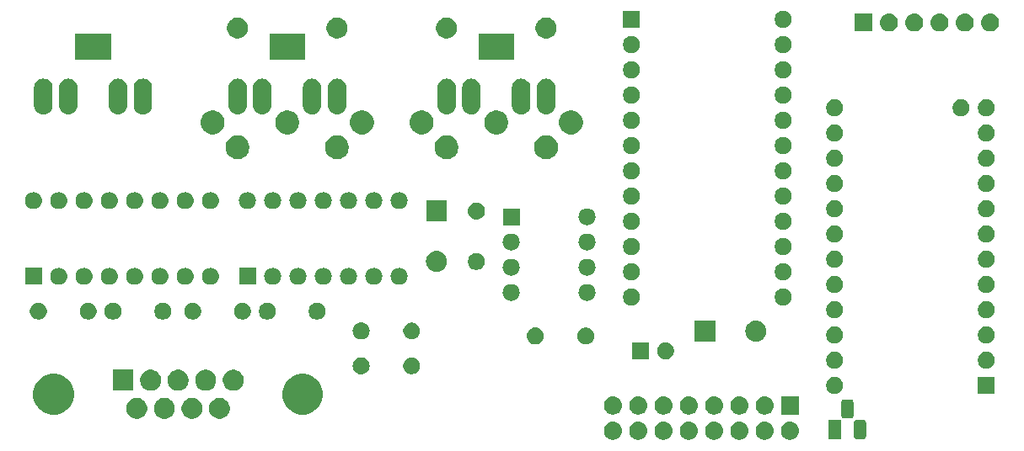
<source format=gts>
G04 #@! TF.GenerationSoftware,KiCad,Pcbnew,(5.1.4-0-10_14)*
G04 #@! TF.CreationDate,2021-06-29T13:44:29+12:00*
G04 #@! TF.ProjectId,transcribe_circuit,7472616e-7363-4726-9962-655f63697263,rev?*
G04 #@! TF.SameCoordinates,Original*
G04 #@! TF.FileFunction,Soldermask,Top*
G04 #@! TF.FilePolarity,Negative*
%FSLAX46Y46*%
G04 Gerber Fmt 4.6, Leading zero omitted, Abs format (unit mm)*
G04 Created by KiCad (PCBNEW (5.1.4-0-10_14)) date 2021-06-29 13:44:29*
%MOMM*%
%LPD*%
G04 APERTURE LIST*
%ADD10C,0.100000*%
G04 APERTURE END LIST*
D10*
G36*
X-211889558Y747854482D02*
G01*
X-211823373Y747847963D01*
X-211653534Y747796443D01*
X-211497009Y747712778D01*
X-211461271Y747683448D01*
X-211359814Y747600186D01*
X-211276552Y747498729D01*
X-211247222Y747462991D01*
X-211163557Y747306466D01*
X-211112037Y747136627D01*
X-211094641Y746960000D01*
X-211112037Y746783373D01*
X-211163557Y746613534D01*
X-211247222Y746457009D01*
X-211253385Y746449500D01*
X-211359814Y746319814D01*
X-211438660Y746255108D01*
X-211497009Y746207222D01*
X-211653534Y746123557D01*
X-211823373Y746072037D01*
X-211889557Y746065519D01*
X-211955740Y746059000D01*
X-212044260Y746059000D01*
X-212110443Y746065519D01*
X-212176627Y746072037D01*
X-212346466Y746123557D01*
X-212502991Y746207222D01*
X-212561340Y746255108D01*
X-212640186Y746319814D01*
X-212746615Y746449500D01*
X-212752778Y746457009D01*
X-212836443Y746613534D01*
X-212887963Y746783373D01*
X-212905359Y746960000D01*
X-212887963Y747136627D01*
X-212836443Y747306466D01*
X-212752778Y747462991D01*
X-212723448Y747498729D01*
X-212640186Y747600186D01*
X-212538729Y747683448D01*
X-212502991Y747712778D01*
X-212346466Y747796443D01*
X-212176627Y747847963D01*
X-212110442Y747854482D01*
X-212044260Y747861000D01*
X-211955740Y747861000D01*
X-211889558Y747854482D01*
X-211889558Y747854482D01*
G37*
G36*
X-214429558Y747854482D02*
G01*
X-214363373Y747847963D01*
X-214193534Y747796443D01*
X-214037009Y747712778D01*
X-214001271Y747683448D01*
X-213899814Y747600186D01*
X-213816552Y747498729D01*
X-213787222Y747462991D01*
X-213703557Y747306466D01*
X-213652037Y747136627D01*
X-213634641Y746960000D01*
X-213652037Y746783373D01*
X-213703557Y746613534D01*
X-213787222Y746457009D01*
X-213793385Y746449500D01*
X-213899814Y746319814D01*
X-213978660Y746255108D01*
X-214037009Y746207222D01*
X-214193534Y746123557D01*
X-214363373Y746072037D01*
X-214429557Y746065519D01*
X-214495740Y746059000D01*
X-214584260Y746059000D01*
X-214650443Y746065519D01*
X-214716627Y746072037D01*
X-214886466Y746123557D01*
X-215042991Y746207222D01*
X-215101340Y746255108D01*
X-215180186Y746319814D01*
X-215286615Y746449500D01*
X-215292778Y746457009D01*
X-215376443Y746613534D01*
X-215427963Y746783373D01*
X-215445359Y746960000D01*
X-215427963Y747136627D01*
X-215376443Y747306466D01*
X-215292778Y747462991D01*
X-215263448Y747498729D01*
X-215180186Y747600186D01*
X-215078729Y747683448D01*
X-215042991Y747712778D01*
X-214886466Y747796443D01*
X-214716627Y747847963D01*
X-214650442Y747854482D01*
X-214584260Y747861000D01*
X-214495740Y747861000D01*
X-214429558Y747854482D01*
X-214429558Y747854482D01*
G37*
G36*
X-216969558Y747854482D02*
G01*
X-216903373Y747847963D01*
X-216733534Y747796443D01*
X-216577009Y747712778D01*
X-216541271Y747683448D01*
X-216439814Y747600186D01*
X-216356552Y747498729D01*
X-216327222Y747462991D01*
X-216243557Y747306466D01*
X-216192037Y747136627D01*
X-216174641Y746960000D01*
X-216192037Y746783373D01*
X-216243557Y746613534D01*
X-216327222Y746457009D01*
X-216333385Y746449500D01*
X-216439814Y746319814D01*
X-216518660Y746255108D01*
X-216577009Y746207222D01*
X-216733534Y746123557D01*
X-216903373Y746072037D01*
X-216969557Y746065519D01*
X-217035740Y746059000D01*
X-217124260Y746059000D01*
X-217190443Y746065519D01*
X-217256627Y746072037D01*
X-217426466Y746123557D01*
X-217582991Y746207222D01*
X-217641340Y746255108D01*
X-217720186Y746319814D01*
X-217826615Y746449500D01*
X-217832778Y746457009D01*
X-217916443Y746613534D01*
X-217967963Y746783373D01*
X-217985359Y746960000D01*
X-217967963Y747136627D01*
X-217916443Y747306466D01*
X-217832778Y747462991D01*
X-217803448Y747498729D01*
X-217720186Y747600186D01*
X-217618729Y747683448D01*
X-217582991Y747712778D01*
X-217426466Y747796443D01*
X-217256627Y747847963D01*
X-217190442Y747854482D01*
X-217124260Y747861000D01*
X-217035740Y747861000D01*
X-216969558Y747854482D01*
X-216969558Y747854482D01*
G37*
G36*
X-219509558Y747854482D02*
G01*
X-219443373Y747847963D01*
X-219273534Y747796443D01*
X-219117009Y747712778D01*
X-219081271Y747683448D01*
X-218979814Y747600186D01*
X-218896552Y747498729D01*
X-218867222Y747462991D01*
X-218783557Y747306466D01*
X-218732037Y747136627D01*
X-218714641Y746960000D01*
X-218732037Y746783373D01*
X-218783557Y746613534D01*
X-218867222Y746457009D01*
X-218873385Y746449500D01*
X-218979814Y746319814D01*
X-219058660Y746255108D01*
X-219117009Y746207222D01*
X-219273534Y746123557D01*
X-219443373Y746072037D01*
X-219509557Y746065519D01*
X-219575740Y746059000D01*
X-219664260Y746059000D01*
X-219730443Y746065519D01*
X-219796627Y746072037D01*
X-219966466Y746123557D01*
X-220122991Y746207222D01*
X-220181340Y746255108D01*
X-220260186Y746319814D01*
X-220366615Y746449500D01*
X-220372778Y746457009D01*
X-220456443Y746613534D01*
X-220507963Y746783373D01*
X-220525359Y746960000D01*
X-220507963Y747136627D01*
X-220456443Y747306466D01*
X-220372778Y747462991D01*
X-220343448Y747498729D01*
X-220260186Y747600186D01*
X-220158729Y747683448D01*
X-220122991Y747712778D01*
X-219966466Y747796443D01*
X-219796627Y747847963D01*
X-219730442Y747854482D01*
X-219664260Y747861000D01*
X-219575740Y747861000D01*
X-219509558Y747854482D01*
X-219509558Y747854482D01*
G37*
G36*
X-222049558Y747854482D02*
G01*
X-221983373Y747847963D01*
X-221813534Y747796443D01*
X-221657009Y747712778D01*
X-221621271Y747683448D01*
X-221519814Y747600186D01*
X-221436552Y747498729D01*
X-221407222Y747462991D01*
X-221323557Y747306466D01*
X-221272037Y747136627D01*
X-221254641Y746960000D01*
X-221272037Y746783373D01*
X-221323557Y746613534D01*
X-221407222Y746457009D01*
X-221413385Y746449500D01*
X-221519814Y746319814D01*
X-221598660Y746255108D01*
X-221657009Y746207222D01*
X-221813534Y746123557D01*
X-221983373Y746072037D01*
X-222049557Y746065519D01*
X-222115740Y746059000D01*
X-222204260Y746059000D01*
X-222270443Y746065519D01*
X-222336627Y746072037D01*
X-222506466Y746123557D01*
X-222662991Y746207222D01*
X-222721340Y746255108D01*
X-222800186Y746319814D01*
X-222906615Y746449500D01*
X-222912778Y746457009D01*
X-222996443Y746613534D01*
X-223047963Y746783373D01*
X-223065359Y746960000D01*
X-223047963Y747136627D01*
X-222996443Y747306466D01*
X-222912778Y747462991D01*
X-222883448Y747498729D01*
X-222800186Y747600186D01*
X-222698729Y747683448D01*
X-222662991Y747712778D01*
X-222506466Y747796443D01*
X-222336627Y747847963D01*
X-222270442Y747854482D01*
X-222204260Y747861000D01*
X-222115740Y747861000D01*
X-222049558Y747854482D01*
X-222049558Y747854482D01*
G37*
G36*
X-224589558Y747854482D02*
G01*
X-224523373Y747847963D01*
X-224353534Y747796443D01*
X-224197009Y747712778D01*
X-224161271Y747683448D01*
X-224059814Y747600186D01*
X-223976552Y747498729D01*
X-223947222Y747462991D01*
X-223863557Y747306466D01*
X-223812037Y747136627D01*
X-223794641Y746960000D01*
X-223812037Y746783373D01*
X-223863557Y746613534D01*
X-223947222Y746457009D01*
X-223953385Y746449500D01*
X-224059814Y746319814D01*
X-224138660Y746255108D01*
X-224197009Y746207222D01*
X-224353534Y746123557D01*
X-224523373Y746072037D01*
X-224589557Y746065519D01*
X-224655740Y746059000D01*
X-224744260Y746059000D01*
X-224810443Y746065519D01*
X-224876627Y746072037D01*
X-225046466Y746123557D01*
X-225202991Y746207222D01*
X-225261340Y746255108D01*
X-225340186Y746319814D01*
X-225446615Y746449500D01*
X-225452778Y746457009D01*
X-225536443Y746613534D01*
X-225587963Y746783373D01*
X-225605359Y746960000D01*
X-225587963Y747136627D01*
X-225536443Y747306466D01*
X-225452778Y747462991D01*
X-225423448Y747498729D01*
X-225340186Y747600186D01*
X-225238729Y747683448D01*
X-225202991Y747712778D01*
X-225046466Y747796443D01*
X-224876627Y747847963D01*
X-224810442Y747854482D01*
X-224744260Y747861000D01*
X-224655740Y747861000D01*
X-224589558Y747854482D01*
X-224589558Y747854482D01*
G37*
G36*
X-227129558Y747854482D02*
G01*
X-227063373Y747847963D01*
X-226893534Y747796443D01*
X-226737009Y747712778D01*
X-226701271Y747683448D01*
X-226599814Y747600186D01*
X-226516552Y747498729D01*
X-226487222Y747462991D01*
X-226403557Y747306466D01*
X-226352037Y747136627D01*
X-226334641Y746960000D01*
X-226352037Y746783373D01*
X-226403557Y746613534D01*
X-226487222Y746457009D01*
X-226493385Y746449500D01*
X-226599814Y746319814D01*
X-226678660Y746255108D01*
X-226737009Y746207222D01*
X-226893534Y746123557D01*
X-227063373Y746072037D01*
X-227129557Y746065519D01*
X-227195740Y746059000D01*
X-227284260Y746059000D01*
X-227350443Y746065519D01*
X-227416627Y746072037D01*
X-227586466Y746123557D01*
X-227742991Y746207222D01*
X-227801340Y746255108D01*
X-227880186Y746319814D01*
X-227986615Y746449500D01*
X-227992778Y746457009D01*
X-228076443Y746613534D01*
X-228127963Y746783373D01*
X-228145359Y746960000D01*
X-228127963Y747136627D01*
X-228076443Y747306466D01*
X-227992778Y747462991D01*
X-227963448Y747498729D01*
X-227880186Y747600186D01*
X-227778729Y747683448D01*
X-227742991Y747712778D01*
X-227586466Y747796443D01*
X-227416627Y747847963D01*
X-227350442Y747854482D01*
X-227284260Y747861000D01*
X-227195740Y747861000D01*
X-227129558Y747854482D01*
X-227129558Y747854482D01*
G37*
G36*
X-229669558Y747854482D02*
G01*
X-229603373Y747847963D01*
X-229433534Y747796443D01*
X-229277009Y747712778D01*
X-229241271Y747683448D01*
X-229139814Y747600186D01*
X-229056552Y747498729D01*
X-229027222Y747462991D01*
X-228943557Y747306466D01*
X-228892037Y747136627D01*
X-228874641Y746960000D01*
X-228892037Y746783373D01*
X-228943557Y746613534D01*
X-229027222Y746457009D01*
X-229033385Y746449500D01*
X-229139814Y746319814D01*
X-229218660Y746255108D01*
X-229277009Y746207222D01*
X-229433534Y746123557D01*
X-229603373Y746072037D01*
X-229669557Y746065519D01*
X-229735740Y746059000D01*
X-229824260Y746059000D01*
X-229890443Y746065519D01*
X-229956627Y746072037D01*
X-230126466Y746123557D01*
X-230282991Y746207222D01*
X-230341340Y746255108D01*
X-230420186Y746319814D01*
X-230526615Y746449500D01*
X-230532778Y746457009D01*
X-230616443Y746613534D01*
X-230667963Y746783373D01*
X-230685359Y746960000D01*
X-230667963Y747136627D01*
X-230616443Y747306466D01*
X-230532778Y747462991D01*
X-230503448Y747498729D01*
X-230420186Y747600186D01*
X-230318729Y747683448D01*
X-230282991Y747712778D01*
X-230126466Y747796443D01*
X-229956627Y747847963D01*
X-229890442Y747854482D01*
X-229824260Y747861000D01*
X-229735740Y747861000D01*
X-229669558Y747854482D01*
X-229669558Y747854482D01*
G37*
G36*
X-204550685Y748045834D02*
G01*
X-204506157Y748032326D01*
X-204465108Y748010385D01*
X-204429136Y747980864D01*
X-204399615Y747944892D01*
X-204377674Y747903843D01*
X-204364166Y747859315D01*
X-204359000Y747806860D01*
X-204359000Y746393140D01*
X-204364166Y746340685D01*
X-204377674Y746296157D01*
X-204399615Y746255108D01*
X-204429136Y746219136D01*
X-204465108Y746189615D01*
X-204506157Y746167674D01*
X-204550685Y746154166D01*
X-204603140Y746149000D01*
X-205316860Y746149000D01*
X-205369315Y746154166D01*
X-205413843Y746167674D01*
X-205454892Y746189615D01*
X-205490864Y746219136D01*
X-205520385Y746255108D01*
X-205542326Y746296157D01*
X-205555834Y746340685D01*
X-205561000Y746393140D01*
X-205561000Y747806860D01*
X-205555834Y747859315D01*
X-205542326Y747903843D01*
X-205520385Y747944892D01*
X-205490864Y747980864D01*
X-205454892Y748010385D01*
X-205413843Y748032326D01*
X-205369315Y748045834D01*
X-205316860Y748051000D01*
X-204603140Y748051000D01*
X-204550685Y748045834D01*
X-204550685Y748045834D01*
G37*
G36*
X-206899000Y746149000D02*
G01*
X-208101000Y746149000D01*
X-208101000Y748051000D01*
X-206899000Y748051000D01*
X-206899000Y746149000D01*
X-206899000Y746149000D01*
G37*
G36*
X-268998436Y750220611D02*
G01*
X-268807167Y750141385D01*
X-268807165Y750141384D01*
X-268635027Y750026365D01*
X-268488635Y749879973D01*
X-268448896Y749820500D01*
X-268373615Y749707833D01*
X-268294389Y749516564D01*
X-268254000Y749313516D01*
X-268254000Y749106484D01*
X-268294389Y748903436D01*
X-268359095Y748747222D01*
X-268373616Y748712165D01*
X-268488635Y748540027D01*
X-268635027Y748393635D01*
X-268807165Y748278616D01*
X-268807166Y748278615D01*
X-268807167Y748278615D01*
X-268998436Y748199389D01*
X-269201484Y748159000D01*
X-269408516Y748159000D01*
X-269611564Y748199389D01*
X-269802833Y748278615D01*
X-269802834Y748278615D01*
X-269802835Y748278616D01*
X-269974973Y748393635D01*
X-270121365Y748540027D01*
X-270236384Y748712165D01*
X-270250905Y748747222D01*
X-270315611Y748903436D01*
X-270356000Y749106484D01*
X-270356000Y749313516D01*
X-270315611Y749516564D01*
X-270236385Y749707833D01*
X-270161103Y749820500D01*
X-270121365Y749879973D01*
X-269974973Y750026365D01*
X-269802835Y750141384D01*
X-269802833Y750141385D01*
X-269611564Y750220611D01*
X-269408516Y750261000D01*
X-269201484Y750261000D01*
X-268998436Y750220611D01*
X-268998436Y750220611D01*
G37*
G36*
X-271768436Y750220611D02*
G01*
X-271577167Y750141385D01*
X-271577165Y750141384D01*
X-271405027Y750026365D01*
X-271258635Y749879973D01*
X-271218896Y749820500D01*
X-271143615Y749707833D01*
X-271064389Y749516564D01*
X-271024000Y749313516D01*
X-271024000Y749106484D01*
X-271064389Y748903436D01*
X-271129095Y748747222D01*
X-271143616Y748712165D01*
X-271258635Y748540027D01*
X-271405027Y748393635D01*
X-271577165Y748278616D01*
X-271577166Y748278615D01*
X-271577167Y748278615D01*
X-271768436Y748199389D01*
X-271971484Y748159000D01*
X-272178516Y748159000D01*
X-272381564Y748199389D01*
X-272572833Y748278615D01*
X-272572834Y748278615D01*
X-272572835Y748278616D01*
X-272744973Y748393635D01*
X-272891365Y748540027D01*
X-273006384Y748712165D01*
X-273020905Y748747222D01*
X-273085611Y748903436D01*
X-273126000Y749106484D01*
X-273126000Y749313516D01*
X-273085611Y749516564D01*
X-273006385Y749707833D01*
X-272931103Y749820500D01*
X-272891365Y749879973D01*
X-272744973Y750026365D01*
X-272572835Y750141384D01*
X-272572833Y750141385D01*
X-272381564Y750220611D01*
X-272178516Y750261000D01*
X-271971484Y750261000D01*
X-271768436Y750220611D01*
X-271768436Y750220611D01*
G37*
G36*
X-274538436Y750220611D02*
G01*
X-274347167Y750141385D01*
X-274347165Y750141384D01*
X-274175027Y750026365D01*
X-274028635Y749879973D01*
X-273988896Y749820500D01*
X-273913615Y749707833D01*
X-273834389Y749516564D01*
X-273794000Y749313516D01*
X-273794000Y749106484D01*
X-273834389Y748903436D01*
X-273899095Y748747222D01*
X-273913616Y748712165D01*
X-274028635Y748540027D01*
X-274175027Y748393635D01*
X-274347165Y748278616D01*
X-274347166Y748278615D01*
X-274347167Y748278615D01*
X-274538436Y748199389D01*
X-274741484Y748159000D01*
X-274948516Y748159000D01*
X-275151564Y748199389D01*
X-275342833Y748278615D01*
X-275342834Y748278615D01*
X-275342835Y748278616D01*
X-275514973Y748393635D01*
X-275661365Y748540027D01*
X-275776384Y748712165D01*
X-275790905Y748747222D01*
X-275855611Y748903436D01*
X-275896000Y749106484D01*
X-275896000Y749313516D01*
X-275855611Y749516564D01*
X-275776385Y749707833D01*
X-275701103Y749820500D01*
X-275661365Y749879973D01*
X-275514973Y750026365D01*
X-275342835Y750141384D01*
X-275342833Y750141385D01*
X-275151564Y750220611D01*
X-274948516Y750261000D01*
X-274741484Y750261000D01*
X-274538436Y750220611D01*
X-274538436Y750220611D01*
G37*
G36*
X-277308436Y750220611D02*
G01*
X-277117167Y750141385D01*
X-277117165Y750141384D01*
X-276945027Y750026365D01*
X-276798635Y749879973D01*
X-276758896Y749820500D01*
X-276683615Y749707833D01*
X-276604389Y749516564D01*
X-276564000Y749313516D01*
X-276564000Y749106484D01*
X-276604389Y748903436D01*
X-276669095Y748747222D01*
X-276683616Y748712165D01*
X-276798635Y748540027D01*
X-276945027Y748393635D01*
X-277117165Y748278616D01*
X-277117166Y748278615D01*
X-277117167Y748278615D01*
X-277308436Y748199389D01*
X-277511484Y748159000D01*
X-277718516Y748159000D01*
X-277921564Y748199389D01*
X-278112833Y748278615D01*
X-278112834Y748278615D01*
X-278112835Y748278616D01*
X-278284973Y748393635D01*
X-278431365Y748540027D01*
X-278546384Y748712165D01*
X-278560905Y748747222D01*
X-278625611Y748903436D01*
X-278666000Y749106484D01*
X-278666000Y749313516D01*
X-278625611Y749516564D01*
X-278546385Y749707833D01*
X-278471103Y749820500D01*
X-278431365Y749879973D01*
X-278284973Y750026365D01*
X-278112835Y750141384D01*
X-278112833Y750141385D01*
X-277921564Y750220611D01*
X-277718516Y750261000D01*
X-277511484Y750261000D01*
X-277308436Y750220611D01*
X-277308436Y750220611D01*
G37*
G36*
X-205820685Y750115834D02*
G01*
X-205776157Y750102326D01*
X-205735108Y750080385D01*
X-205699136Y750050864D01*
X-205669615Y750014892D01*
X-205647674Y749973843D01*
X-205634166Y749929315D01*
X-205629000Y749876860D01*
X-205629000Y748463140D01*
X-205634166Y748410685D01*
X-205647674Y748366157D01*
X-205669615Y748325108D01*
X-205699136Y748289136D01*
X-205735108Y748259615D01*
X-205776157Y748237674D01*
X-205820685Y748224166D01*
X-205873140Y748219000D01*
X-206586860Y748219000D01*
X-206639315Y748224166D01*
X-206683847Y748237675D01*
X-206715077Y748254368D01*
X-206729680Y748260417D01*
X-206740744Y748272624D01*
X-206760864Y748289136D01*
X-206790385Y748325108D01*
X-206812326Y748366157D01*
X-206825834Y748410685D01*
X-206831000Y748463140D01*
X-206831000Y749876860D01*
X-206825834Y749929315D01*
X-206812326Y749973843D01*
X-206790385Y750014892D01*
X-206760864Y750050864D01*
X-206724892Y750080385D01*
X-206683843Y750102326D01*
X-206639315Y750115834D01*
X-206586860Y750121000D01*
X-205873140Y750121000D01*
X-205820685Y750115834D01*
X-205820685Y750115834D01*
G37*
G36*
X-260361746Y752602182D02*
G01*
X-259988489Y752447574D01*
X-259988487Y752447573D01*
X-259652564Y752223116D01*
X-259366884Y751937436D01*
X-259237256Y751743435D01*
X-259142426Y751601511D01*
X-258987818Y751228254D01*
X-258909000Y750832007D01*
X-258909000Y750427993D01*
X-258987818Y750031746D01*
X-259075319Y749820500D01*
X-259142427Y749658487D01*
X-259366884Y749322564D01*
X-259652564Y749036884D01*
X-259988487Y748812427D01*
X-259988488Y748812426D01*
X-259988489Y748812426D01*
X-260361746Y748657818D01*
X-260757993Y748579000D01*
X-261162007Y748579000D01*
X-261558254Y748657818D01*
X-261931511Y748812426D01*
X-261931512Y748812426D01*
X-261931513Y748812427D01*
X-262267436Y749036884D01*
X-262553116Y749322564D01*
X-262777573Y749658487D01*
X-262844681Y749820500D01*
X-262932182Y750031746D01*
X-263011000Y750427993D01*
X-263011000Y750832007D01*
X-262932182Y751228254D01*
X-262777574Y751601511D01*
X-262682743Y751743435D01*
X-262553116Y751937436D01*
X-262267436Y752223116D01*
X-261931513Y752447573D01*
X-261931511Y752447574D01*
X-261558254Y752602182D01*
X-261162007Y752681000D01*
X-260757993Y752681000D01*
X-260361746Y752602182D01*
X-260361746Y752602182D01*
G37*
G36*
X-285361746Y752602182D02*
G01*
X-284988489Y752447574D01*
X-284988487Y752447573D01*
X-284652564Y752223116D01*
X-284366884Y751937436D01*
X-284237256Y751743435D01*
X-284142426Y751601511D01*
X-283987818Y751228254D01*
X-283909000Y750832007D01*
X-283909000Y750427993D01*
X-283987818Y750031746D01*
X-284075319Y749820500D01*
X-284142427Y749658487D01*
X-284366884Y749322564D01*
X-284652564Y749036884D01*
X-284988487Y748812427D01*
X-284988488Y748812426D01*
X-284988489Y748812426D01*
X-285361746Y748657818D01*
X-285757993Y748579000D01*
X-286162007Y748579000D01*
X-286558254Y748657818D01*
X-286931511Y748812426D01*
X-286931512Y748812426D01*
X-286931513Y748812427D01*
X-287267436Y749036884D01*
X-287553116Y749322564D01*
X-287777573Y749658487D01*
X-287844681Y749820500D01*
X-287932182Y750031746D01*
X-288011000Y750427993D01*
X-288011000Y750832007D01*
X-287932182Y751228254D01*
X-287777574Y751601511D01*
X-287682743Y751743435D01*
X-287553116Y751937436D01*
X-287267436Y752223116D01*
X-286931513Y752447573D01*
X-286931511Y752447574D01*
X-286558254Y752602182D01*
X-286162007Y752681000D01*
X-285757993Y752681000D01*
X-285361746Y752602182D01*
X-285361746Y752602182D01*
G37*
G36*
X-229669557Y750394481D02*
G01*
X-229603373Y750387963D01*
X-229433534Y750336443D01*
X-229277009Y750252778D01*
X-229241271Y750223448D01*
X-229139814Y750140186D01*
X-229056552Y750038729D01*
X-229027222Y750002991D01*
X-228943557Y749846466D01*
X-228892037Y749676627D01*
X-228874641Y749500000D01*
X-228892037Y749323373D01*
X-228943557Y749153534D01*
X-229027222Y748997009D01*
X-229056552Y748961271D01*
X-229139814Y748859814D01*
X-229241271Y748776552D01*
X-229277009Y748747222D01*
X-229433534Y748663557D01*
X-229603373Y748612037D01*
X-229669557Y748605519D01*
X-229735740Y748599000D01*
X-229824260Y748599000D01*
X-229890443Y748605519D01*
X-229956627Y748612037D01*
X-230126466Y748663557D01*
X-230282991Y748747222D01*
X-230318729Y748776552D01*
X-230420186Y748859814D01*
X-230503448Y748961271D01*
X-230532778Y748997009D01*
X-230616443Y749153534D01*
X-230667963Y749323373D01*
X-230685359Y749500000D01*
X-230667963Y749676627D01*
X-230616443Y749846466D01*
X-230532778Y750002991D01*
X-230503448Y750038729D01*
X-230420186Y750140186D01*
X-230318729Y750223448D01*
X-230282991Y750252778D01*
X-230126466Y750336443D01*
X-229956627Y750387963D01*
X-229890443Y750394481D01*
X-229824260Y750401000D01*
X-229735740Y750401000D01*
X-229669557Y750394481D01*
X-229669557Y750394481D01*
G37*
G36*
X-211099000Y748599000D02*
G01*
X-212901000Y748599000D01*
X-212901000Y750401000D01*
X-211099000Y750401000D01*
X-211099000Y748599000D01*
X-211099000Y748599000D01*
G37*
G36*
X-214429557Y750394481D02*
G01*
X-214363373Y750387963D01*
X-214193534Y750336443D01*
X-214037009Y750252778D01*
X-214001271Y750223448D01*
X-213899814Y750140186D01*
X-213816552Y750038729D01*
X-213787222Y750002991D01*
X-213703557Y749846466D01*
X-213652037Y749676627D01*
X-213634641Y749500000D01*
X-213652037Y749323373D01*
X-213703557Y749153534D01*
X-213787222Y748997009D01*
X-213816552Y748961271D01*
X-213899814Y748859814D01*
X-214001271Y748776552D01*
X-214037009Y748747222D01*
X-214193534Y748663557D01*
X-214363373Y748612037D01*
X-214429557Y748605519D01*
X-214495740Y748599000D01*
X-214584260Y748599000D01*
X-214650443Y748605519D01*
X-214716627Y748612037D01*
X-214886466Y748663557D01*
X-215042991Y748747222D01*
X-215078729Y748776552D01*
X-215180186Y748859814D01*
X-215263448Y748961271D01*
X-215292778Y748997009D01*
X-215376443Y749153534D01*
X-215427963Y749323373D01*
X-215445359Y749500000D01*
X-215427963Y749676627D01*
X-215376443Y749846466D01*
X-215292778Y750002991D01*
X-215263448Y750038729D01*
X-215180186Y750140186D01*
X-215078729Y750223448D01*
X-215042991Y750252778D01*
X-214886466Y750336443D01*
X-214716627Y750387963D01*
X-214650443Y750394481D01*
X-214584260Y750401000D01*
X-214495740Y750401000D01*
X-214429557Y750394481D01*
X-214429557Y750394481D01*
G37*
G36*
X-216969557Y750394481D02*
G01*
X-216903373Y750387963D01*
X-216733534Y750336443D01*
X-216577009Y750252778D01*
X-216541271Y750223448D01*
X-216439814Y750140186D01*
X-216356552Y750038729D01*
X-216327222Y750002991D01*
X-216243557Y749846466D01*
X-216192037Y749676627D01*
X-216174641Y749500000D01*
X-216192037Y749323373D01*
X-216243557Y749153534D01*
X-216327222Y748997009D01*
X-216356552Y748961271D01*
X-216439814Y748859814D01*
X-216541271Y748776552D01*
X-216577009Y748747222D01*
X-216733534Y748663557D01*
X-216903373Y748612037D01*
X-216969557Y748605519D01*
X-217035740Y748599000D01*
X-217124260Y748599000D01*
X-217190443Y748605519D01*
X-217256627Y748612037D01*
X-217426466Y748663557D01*
X-217582991Y748747222D01*
X-217618729Y748776552D01*
X-217720186Y748859814D01*
X-217803448Y748961271D01*
X-217832778Y748997009D01*
X-217916443Y749153534D01*
X-217967963Y749323373D01*
X-217985359Y749500000D01*
X-217967963Y749676627D01*
X-217916443Y749846466D01*
X-217832778Y750002991D01*
X-217803448Y750038729D01*
X-217720186Y750140186D01*
X-217618729Y750223448D01*
X-217582991Y750252778D01*
X-217426466Y750336443D01*
X-217256627Y750387963D01*
X-217190443Y750394481D01*
X-217124260Y750401000D01*
X-217035740Y750401000D01*
X-216969557Y750394481D01*
X-216969557Y750394481D01*
G37*
G36*
X-219509557Y750394481D02*
G01*
X-219443373Y750387963D01*
X-219273534Y750336443D01*
X-219117009Y750252778D01*
X-219081271Y750223448D01*
X-218979814Y750140186D01*
X-218896552Y750038729D01*
X-218867222Y750002991D01*
X-218783557Y749846466D01*
X-218732037Y749676627D01*
X-218714641Y749500000D01*
X-218732037Y749323373D01*
X-218783557Y749153534D01*
X-218867222Y748997009D01*
X-218896552Y748961271D01*
X-218979814Y748859814D01*
X-219081271Y748776552D01*
X-219117009Y748747222D01*
X-219273534Y748663557D01*
X-219443373Y748612037D01*
X-219509557Y748605519D01*
X-219575740Y748599000D01*
X-219664260Y748599000D01*
X-219730443Y748605519D01*
X-219796627Y748612037D01*
X-219966466Y748663557D01*
X-220122991Y748747222D01*
X-220158729Y748776552D01*
X-220260186Y748859814D01*
X-220343448Y748961271D01*
X-220372778Y748997009D01*
X-220456443Y749153534D01*
X-220507963Y749323373D01*
X-220525359Y749500000D01*
X-220507963Y749676627D01*
X-220456443Y749846466D01*
X-220372778Y750002991D01*
X-220343448Y750038729D01*
X-220260186Y750140186D01*
X-220158729Y750223448D01*
X-220122991Y750252778D01*
X-219966466Y750336443D01*
X-219796627Y750387963D01*
X-219730443Y750394481D01*
X-219664260Y750401000D01*
X-219575740Y750401000D01*
X-219509557Y750394481D01*
X-219509557Y750394481D01*
G37*
G36*
X-222049557Y750394481D02*
G01*
X-221983373Y750387963D01*
X-221813534Y750336443D01*
X-221657009Y750252778D01*
X-221621271Y750223448D01*
X-221519814Y750140186D01*
X-221436552Y750038729D01*
X-221407222Y750002991D01*
X-221323557Y749846466D01*
X-221272037Y749676627D01*
X-221254641Y749500000D01*
X-221272037Y749323373D01*
X-221323557Y749153534D01*
X-221407222Y748997009D01*
X-221436552Y748961271D01*
X-221519814Y748859814D01*
X-221621271Y748776552D01*
X-221657009Y748747222D01*
X-221813534Y748663557D01*
X-221983373Y748612037D01*
X-222049557Y748605519D01*
X-222115740Y748599000D01*
X-222204260Y748599000D01*
X-222270443Y748605519D01*
X-222336627Y748612037D01*
X-222506466Y748663557D01*
X-222662991Y748747222D01*
X-222698729Y748776552D01*
X-222800186Y748859814D01*
X-222883448Y748961271D01*
X-222912778Y748997009D01*
X-222996443Y749153534D01*
X-223047963Y749323373D01*
X-223065359Y749500000D01*
X-223047963Y749676627D01*
X-222996443Y749846466D01*
X-222912778Y750002991D01*
X-222883448Y750038729D01*
X-222800186Y750140186D01*
X-222698729Y750223448D01*
X-222662991Y750252778D01*
X-222506466Y750336443D01*
X-222336627Y750387963D01*
X-222270443Y750394481D01*
X-222204260Y750401000D01*
X-222115740Y750401000D01*
X-222049557Y750394481D01*
X-222049557Y750394481D01*
G37*
G36*
X-224589557Y750394481D02*
G01*
X-224523373Y750387963D01*
X-224353534Y750336443D01*
X-224197009Y750252778D01*
X-224161271Y750223448D01*
X-224059814Y750140186D01*
X-223976552Y750038729D01*
X-223947222Y750002991D01*
X-223863557Y749846466D01*
X-223812037Y749676627D01*
X-223794641Y749500000D01*
X-223812037Y749323373D01*
X-223863557Y749153534D01*
X-223947222Y748997009D01*
X-223976552Y748961271D01*
X-224059814Y748859814D01*
X-224161271Y748776552D01*
X-224197009Y748747222D01*
X-224353534Y748663557D01*
X-224523373Y748612037D01*
X-224589557Y748605519D01*
X-224655740Y748599000D01*
X-224744260Y748599000D01*
X-224810443Y748605519D01*
X-224876627Y748612037D01*
X-225046466Y748663557D01*
X-225202991Y748747222D01*
X-225238729Y748776552D01*
X-225340186Y748859814D01*
X-225423448Y748961271D01*
X-225452778Y748997009D01*
X-225536443Y749153534D01*
X-225587963Y749323373D01*
X-225605359Y749500000D01*
X-225587963Y749676627D01*
X-225536443Y749846466D01*
X-225452778Y750002991D01*
X-225423448Y750038729D01*
X-225340186Y750140186D01*
X-225238729Y750223448D01*
X-225202991Y750252778D01*
X-225046466Y750336443D01*
X-224876627Y750387963D01*
X-224810443Y750394481D01*
X-224744260Y750401000D01*
X-224655740Y750401000D01*
X-224589557Y750394481D01*
X-224589557Y750394481D01*
G37*
G36*
X-227129557Y750394481D02*
G01*
X-227063373Y750387963D01*
X-226893534Y750336443D01*
X-226737009Y750252778D01*
X-226701271Y750223448D01*
X-226599814Y750140186D01*
X-226516552Y750038729D01*
X-226487222Y750002991D01*
X-226403557Y749846466D01*
X-226352037Y749676627D01*
X-226334641Y749500000D01*
X-226352037Y749323373D01*
X-226403557Y749153534D01*
X-226487222Y748997009D01*
X-226516552Y748961271D01*
X-226599814Y748859814D01*
X-226701271Y748776552D01*
X-226737009Y748747222D01*
X-226893534Y748663557D01*
X-227063373Y748612037D01*
X-227129557Y748605519D01*
X-227195740Y748599000D01*
X-227284260Y748599000D01*
X-227350443Y748605519D01*
X-227416627Y748612037D01*
X-227586466Y748663557D01*
X-227742991Y748747222D01*
X-227778729Y748776552D01*
X-227880186Y748859814D01*
X-227963448Y748961271D01*
X-227992778Y748997009D01*
X-228076443Y749153534D01*
X-228127963Y749323373D01*
X-228145359Y749500000D01*
X-228127963Y749676627D01*
X-228076443Y749846466D01*
X-227992778Y750002991D01*
X-227963448Y750038729D01*
X-227880186Y750140186D01*
X-227778729Y750223448D01*
X-227742991Y750252778D01*
X-227586466Y750336443D01*
X-227416627Y750387963D01*
X-227350443Y750394481D01*
X-227284260Y750401000D01*
X-227195740Y750401000D01*
X-227129557Y750394481D01*
X-227129557Y750394481D01*
G37*
G36*
X-191429000Y750679000D02*
G01*
X-193131000Y750679000D01*
X-193131000Y752381000D01*
X-191429000Y752381000D01*
X-191429000Y750679000D01*
X-191429000Y750679000D01*
G37*
G36*
X-207271772Y752348297D02*
G01*
X-207116900Y752284147D01*
X-206977519Y752191015D01*
X-206858985Y752072481D01*
X-206765853Y751933100D01*
X-206701703Y751778228D01*
X-206669000Y751613816D01*
X-206669000Y751446184D01*
X-206701703Y751281772D01*
X-206765853Y751126900D01*
X-206858985Y750987519D01*
X-206977519Y750868985D01*
X-207116900Y750775853D01*
X-207271772Y750711703D01*
X-207436184Y750679000D01*
X-207603816Y750679000D01*
X-207768228Y750711703D01*
X-207923100Y750775853D01*
X-208062481Y750868985D01*
X-208181015Y750987519D01*
X-208274147Y751126900D01*
X-208338297Y751281772D01*
X-208371000Y751446184D01*
X-208371000Y751613816D01*
X-208338297Y751778228D01*
X-208274147Y751933100D01*
X-208181015Y752072481D01*
X-208062481Y752191015D01*
X-207923100Y752284147D01*
X-207768228Y752348297D01*
X-207603816Y752381000D01*
X-207436184Y752381000D01*
X-207271772Y752348297D01*
X-207271772Y752348297D01*
G37*
G36*
X-277949000Y750999000D02*
G01*
X-280051000Y750999000D01*
X-280051000Y753101000D01*
X-277949000Y753101000D01*
X-277949000Y750999000D01*
X-277949000Y750999000D01*
G37*
G36*
X-275923436Y753060611D02*
G01*
X-275732167Y752981385D01*
X-275732165Y752981384D01*
X-275696450Y752957520D01*
X-275560027Y752866365D01*
X-275413635Y752719973D01*
X-275298615Y752547833D01*
X-275219389Y752356564D01*
X-275179000Y752153516D01*
X-275179000Y751946484D01*
X-275219389Y751743436D01*
X-275278176Y751601511D01*
X-275298616Y751552165D01*
X-275413635Y751380027D01*
X-275560027Y751233635D01*
X-275732165Y751118616D01*
X-275732166Y751118615D01*
X-275732167Y751118615D01*
X-275923436Y751039389D01*
X-276126484Y750999000D01*
X-276333516Y750999000D01*
X-276536564Y751039389D01*
X-276727833Y751118615D01*
X-276727834Y751118615D01*
X-276727835Y751118616D01*
X-276899973Y751233635D01*
X-277046365Y751380027D01*
X-277161384Y751552165D01*
X-277181824Y751601511D01*
X-277240611Y751743436D01*
X-277281000Y751946484D01*
X-277281000Y752153516D01*
X-277240611Y752356564D01*
X-277161385Y752547833D01*
X-277046365Y752719973D01*
X-276899973Y752866365D01*
X-276763550Y752957520D01*
X-276727835Y752981384D01*
X-276727833Y752981385D01*
X-276536564Y753060611D01*
X-276333516Y753101000D01*
X-276126484Y753101000D01*
X-275923436Y753060611D01*
X-275923436Y753060611D01*
G37*
G36*
X-273153436Y753060611D02*
G01*
X-272962167Y752981385D01*
X-272962165Y752981384D01*
X-272926450Y752957520D01*
X-272790027Y752866365D01*
X-272643635Y752719973D01*
X-272528615Y752547833D01*
X-272449389Y752356564D01*
X-272409000Y752153516D01*
X-272409000Y751946484D01*
X-272449389Y751743436D01*
X-272508176Y751601511D01*
X-272528616Y751552165D01*
X-272643635Y751380027D01*
X-272790027Y751233635D01*
X-272962165Y751118616D01*
X-272962166Y751118615D01*
X-272962167Y751118615D01*
X-273153436Y751039389D01*
X-273356484Y750999000D01*
X-273563516Y750999000D01*
X-273766564Y751039389D01*
X-273957833Y751118615D01*
X-273957834Y751118615D01*
X-273957835Y751118616D01*
X-274129973Y751233635D01*
X-274276365Y751380027D01*
X-274391384Y751552165D01*
X-274411824Y751601511D01*
X-274470611Y751743436D01*
X-274511000Y751946484D01*
X-274511000Y752153516D01*
X-274470611Y752356564D01*
X-274391385Y752547833D01*
X-274276365Y752719973D01*
X-274129973Y752866365D01*
X-273993550Y752957520D01*
X-273957835Y752981384D01*
X-273957833Y752981385D01*
X-273766564Y753060611D01*
X-273563516Y753101000D01*
X-273356484Y753101000D01*
X-273153436Y753060611D01*
X-273153436Y753060611D01*
G37*
G36*
X-270383436Y753060611D02*
G01*
X-270192167Y752981385D01*
X-270192165Y752981384D01*
X-270156450Y752957520D01*
X-270020027Y752866365D01*
X-269873635Y752719973D01*
X-269758615Y752547833D01*
X-269679389Y752356564D01*
X-269639000Y752153516D01*
X-269639000Y751946484D01*
X-269679389Y751743436D01*
X-269738176Y751601511D01*
X-269758616Y751552165D01*
X-269873635Y751380027D01*
X-270020027Y751233635D01*
X-270192165Y751118616D01*
X-270192166Y751118615D01*
X-270192167Y751118615D01*
X-270383436Y751039389D01*
X-270586484Y750999000D01*
X-270793516Y750999000D01*
X-270996564Y751039389D01*
X-271187833Y751118615D01*
X-271187834Y751118615D01*
X-271187835Y751118616D01*
X-271359973Y751233635D01*
X-271506365Y751380027D01*
X-271621384Y751552165D01*
X-271641824Y751601511D01*
X-271700611Y751743436D01*
X-271741000Y751946484D01*
X-271741000Y752153516D01*
X-271700611Y752356564D01*
X-271621385Y752547833D01*
X-271506365Y752719973D01*
X-271359973Y752866365D01*
X-271223550Y752957520D01*
X-271187835Y752981384D01*
X-271187833Y752981385D01*
X-270996564Y753060611D01*
X-270793516Y753101000D01*
X-270586484Y753101000D01*
X-270383436Y753060611D01*
X-270383436Y753060611D01*
G37*
G36*
X-267613436Y753060611D02*
G01*
X-267422167Y752981385D01*
X-267422165Y752981384D01*
X-267386450Y752957520D01*
X-267250027Y752866365D01*
X-267103635Y752719973D01*
X-266988615Y752547833D01*
X-266909389Y752356564D01*
X-266869000Y752153516D01*
X-266869000Y751946484D01*
X-266909389Y751743436D01*
X-266968176Y751601511D01*
X-266988616Y751552165D01*
X-267103635Y751380027D01*
X-267250027Y751233635D01*
X-267422165Y751118616D01*
X-267422166Y751118615D01*
X-267422167Y751118615D01*
X-267613436Y751039389D01*
X-267816484Y750999000D01*
X-268023516Y750999000D01*
X-268226564Y751039389D01*
X-268417833Y751118615D01*
X-268417834Y751118615D01*
X-268417835Y751118616D01*
X-268589973Y751233635D01*
X-268736365Y751380027D01*
X-268851384Y751552165D01*
X-268871824Y751601511D01*
X-268930611Y751743436D01*
X-268971000Y751946484D01*
X-268971000Y752153516D01*
X-268930611Y752356564D01*
X-268851385Y752547833D01*
X-268736365Y752719973D01*
X-268589973Y752866365D01*
X-268453550Y752957520D01*
X-268417835Y752981384D01*
X-268417833Y752981385D01*
X-268226564Y753060611D01*
X-268023516Y753101000D01*
X-267816484Y753101000D01*
X-267613436Y753060611D01*
X-267613436Y753060611D01*
G37*
G36*
X-249751772Y754318297D02*
G01*
X-249596900Y754254147D01*
X-249457519Y754161015D01*
X-249338985Y754042481D01*
X-249245853Y753903100D01*
X-249181703Y753748228D01*
X-249149000Y753583816D01*
X-249149000Y753416184D01*
X-249181703Y753251772D01*
X-249245853Y753096900D01*
X-249338985Y752957519D01*
X-249457519Y752838985D01*
X-249596900Y752745853D01*
X-249751772Y752681703D01*
X-249916184Y752649000D01*
X-250083816Y752649000D01*
X-250248228Y752681703D01*
X-250403100Y752745853D01*
X-250542481Y752838985D01*
X-250661015Y752957519D01*
X-250754147Y753096900D01*
X-250818297Y753251772D01*
X-250851000Y753416184D01*
X-250851000Y753583816D01*
X-250818297Y753748228D01*
X-250754147Y753903100D01*
X-250661015Y754042481D01*
X-250542481Y754161015D01*
X-250403100Y754254147D01*
X-250248228Y754318297D01*
X-250083816Y754351000D01*
X-249916184Y754351000D01*
X-249751772Y754318297D01*
X-249751772Y754318297D01*
G37*
G36*
X-254913177Y754338687D02*
G01*
X-254752758Y754290024D01*
X-254620094Y754219114D01*
X-254604922Y754211004D01*
X-254475341Y754104659D01*
X-254368996Y753975078D01*
X-254368995Y753975076D01*
X-254289976Y753827242D01*
X-254241313Y753666823D01*
X-254224883Y753500000D01*
X-254241313Y753333177D01*
X-254289976Y753172758D01*
X-254360886Y753040094D01*
X-254368996Y753024922D01*
X-254475341Y752895341D01*
X-254604922Y752788996D01*
X-254604924Y752788995D01*
X-254752758Y752709976D01*
X-254913177Y752661313D01*
X-255038196Y752649000D01*
X-255121804Y752649000D01*
X-255246823Y752661313D01*
X-255407242Y752709976D01*
X-255555076Y752788995D01*
X-255555078Y752788996D01*
X-255684659Y752895341D01*
X-255791004Y753024922D01*
X-255799114Y753040094D01*
X-255870024Y753172758D01*
X-255918687Y753333177D01*
X-255935117Y753500000D01*
X-255918687Y753666823D01*
X-255870024Y753827242D01*
X-255791005Y753975076D01*
X-255791004Y753975078D01*
X-255684659Y754104659D01*
X-255555078Y754211004D01*
X-255539906Y754219114D01*
X-255407242Y754290024D01*
X-255246823Y754338687D01*
X-255121804Y754351000D01*
X-255038196Y754351000D01*
X-254913177Y754338687D01*
X-254913177Y754338687D01*
G37*
G36*
X-207271772Y754888297D02*
G01*
X-207116900Y754824147D01*
X-206977519Y754731015D01*
X-206858985Y754612481D01*
X-206765853Y754473100D01*
X-206701703Y754318228D01*
X-206669000Y754153816D01*
X-206669000Y753986184D01*
X-206701703Y753821772D01*
X-206765853Y753666900D01*
X-206858985Y753527519D01*
X-206977519Y753408985D01*
X-207116900Y753315853D01*
X-207271772Y753251703D01*
X-207436184Y753219000D01*
X-207603816Y753219000D01*
X-207768228Y753251703D01*
X-207923100Y753315853D01*
X-208062481Y753408985D01*
X-208181015Y753527519D01*
X-208274147Y753666900D01*
X-208338297Y753821772D01*
X-208371000Y753986184D01*
X-208371000Y754153816D01*
X-208338297Y754318228D01*
X-208274147Y754473100D01*
X-208181015Y754612481D01*
X-208062481Y754731015D01*
X-207923100Y754824147D01*
X-207768228Y754888297D01*
X-207603816Y754921000D01*
X-207436184Y754921000D01*
X-207271772Y754888297D01*
X-207271772Y754888297D01*
G37*
G36*
X-192031772Y754888297D02*
G01*
X-191876900Y754824147D01*
X-191737519Y754731015D01*
X-191618985Y754612481D01*
X-191525853Y754473100D01*
X-191461703Y754318228D01*
X-191429000Y754153816D01*
X-191429000Y753986184D01*
X-191461703Y753821772D01*
X-191525853Y753666900D01*
X-191618985Y753527519D01*
X-191737519Y753408985D01*
X-191876900Y753315853D01*
X-192031772Y753251703D01*
X-192196184Y753219000D01*
X-192363816Y753219000D01*
X-192528228Y753251703D01*
X-192683100Y753315853D01*
X-192822481Y753408985D01*
X-192941015Y753527519D01*
X-193034147Y753666900D01*
X-193098297Y753821772D01*
X-193131000Y753986184D01*
X-193131000Y754153816D01*
X-193098297Y754318228D01*
X-193034147Y754473100D01*
X-192941015Y754612481D01*
X-192822481Y754731015D01*
X-192683100Y754824147D01*
X-192528228Y754888297D01*
X-192363816Y754921000D01*
X-192196184Y754921000D01*
X-192031772Y754888297D01*
X-192031772Y754888297D01*
G37*
G36*
X-224251772Y755818297D02*
G01*
X-224096900Y755754147D01*
X-223957519Y755661015D01*
X-223838985Y755542481D01*
X-223745853Y755403100D01*
X-223681703Y755248228D01*
X-223649000Y755083816D01*
X-223649000Y754916184D01*
X-223681703Y754751772D01*
X-223745853Y754596900D01*
X-223838985Y754457519D01*
X-223957519Y754338985D01*
X-224096900Y754245853D01*
X-224251772Y754181703D01*
X-224416184Y754149000D01*
X-224583816Y754149000D01*
X-224748228Y754181703D01*
X-224903100Y754245853D01*
X-225042481Y754338985D01*
X-225161015Y754457519D01*
X-225254147Y754596900D01*
X-225318297Y754751772D01*
X-225351000Y754916184D01*
X-225351000Y755083816D01*
X-225318297Y755248228D01*
X-225254147Y755403100D01*
X-225161015Y755542481D01*
X-225042481Y755661015D01*
X-224903100Y755754147D01*
X-224748228Y755818297D01*
X-224583816Y755851000D01*
X-224416184Y755851000D01*
X-224251772Y755818297D01*
X-224251772Y755818297D01*
G37*
G36*
X-226149000Y754149000D02*
G01*
X-227851000Y754149000D01*
X-227851000Y755851000D01*
X-226149000Y755851000D01*
X-226149000Y754149000D01*
X-226149000Y754149000D01*
G37*
G36*
X-237413177Y757338687D02*
G01*
X-237252758Y757290024D01*
X-237120094Y757219114D01*
X-237104922Y757211004D01*
X-236975341Y757104659D01*
X-236868996Y756975078D01*
X-236868995Y756975076D01*
X-236789976Y756827242D01*
X-236741313Y756666823D01*
X-236724883Y756500000D01*
X-236741313Y756333177D01*
X-236767803Y756245853D01*
X-236787262Y756181703D01*
X-236789976Y756172758D01*
X-236860886Y756040094D01*
X-236868996Y756024922D01*
X-236975341Y755895341D01*
X-237104922Y755788996D01*
X-237104924Y755788995D01*
X-237252758Y755709976D01*
X-237413177Y755661313D01*
X-237538196Y755649000D01*
X-237621804Y755649000D01*
X-237746823Y755661313D01*
X-237907242Y755709976D01*
X-238055076Y755788995D01*
X-238055078Y755788996D01*
X-238184659Y755895341D01*
X-238291004Y756024922D01*
X-238299114Y756040094D01*
X-238370024Y756172758D01*
X-238372737Y756181703D01*
X-238392197Y756245853D01*
X-238418687Y756333177D01*
X-238435117Y756500000D01*
X-238418687Y756666823D01*
X-238370024Y756827242D01*
X-238291005Y756975076D01*
X-238291004Y756975078D01*
X-238184659Y757104659D01*
X-238055078Y757211004D01*
X-238039906Y757219114D01*
X-237907242Y757290024D01*
X-237746823Y757338687D01*
X-237621804Y757351000D01*
X-237538196Y757351000D01*
X-237413177Y757338687D01*
X-237413177Y757338687D01*
G37*
G36*
X-232251772Y757318297D02*
G01*
X-232096900Y757254147D01*
X-231957519Y757161015D01*
X-231838985Y757042481D01*
X-231745853Y756903100D01*
X-231681703Y756748228D01*
X-231649000Y756583816D01*
X-231649000Y756416184D01*
X-231681703Y756251772D01*
X-231745853Y756096900D01*
X-231838985Y755957519D01*
X-231957519Y755838985D01*
X-232096900Y755745853D01*
X-232251772Y755681703D01*
X-232416184Y755649000D01*
X-232583816Y755649000D01*
X-232748228Y755681703D01*
X-232903100Y755745853D01*
X-233042481Y755838985D01*
X-233161015Y755957519D01*
X-233254147Y756096900D01*
X-233318297Y756251772D01*
X-233351000Y756416184D01*
X-233351000Y756583816D01*
X-233318297Y756748228D01*
X-233254147Y756903100D01*
X-233161015Y757042481D01*
X-233042481Y757161015D01*
X-232903100Y757254147D01*
X-232748228Y757318297D01*
X-232583816Y757351000D01*
X-232416184Y757351000D01*
X-232251772Y757318297D01*
X-232251772Y757318297D01*
G37*
G36*
X-192031772Y757428297D02*
G01*
X-191876900Y757364147D01*
X-191737519Y757271015D01*
X-191618985Y757152481D01*
X-191525853Y757013100D01*
X-191461703Y756858228D01*
X-191429000Y756693816D01*
X-191429000Y756526184D01*
X-191461703Y756361772D01*
X-191525853Y756206900D01*
X-191618985Y756067519D01*
X-191737519Y755948985D01*
X-191876900Y755855853D01*
X-192031772Y755791703D01*
X-192196184Y755759000D01*
X-192363816Y755759000D01*
X-192528228Y755791703D01*
X-192683100Y755855853D01*
X-192822481Y755948985D01*
X-192941015Y756067519D01*
X-193034147Y756206900D01*
X-193098297Y756361772D01*
X-193131000Y756526184D01*
X-193131000Y756693816D01*
X-193098297Y756858228D01*
X-193034147Y757013100D01*
X-192941015Y757152481D01*
X-192822481Y757271015D01*
X-192683100Y757364147D01*
X-192528228Y757428297D01*
X-192363816Y757461000D01*
X-192196184Y757461000D01*
X-192031772Y757428297D01*
X-192031772Y757428297D01*
G37*
G36*
X-207271772Y757428297D02*
G01*
X-207116900Y757364147D01*
X-206977519Y757271015D01*
X-206858985Y757152481D01*
X-206765853Y757013100D01*
X-206701703Y756858228D01*
X-206669000Y756693816D01*
X-206669000Y756526184D01*
X-206701703Y756361772D01*
X-206765853Y756206900D01*
X-206858985Y756067519D01*
X-206977519Y755948985D01*
X-207116900Y755855853D01*
X-207271772Y755791703D01*
X-207436184Y755759000D01*
X-207603816Y755759000D01*
X-207768228Y755791703D01*
X-207923100Y755855853D01*
X-208062481Y755948985D01*
X-208181015Y756067519D01*
X-208274147Y756206900D01*
X-208338297Y756361772D01*
X-208371000Y756526184D01*
X-208371000Y756693816D01*
X-208338297Y756858228D01*
X-208274147Y757013100D01*
X-208181015Y757152481D01*
X-208062481Y757271015D01*
X-207923100Y757364147D01*
X-207768228Y757428297D01*
X-207603816Y757461000D01*
X-207436184Y757461000D01*
X-207271772Y757428297D01*
X-207271772Y757428297D01*
G37*
G36*
X-215316903Y758045931D02*
G01*
X-215213968Y758035793D01*
X-215015854Y757975695D01*
X-215015851Y757975694D01*
X-214919025Y757923939D01*
X-214833271Y757878103D01*
X-214673235Y757746765D01*
X-214541897Y757586729D01*
X-214518246Y757542481D01*
X-214444306Y757404149D01*
X-214444305Y757404146D01*
X-214384207Y757206032D01*
X-214363915Y757000000D01*
X-214384207Y756793968D01*
X-214420976Y756672758D01*
X-214444306Y756595851D01*
X-214482219Y756524922D01*
X-214541897Y756413271D01*
X-214673235Y756253235D01*
X-214833271Y756121897D01*
X-214919025Y756076061D01*
X-215015851Y756024306D01*
X-215015854Y756024305D01*
X-215213968Y755964207D01*
X-215281874Y755957519D01*
X-215368369Y755949000D01*
X-215471631Y755949000D01*
X-215558126Y755957519D01*
X-215626032Y755964207D01*
X-215824146Y756024305D01*
X-215824149Y756024306D01*
X-215920975Y756076061D01*
X-216006729Y756121897D01*
X-216166765Y756253235D01*
X-216298103Y756413271D01*
X-216357781Y756524922D01*
X-216395694Y756595851D01*
X-216419024Y756672758D01*
X-216455793Y756793968D01*
X-216476085Y757000000D01*
X-216455793Y757206032D01*
X-216395695Y757404146D01*
X-216395694Y757404149D01*
X-216321754Y757542481D01*
X-216298103Y757586729D01*
X-216166765Y757746765D01*
X-216006729Y757878103D01*
X-215920975Y757923939D01*
X-215824149Y757975694D01*
X-215824146Y757975695D01*
X-215626032Y758035793D01*
X-215523097Y758045931D01*
X-215471631Y758051000D01*
X-215368369Y758051000D01*
X-215316903Y758045931D01*
X-215316903Y758045931D01*
G37*
G36*
X-219449000Y755949000D02*
G01*
X-221551000Y755949000D01*
X-221551000Y758051000D01*
X-219449000Y758051000D01*
X-219449000Y755949000D01*
X-219449000Y755949000D01*
G37*
G36*
X-254913177Y757838687D02*
G01*
X-254752758Y757790024D01*
X-254620094Y757719114D01*
X-254604922Y757711004D01*
X-254475341Y757604659D01*
X-254368996Y757475078D01*
X-254368995Y757475076D01*
X-254289976Y757327242D01*
X-254289975Y757327239D01*
X-254287262Y757318295D01*
X-254241313Y757166823D01*
X-254224883Y757000000D01*
X-254241313Y756833177D01*
X-254289976Y756672758D01*
X-254330523Y756596900D01*
X-254368996Y756524922D01*
X-254475341Y756395341D01*
X-254604922Y756288996D01*
X-254604924Y756288995D01*
X-254752758Y756209976D01*
X-254913177Y756161313D01*
X-255038196Y756149000D01*
X-255121804Y756149000D01*
X-255246823Y756161313D01*
X-255407242Y756209976D01*
X-255555076Y756288995D01*
X-255555078Y756288996D01*
X-255684659Y756395341D01*
X-255791004Y756524922D01*
X-255829477Y756596900D01*
X-255870024Y756672758D01*
X-255918687Y756833177D01*
X-255935117Y757000000D01*
X-255918687Y757166823D01*
X-255872738Y757318295D01*
X-255870025Y757327239D01*
X-255870024Y757327242D01*
X-255791005Y757475076D01*
X-255791004Y757475078D01*
X-255684659Y757604659D01*
X-255555078Y757711004D01*
X-255539906Y757719114D01*
X-255407242Y757790024D01*
X-255246823Y757838687D01*
X-255121804Y757851000D01*
X-255038196Y757851000D01*
X-254913177Y757838687D01*
X-254913177Y757838687D01*
G37*
G36*
X-249751772Y757818297D02*
G01*
X-249596900Y757754147D01*
X-249457519Y757661015D01*
X-249338985Y757542481D01*
X-249245853Y757403100D01*
X-249181703Y757248228D01*
X-249149000Y757083816D01*
X-249149000Y756916184D01*
X-249181703Y756751772D01*
X-249245853Y756596900D01*
X-249338985Y756457519D01*
X-249457519Y756338985D01*
X-249596900Y756245853D01*
X-249751772Y756181703D01*
X-249916184Y756149000D01*
X-250083816Y756149000D01*
X-250248228Y756181703D01*
X-250403100Y756245853D01*
X-250542481Y756338985D01*
X-250661015Y756457519D01*
X-250754147Y756596900D01*
X-250818297Y756751772D01*
X-250851000Y756916184D01*
X-250851000Y757083816D01*
X-250818297Y757248228D01*
X-250754147Y757403100D01*
X-250661015Y757542481D01*
X-250542481Y757661015D01*
X-250403100Y757754147D01*
X-250248228Y757818297D01*
X-250083816Y757851000D01*
X-249916184Y757851000D01*
X-249751772Y757818297D01*
X-249751772Y757818297D01*
G37*
G36*
X-264251772Y759818297D02*
G01*
X-264096900Y759754147D01*
X-263957519Y759661015D01*
X-263838985Y759542481D01*
X-263745853Y759403100D01*
X-263681703Y759248228D01*
X-263649000Y759083816D01*
X-263649000Y758916184D01*
X-263681703Y758751772D01*
X-263745853Y758596900D01*
X-263838985Y758457519D01*
X-263957519Y758338985D01*
X-264096900Y758245853D01*
X-264251772Y758181703D01*
X-264416184Y758149000D01*
X-264583816Y758149000D01*
X-264748228Y758181703D01*
X-264903100Y758245853D01*
X-265042481Y758338985D01*
X-265161015Y758457519D01*
X-265254147Y758596900D01*
X-265318297Y758751772D01*
X-265351000Y758916184D01*
X-265351000Y759083816D01*
X-265318297Y759248228D01*
X-265254147Y759403100D01*
X-265161015Y759542481D01*
X-265042481Y759661015D01*
X-264903100Y759754147D01*
X-264748228Y759818297D01*
X-264583816Y759851000D01*
X-264416184Y759851000D01*
X-264251772Y759818297D01*
X-264251772Y759818297D01*
G37*
G36*
X-266751772Y759818297D02*
G01*
X-266596900Y759754147D01*
X-266457519Y759661015D01*
X-266338985Y759542481D01*
X-266245853Y759403100D01*
X-266181703Y759248228D01*
X-266149000Y759083816D01*
X-266149000Y758916184D01*
X-266181703Y758751772D01*
X-266245853Y758596900D01*
X-266338985Y758457519D01*
X-266457519Y758338985D01*
X-266596900Y758245853D01*
X-266751772Y758181703D01*
X-266916184Y758149000D01*
X-267083816Y758149000D01*
X-267248228Y758181703D01*
X-267403100Y758245853D01*
X-267542481Y758338985D01*
X-267661015Y758457519D01*
X-267754147Y758596900D01*
X-267818297Y758751772D01*
X-267851000Y758916184D01*
X-267851000Y759083816D01*
X-267818297Y759248228D01*
X-267754147Y759403100D01*
X-267661015Y759542481D01*
X-267542481Y759661015D01*
X-267403100Y759754147D01*
X-267248228Y759818297D01*
X-267083816Y759851000D01*
X-266916184Y759851000D01*
X-266751772Y759818297D01*
X-266751772Y759818297D01*
G37*
G36*
X-271751772Y759818297D02*
G01*
X-271596900Y759754147D01*
X-271457519Y759661015D01*
X-271338985Y759542481D01*
X-271245853Y759403100D01*
X-271181703Y759248228D01*
X-271149000Y759083816D01*
X-271149000Y758916184D01*
X-271181703Y758751772D01*
X-271245853Y758596900D01*
X-271338985Y758457519D01*
X-271457519Y758338985D01*
X-271596900Y758245853D01*
X-271751772Y758181703D01*
X-271916184Y758149000D01*
X-272083816Y758149000D01*
X-272248228Y758181703D01*
X-272403100Y758245853D01*
X-272542481Y758338985D01*
X-272661015Y758457519D01*
X-272754147Y758596900D01*
X-272818297Y758751772D01*
X-272851000Y758916184D01*
X-272851000Y759083816D01*
X-272818297Y759248228D01*
X-272754147Y759403100D01*
X-272661015Y759542481D01*
X-272542481Y759661015D01*
X-272403100Y759754147D01*
X-272248228Y759818297D01*
X-272083816Y759851000D01*
X-271916184Y759851000D01*
X-271751772Y759818297D01*
X-271751772Y759818297D01*
G37*
G36*
X-287251772Y759818297D02*
G01*
X-287096900Y759754147D01*
X-286957519Y759661015D01*
X-286838985Y759542481D01*
X-286745853Y759403100D01*
X-286681703Y759248228D01*
X-286649000Y759083816D01*
X-286649000Y758916184D01*
X-286681703Y758751772D01*
X-286745853Y758596900D01*
X-286838985Y758457519D01*
X-286957519Y758338985D01*
X-287096900Y758245853D01*
X-287251772Y758181703D01*
X-287416184Y758149000D01*
X-287583816Y758149000D01*
X-287748228Y758181703D01*
X-287903100Y758245853D01*
X-288042481Y758338985D01*
X-288161015Y758457519D01*
X-288254147Y758596900D01*
X-288318297Y758751772D01*
X-288351000Y758916184D01*
X-288351000Y759083816D01*
X-288318297Y759248228D01*
X-288254147Y759403100D01*
X-288161015Y759542481D01*
X-288042481Y759661015D01*
X-287903100Y759754147D01*
X-287748228Y759818297D01*
X-287583816Y759851000D01*
X-287416184Y759851000D01*
X-287251772Y759818297D01*
X-287251772Y759818297D01*
G37*
G36*
X-259251772Y759818297D02*
G01*
X-259096900Y759754147D01*
X-258957519Y759661015D01*
X-258838985Y759542481D01*
X-258745853Y759403100D01*
X-258681703Y759248228D01*
X-258649000Y759083816D01*
X-258649000Y758916184D01*
X-258681703Y758751772D01*
X-258745853Y758596900D01*
X-258838985Y758457519D01*
X-258957519Y758338985D01*
X-259096900Y758245853D01*
X-259251772Y758181703D01*
X-259416184Y758149000D01*
X-259583816Y758149000D01*
X-259748228Y758181703D01*
X-259903100Y758245853D01*
X-260042481Y758338985D01*
X-260161015Y758457519D01*
X-260254147Y758596900D01*
X-260318297Y758751772D01*
X-260351000Y758916184D01*
X-260351000Y759083816D01*
X-260318297Y759248228D01*
X-260254147Y759403100D01*
X-260161015Y759542481D01*
X-260042481Y759661015D01*
X-259903100Y759754147D01*
X-259748228Y759818297D01*
X-259583816Y759851000D01*
X-259416184Y759851000D01*
X-259251772Y759818297D01*
X-259251772Y759818297D01*
G37*
G36*
X-282251772Y759818297D02*
G01*
X-282096900Y759754147D01*
X-281957519Y759661015D01*
X-281838985Y759542481D01*
X-281745853Y759403100D01*
X-281681703Y759248228D01*
X-281649000Y759083816D01*
X-281649000Y758916184D01*
X-281681703Y758751772D01*
X-281745853Y758596900D01*
X-281838985Y758457519D01*
X-281957519Y758338985D01*
X-282096900Y758245853D01*
X-282251772Y758181703D01*
X-282416184Y758149000D01*
X-282583816Y758149000D01*
X-282748228Y758181703D01*
X-282903100Y758245853D01*
X-283042481Y758338985D01*
X-283161015Y758457519D01*
X-283254147Y758596900D01*
X-283318297Y758751772D01*
X-283351000Y758916184D01*
X-283351000Y759083816D01*
X-283318297Y759248228D01*
X-283254147Y759403100D01*
X-283161015Y759542481D01*
X-283042481Y759661015D01*
X-282903100Y759754147D01*
X-282748228Y759818297D01*
X-282583816Y759851000D01*
X-282416184Y759851000D01*
X-282251772Y759818297D01*
X-282251772Y759818297D01*
G37*
G36*
X-279751772Y759818297D02*
G01*
X-279596900Y759754147D01*
X-279457519Y759661015D01*
X-279338985Y759542481D01*
X-279245853Y759403100D01*
X-279181703Y759248228D01*
X-279149000Y759083816D01*
X-279149000Y758916184D01*
X-279181703Y758751772D01*
X-279245853Y758596900D01*
X-279338985Y758457519D01*
X-279457519Y758338985D01*
X-279596900Y758245853D01*
X-279751772Y758181703D01*
X-279916184Y758149000D01*
X-280083816Y758149000D01*
X-280248228Y758181703D01*
X-280403100Y758245853D01*
X-280542481Y758338985D01*
X-280661015Y758457519D01*
X-280754147Y758596900D01*
X-280818297Y758751772D01*
X-280851000Y758916184D01*
X-280851000Y759083816D01*
X-280818297Y759248228D01*
X-280754147Y759403100D01*
X-280661015Y759542481D01*
X-280542481Y759661015D01*
X-280403100Y759754147D01*
X-280248228Y759818297D01*
X-280083816Y759851000D01*
X-279916184Y759851000D01*
X-279751772Y759818297D01*
X-279751772Y759818297D01*
G37*
G36*
X-274751772Y759818297D02*
G01*
X-274596900Y759754147D01*
X-274457519Y759661015D01*
X-274338985Y759542481D01*
X-274245853Y759403100D01*
X-274181703Y759248228D01*
X-274149000Y759083816D01*
X-274149000Y758916184D01*
X-274181703Y758751772D01*
X-274245853Y758596900D01*
X-274338985Y758457519D01*
X-274457519Y758338985D01*
X-274596900Y758245853D01*
X-274751772Y758181703D01*
X-274916184Y758149000D01*
X-275083816Y758149000D01*
X-275248228Y758181703D01*
X-275403100Y758245853D01*
X-275542481Y758338985D01*
X-275661015Y758457519D01*
X-275754147Y758596900D01*
X-275818297Y758751772D01*
X-275851000Y758916184D01*
X-275851000Y759083816D01*
X-275818297Y759248228D01*
X-275754147Y759403100D01*
X-275661015Y759542481D01*
X-275542481Y759661015D01*
X-275403100Y759754147D01*
X-275248228Y759818297D01*
X-275083816Y759851000D01*
X-274916184Y759851000D01*
X-274751772Y759818297D01*
X-274751772Y759818297D01*
G37*
G36*
X-207271772Y759968297D02*
G01*
X-207116900Y759904147D01*
X-206977519Y759811015D01*
X-206858985Y759692481D01*
X-206765853Y759553100D01*
X-206701703Y759398228D01*
X-206669000Y759233816D01*
X-206669000Y759066184D01*
X-206701703Y758901772D01*
X-206765853Y758746900D01*
X-206858985Y758607519D01*
X-206977519Y758488985D01*
X-207116900Y758395853D01*
X-207271772Y758331703D01*
X-207436184Y758299000D01*
X-207603816Y758299000D01*
X-207768228Y758331703D01*
X-207923100Y758395853D01*
X-208062481Y758488985D01*
X-208181015Y758607519D01*
X-208274147Y758746900D01*
X-208338297Y758901772D01*
X-208371000Y759066184D01*
X-208371000Y759233816D01*
X-208338297Y759398228D01*
X-208274147Y759553100D01*
X-208181015Y759692481D01*
X-208062481Y759811015D01*
X-207923100Y759904147D01*
X-207768228Y759968297D01*
X-207603816Y760001000D01*
X-207436184Y760001000D01*
X-207271772Y759968297D01*
X-207271772Y759968297D01*
G37*
G36*
X-192031772Y759968297D02*
G01*
X-191876900Y759904147D01*
X-191737519Y759811015D01*
X-191618985Y759692481D01*
X-191525853Y759553100D01*
X-191461703Y759398228D01*
X-191429000Y759233816D01*
X-191429000Y759066184D01*
X-191461703Y758901772D01*
X-191525853Y758746900D01*
X-191618985Y758607519D01*
X-191737519Y758488985D01*
X-191876900Y758395853D01*
X-192031772Y758331703D01*
X-192196184Y758299000D01*
X-192363816Y758299000D01*
X-192528228Y758331703D01*
X-192683100Y758395853D01*
X-192822481Y758488985D01*
X-192941015Y758607519D01*
X-193034147Y758746900D01*
X-193098297Y758901772D01*
X-193131000Y759066184D01*
X-193131000Y759233816D01*
X-193098297Y759398228D01*
X-193034147Y759553100D01*
X-192941015Y759692481D01*
X-192822481Y759811015D01*
X-192683100Y759904147D01*
X-192528228Y759968297D01*
X-192363816Y760001000D01*
X-192196184Y760001000D01*
X-192031772Y759968297D01*
X-192031772Y759968297D01*
G37*
G36*
X-212431772Y761248297D02*
G01*
X-212276900Y761184147D01*
X-212137519Y761091015D01*
X-212018985Y760972481D01*
X-211925853Y760833100D01*
X-211861703Y760678228D01*
X-211829000Y760513816D01*
X-211829000Y760346184D01*
X-211861703Y760181772D01*
X-211925853Y760026900D01*
X-212018985Y759887519D01*
X-212137519Y759768985D01*
X-212276900Y759675853D01*
X-212431772Y759611703D01*
X-212596184Y759579000D01*
X-212763816Y759579000D01*
X-212928228Y759611703D01*
X-213083100Y759675853D01*
X-213222481Y759768985D01*
X-213341015Y759887519D01*
X-213434147Y760026900D01*
X-213498297Y760181772D01*
X-213531000Y760346184D01*
X-213531000Y760513816D01*
X-213498297Y760678228D01*
X-213434147Y760833100D01*
X-213341015Y760972481D01*
X-213222481Y761091015D01*
X-213083100Y761184147D01*
X-212928228Y761248297D01*
X-212763816Y761281000D01*
X-212596184Y761281000D01*
X-212431772Y761248297D01*
X-212431772Y761248297D01*
G37*
G36*
X-227671772Y761248297D02*
G01*
X-227516900Y761184147D01*
X-227377519Y761091015D01*
X-227258985Y760972481D01*
X-227165853Y760833100D01*
X-227101703Y760678228D01*
X-227069000Y760513816D01*
X-227069000Y760346184D01*
X-227101703Y760181772D01*
X-227165853Y760026900D01*
X-227258985Y759887519D01*
X-227377519Y759768985D01*
X-227516900Y759675853D01*
X-227671772Y759611703D01*
X-227836184Y759579000D01*
X-228003816Y759579000D01*
X-228168228Y759611703D01*
X-228323100Y759675853D01*
X-228462481Y759768985D01*
X-228581015Y759887519D01*
X-228674147Y760026900D01*
X-228738297Y760181772D01*
X-228771000Y760346184D01*
X-228771000Y760513816D01*
X-228738297Y760678228D01*
X-228674147Y760833100D01*
X-228581015Y760972481D01*
X-228462481Y761091015D01*
X-228323100Y761184147D01*
X-228168228Y761248297D01*
X-228003816Y761281000D01*
X-227836184Y761281000D01*
X-227671772Y761248297D01*
X-227671772Y761248297D01*
G37*
G36*
X-239833177Y761718687D02*
G01*
X-239672758Y761670024D01*
X-239553324Y761606185D01*
X-239524922Y761591004D01*
X-239395341Y761484659D01*
X-239288996Y761355078D01*
X-239288995Y761355076D01*
X-239209976Y761207242D01*
X-239161313Y761046823D01*
X-239144883Y760880000D01*
X-239161313Y760713177D01*
X-239209976Y760552758D01*
X-239280886Y760420094D01*
X-239288996Y760404922D01*
X-239395341Y760275341D01*
X-239524922Y760168996D01*
X-239524924Y760168995D01*
X-239672758Y760089976D01*
X-239833177Y760041313D01*
X-239958196Y760029000D01*
X-240041804Y760029000D01*
X-240166823Y760041313D01*
X-240327242Y760089976D01*
X-240475076Y760168995D01*
X-240475078Y760168996D01*
X-240604659Y760275341D01*
X-240711004Y760404922D01*
X-240719114Y760420094D01*
X-240790024Y760552758D01*
X-240838687Y760713177D01*
X-240855117Y760880000D01*
X-240838687Y761046823D01*
X-240790024Y761207242D01*
X-240711005Y761355076D01*
X-240711004Y761355078D01*
X-240604659Y761484659D01*
X-240475078Y761591004D01*
X-240446676Y761606185D01*
X-240327242Y761670024D01*
X-240166823Y761718687D01*
X-240041804Y761731000D01*
X-239958196Y761731000D01*
X-239833177Y761718687D01*
X-239833177Y761718687D01*
G37*
G36*
X-232213177Y761718687D02*
G01*
X-232052758Y761670024D01*
X-231933324Y761606185D01*
X-231904922Y761591004D01*
X-231775341Y761484659D01*
X-231668996Y761355078D01*
X-231668995Y761355076D01*
X-231589976Y761207242D01*
X-231541313Y761046823D01*
X-231524883Y760880000D01*
X-231541313Y760713177D01*
X-231589976Y760552758D01*
X-231660886Y760420094D01*
X-231668996Y760404922D01*
X-231775341Y760275341D01*
X-231904922Y760168996D01*
X-231904924Y760168995D01*
X-232052758Y760089976D01*
X-232213177Y760041313D01*
X-232338196Y760029000D01*
X-232421804Y760029000D01*
X-232546823Y760041313D01*
X-232707242Y760089976D01*
X-232855076Y760168995D01*
X-232855078Y760168996D01*
X-232984659Y760275341D01*
X-233091004Y760404922D01*
X-233099114Y760420094D01*
X-233170024Y760552758D01*
X-233218687Y760713177D01*
X-233235117Y760880000D01*
X-233218687Y761046823D01*
X-233170024Y761207242D01*
X-233091005Y761355076D01*
X-233091004Y761355078D01*
X-232984659Y761484659D01*
X-232855078Y761591004D01*
X-232826676Y761606185D01*
X-232707242Y761670024D01*
X-232546823Y761718687D01*
X-232421804Y761731000D01*
X-232338196Y761731000D01*
X-232213177Y761718687D01*
X-232213177Y761718687D01*
G37*
G36*
X-192031772Y762508297D02*
G01*
X-191876900Y762444147D01*
X-191737519Y762351015D01*
X-191618985Y762232481D01*
X-191525853Y762093100D01*
X-191461703Y761938228D01*
X-191429000Y761773816D01*
X-191429000Y761606184D01*
X-191461703Y761441772D01*
X-191525853Y761286900D01*
X-191618985Y761147519D01*
X-191737519Y761028985D01*
X-191876900Y760935853D01*
X-192031772Y760871703D01*
X-192196184Y760839000D01*
X-192363816Y760839000D01*
X-192528228Y760871703D01*
X-192683100Y760935853D01*
X-192822481Y761028985D01*
X-192941015Y761147519D01*
X-193034147Y761286900D01*
X-193098297Y761441772D01*
X-193131000Y761606184D01*
X-193131000Y761773816D01*
X-193098297Y761938228D01*
X-193034147Y762093100D01*
X-192941015Y762232481D01*
X-192822481Y762351015D01*
X-192683100Y762444147D01*
X-192528228Y762508297D01*
X-192363816Y762541000D01*
X-192196184Y762541000D01*
X-192031772Y762508297D01*
X-192031772Y762508297D01*
G37*
G36*
X-207271772Y762508297D02*
G01*
X-207116900Y762444147D01*
X-206977519Y762351015D01*
X-206858985Y762232481D01*
X-206765853Y762093100D01*
X-206701703Y761938228D01*
X-206669000Y761773816D01*
X-206669000Y761606184D01*
X-206701703Y761441772D01*
X-206765853Y761286900D01*
X-206858985Y761147519D01*
X-206977519Y761028985D01*
X-207116900Y760935853D01*
X-207271772Y760871703D01*
X-207436184Y760839000D01*
X-207603816Y760839000D01*
X-207768228Y760871703D01*
X-207923100Y760935853D01*
X-208062481Y761028985D01*
X-208181015Y761147519D01*
X-208274147Y761286900D01*
X-208338297Y761441772D01*
X-208371000Y761606184D01*
X-208371000Y761773816D01*
X-208338297Y761938228D01*
X-208274147Y762093100D01*
X-208181015Y762232481D01*
X-208062481Y762351015D01*
X-207923100Y762444147D01*
X-207768228Y762508297D01*
X-207603816Y762541000D01*
X-207436184Y762541000D01*
X-207271772Y762508297D01*
X-207271772Y762508297D01*
G37*
G36*
X-261253177Y763338687D02*
G01*
X-261092758Y763290024D01*
X-260960094Y763219114D01*
X-260944922Y763211004D01*
X-260815341Y763104659D01*
X-260708996Y762975078D01*
X-260708995Y762975076D01*
X-260629976Y762827242D01*
X-260581313Y762666823D01*
X-260564883Y762500000D01*
X-260581313Y762333177D01*
X-260629976Y762172758D01*
X-260672554Y762093100D01*
X-260708996Y762024922D01*
X-260815341Y761895341D01*
X-260944922Y761788996D01*
X-260944924Y761788995D01*
X-261092758Y761709976D01*
X-261253177Y761661313D01*
X-261378196Y761649000D01*
X-261461804Y761649000D01*
X-261586823Y761661313D01*
X-261747242Y761709976D01*
X-261895076Y761788995D01*
X-261895078Y761788996D01*
X-262024659Y761895341D01*
X-262131004Y762024922D01*
X-262167446Y762093100D01*
X-262210024Y762172758D01*
X-262258687Y762333177D01*
X-262275117Y762500000D01*
X-262258687Y762666823D01*
X-262210024Y762827242D01*
X-262131005Y762975076D01*
X-262131004Y762975078D01*
X-262024659Y763104659D01*
X-261895078Y763211004D01*
X-261879906Y763219114D01*
X-261747242Y763290024D01*
X-261586823Y763338687D01*
X-261461804Y763351000D01*
X-261378196Y763351000D01*
X-261253177Y763338687D01*
X-261253177Y763338687D01*
G37*
G36*
X-265649000Y761649000D02*
G01*
X-267351000Y761649000D01*
X-267351000Y763351000D01*
X-265649000Y763351000D01*
X-265649000Y761649000D01*
X-265649000Y761649000D01*
G37*
G36*
X-270053177Y763338687D02*
G01*
X-269892758Y763290024D01*
X-269760094Y763219114D01*
X-269744922Y763211004D01*
X-269615341Y763104659D01*
X-269508996Y762975078D01*
X-269508995Y762975076D01*
X-269429976Y762827242D01*
X-269381313Y762666823D01*
X-269364883Y762500000D01*
X-269381313Y762333177D01*
X-269429976Y762172758D01*
X-269472554Y762093100D01*
X-269508996Y762024922D01*
X-269615341Y761895341D01*
X-269744922Y761788996D01*
X-269744924Y761788995D01*
X-269892758Y761709976D01*
X-270053177Y761661313D01*
X-270178196Y761649000D01*
X-270261804Y761649000D01*
X-270386823Y761661313D01*
X-270547242Y761709976D01*
X-270695076Y761788995D01*
X-270695078Y761788996D01*
X-270824659Y761895341D01*
X-270931004Y762024922D01*
X-270967446Y762093100D01*
X-271010024Y762172758D01*
X-271058687Y762333177D01*
X-271075117Y762500000D01*
X-271058687Y762666823D01*
X-271010024Y762827242D01*
X-270931005Y762975076D01*
X-270931004Y762975078D01*
X-270824659Y763104659D01*
X-270695078Y763211004D01*
X-270679906Y763219114D01*
X-270547242Y763290024D01*
X-270386823Y763338687D01*
X-270261804Y763351000D01*
X-270178196Y763351000D01*
X-270053177Y763338687D01*
X-270053177Y763338687D01*
G37*
G36*
X-272593177Y763338687D02*
G01*
X-272432758Y763290024D01*
X-272300094Y763219114D01*
X-272284922Y763211004D01*
X-272155341Y763104659D01*
X-272048996Y762975078D01*
X-272048995Y762975076D01*
X-271969976Y762827242D01*
X-271921313Y762666823D01*
X-271904883Y762500000D01*
X-271921313Y762333177D01*
X-271969976Y762172758D01*
X-272012554Y762093100D01*
X-272048996Y762024922D01*
X-272155341Y761895341D01*
X-272284922Y761788996D01*
X-272284924Y761788995D01*
X-272432758Y761709976D01*
X-272593177Y761661313D01*
X-272718196Y761649000D01*
X-272801804Y761649000D01*
X-272926823Y761661313D01*
X-273087242Y761709976D01*
X-273235076Y761788995D01*
X-273235078Y761788996D01*
X-273364659Y761895341D01*
X-273471004Y762024922D01*
X-273507446Y762093100D01*
X-273550024Y762172758D01*
X-273598687Y762333177D01*
X-273615117Y762500000D01*
X-273598687Y762666823D01*
X-273550024Y762827242D01*
X-273471005Y762975076D01*
X-273471004Y762975078D01*
X-273364659Y763104659D01*
X-273235078Y763211004D01*
X-273219906Y763219114D01*
X-273087242Y763290024D01*
X-272926823Y763338687D01*
X-272801804Y763351000D01*
X-272718196Y763351000D01*
X-272593177Y763338687D01*
X-272593177Y763338687D01*
G37*
G36*
X-287149000Y761649000D02*
G01*
X-288851000Y761649000D01*
X-288851000Y763351000D01*
X-287149000Y763351000D01*
X-287149000Y761649000D01*
X-287149000Y761649000D01*
G37*
G36*
X-285293177Y763338687D02*
G01*
X-285132758Y763290024D01*
X-285000094Y763219114D01*
X-284984922Y763211004D01*
X-284855341Y763104659D01*
X-284748996Y762975078D01*
X-284748995Y762975076D01*
X-284669976Y762827242D01*
X-284621313Y762666823D01*
X-284604883Y762500000D01*
X-284621313Y762333177D01*
X-284669976Y762172758D01*
X-284712554Y762093100D01*
X-284748996Y762024922D01*
X-284855341Y761895341D01*
X-284984922Y761788996D01*
X-284984924Y761788995D01*
X-285132758Y761709976D01*
X-285293177Y761661313D01*
X-285418196Y761649000D01*
X-285501804Y761649000D01*
X-285626823Y761661313D01*
X-285787242Y761709976D01*
X-285935076Y761788995D01*
X-285935078Y761788996D01*
X-286064659Y761895341D01*
X-286171004Y762024922D01*
X-286207446Y762093100D01*
X-286250024Y762172758D01*
X-286298687Y762333177D01*
X-286315117Y762500000D01*
X-286298687Y762666823D01*
X-286250024Y762827242D01*
X-286171005Y762975076D01*
X-286171004Y762975078D01*
X-286064659Y763104659D01*
X-285935078Y763211004D01*
X-285919906Y763219114D01*
X-285787242Y763290024D01*
X-285626823Y763338687D01*
X-285501804Y763351000D01*
X-285418196Y763351000D01*
X-285293177Y763338687D01*
X-285293177Y763338687D01*
G37*
G36*
X-282753177Y763338687D02*
G01*
X-282592758Y763290024D01*
X-282460094Y763219114D01*
X-282444922Y763211004D01*
X-282315341Y763104659D01*
X-282208996Y762975078D01*
X-282208995Y762975076D01*
X-282129976Y762827242D01*
X-282081313Y762666823D01*
X-282064883Y762500000D01*
X-282081313Y762333177D01*
X-282129976Y762172758D01*
X-282172554Y762093100D01*
X-282208996Y762024922D01*
X-282315341Y761895341D01*
X-282444922Y761788996D01*
X-282444924Y761788995D01*
X-282592758Y761709976D01*
X-282753177Y761661313D01*
X-282878196Y761649000D01*
X-282961804Y761649000D01*
X-283086823Y761661313D01*
X-283247242Y761709976D01*
X-283395076Y761788995D01*
X-283395078Y761788996D01*
X-283524659Y761895341D01*
X-283631004Y762024922D01*
X-283667446Y762093100D01*
X-283710024Y762172758D01*
X-283758687Y762333177D01*
X-283775117Y762500000D01*
X-283758687Y762666823D01*
X-283710024Y762827242D01*
X-283631005Y762975076D01*
X-283631004Y762975078D01*
X-283524659Y763104659D01*
X-283395078Y763211004D01*
X-283379906Y763219114D01*
X-283247242Y763290024D01*
X-283086823Y763338687D01*
X-282961804Y763351000D01*
X-282878196Y763351000D01*
X-282753177Y763338687D01*
X-282753177Y763338687D01*
G37*
G36*
X-280213177Y763338687D02*
G01*
X-280052758Y763290024D01*
X-279920094Y763219114D01*
X-279904922Y763211004D01*
X-279775341Y763104659D01*
X-279668996Y762975078D01*
X-279668995Y762975076D01*
X-279589976Y762827242D01*
X-279541313Y762666823D01*
X-279524883Y762500000D01*
X-279541313Y762333177D01*
X-279589976Y762172758D01*
X-279632554Y762093100D01*
X-279668996Y762024922D01*
X-279775341Y761895341D01*
X-279904922Y761788996D01*
X-279904924Y761788995D01*
X-280052758Y761709976D01*
X-280213177Y761661313D01*
X-280338196Y761649000D01*
X-280421804Y761649000D01*
X-280546823Y761661313D01*
X-280707242Y761709976D01*
X-280855076Y761788995D01*
X-280855078Y761788996D01*
X-280984659Y761895341D01*
X-281091004Y762024922D01*
X-281127446Y762093100D01*
X-281170024Y762172758D01*
X-281218687Y762333177D01*
X-281235117Y762500000D01*
X-281218687Y762666823D01*
X-281170024Y762827242D01*
X-281091005Y762975076D01*
X-281091004Y762975078D01*
X-280984659Y763104659D01*
X-280855078Y763211004D01*
X-280839906Y763219114D01*
X-280707242Y763290024D01*
X-280546823Y763338687D01*
X-280421804Y763351000D01*
X-280338196Y763351000D01*
X-280213177Y763338687D01*
X-280213177Y763338687D01*
G37*
G36*
X-277673177Y763338687D02*
G01*
X-277512758Y763290024D01*
X-277380094Y763219114D01*
X-277364922Y763211004D01*
X-277235341Y763104659D01*
X-277128996Y762975078D01*
X-277128995Y762975076D01*
X-277049976Y762827242D01*
X-277001313Y762666823D01*
X-276984883Y762500000D01*
X-277001313Y762333177D01*
X-277049976Y762172758D01*
X-277092554Y762093100D01*
X-277128996Y762024922D01*
X-277235341Y761895341D01*
X-277364922Y761788996D01*
X-277364924Y761788995D01*
X-277512758Y761709976D01*
X-277673177Y761661313D01*
X-277798196Y761649000D01*
X-277881804Y761649000D01*
X-278006823Y761661313D01*
X-278167242Y761709976D01*
X-278315076Y761788995D01*
X-278315078Y761788996D01*
X-278444659Y761895341D01*
X-278551004Y762024922D01*
X-278587446Y762093100D01*
X-278630024Y762172758D01*
X-278678687Y762333177D01*
X-278695117Y762500000D01*
X-278678687Y762666823D01*
X-278630024Y762827242D01*
X-278551005Y762975076D01*
X-278551004Y762975078D01*
X-278444659Y763104659D01*
X-278315078Y763211004D01*
X-278299906Y763219114D01*
X-278167242Y763290024D01*
X-278006823Y763338687D01*
X-277881804Y763351000D01*
X-277798196Y763351000D01*
X-277673177Y763338687D01*
X-277673177Y763338687D01*
G37*
G36*
X-275133177Y763338687D02*
G01*
X-274972758Y763290024D01*
X-274840094Y763219114D01*
X-274824922Y763211004D01*
X-274695341Y763104659D01*
X-274588996Y762975078D01*
X-274588995Y762975076D01*
X-274509976Y762827242D01*
X-274461313Y762666823D01*
X-274444883Y762500000D01*
X-274461313Y762333177D01*
X-274509976Y762172758D01*
X-274552554Y762093100D01*
X-274588996Y762024922D01*
X-274695341Y761895341D01*
X-274824922Y761788996D01*
X-274824924Y761788995D01*
X-274972758Y761709976D01*
X-275133177Y761661313D01*
X-275258196Y761649000D01*
X-275341804Y761649000D01*
X-275466823Y761661313D01*
X-275627242Y761709976D01*
X-275775076Y761788995D01*
X-275775078Y761788996D01*
X-275904659Y761895341D01*
X-276011004Y762024922D01*
X-276047446Y762093100D01*
X-276090024Y762172758D01*
X-276138687Y762333177D01*
X-276155117Y762500000D01*
X-276138687Y762666823D01*
X-276090024Y762827242D01*
X-276011005Y762975076D01*
X-276011004Y762975078D01*
X-275904659Y763104659D01*
X-275775078Y763211004D01*
X-275759906Y763219114D01*
X-275627242Y763290024D01*
X-275466823Y763338687D01*
X-275341804Y763351000D01*
X-275258196Y763351000D01*
X-275133177Y763338687D01*
X-275133177Y763338687D01*
G37*
G36*
X-251093177Y763338687D02*
G01*
X-250932758Y763290024D01*
X-250800094Y763219114D01*
X-250784922Y763211004D01*
X-250655341Y763104659D01*
X-250548996Y762975078D01*
X-250548995Y762975076D01*
X-250469976Y762827242D01*
X-250421313Y762666823D01*
X-250404883Y762500000D01*
X-250421313Y762333177D01*
X-250469976Y762172758D01*
X-250512554Y762093100D01*
X-250548996Y762024922D01*
X-250655341Y761895341D01*
X-250784922Y761788996D01*
X-250784924Y761788995D01*
X-250932758Y761709976D01*
X-251093177Y761661313D01*
X-251218196Y761649000D01*
X-251301804Y761649000D01*
X-251426823Y761661313D01*
X-251587242Y761709976D01*
X-251735076Y761788995D01*
X-251735078Y761788996D01*
X-251864659Y761895341D01*
X-251971004Y762024922D01*
X-252007446Y762093100D01*
X-252050024Y762172758D01*
X-252098687Y762333177D01*
X-252115117Y762500000D01*
X-252098687Y762666823D01*
X-252050024Y762827242D01*
X-251971005Y762975076D01*
X-251971004Y762975078D01*
X-251864659Y763104659D01*
X-251735078Y763211004D01*
X-251719906Y763219114D01*
X-251587242Y763290024D01*
X-251426823Y763338687D01*
X-251301804Y763351000D01*
X-251218196Y763351000D01*
X-251093177Y763338687D01*
X-251093177Y763338687D01*
G37*
G36*
X-253633177Y763338687D02*
G01*
X-253472758Y763290024D01*
X-253340094Y763219114D01*
X-253324922Y763211004D01*
X-253195341Y763104659D01*
X-253088996Y762975078D01*
X-253088995Y762975076D01*
X-253009976Y762827242D01*
X-252961313Y762666823D01*
X-252944883Y762500000D01*
X-252961313Y762333177D01*
X-253009976Y762172758D01*
X-253052554Y762093100D01*
X-253088996Y762024922D01*
X-253195341Y761895341D01*
X-253324922Y761788996D01*
X-253324924Y761788995D01*
X-253472758Y761709976D01*
X-253633177Y761661313D01*
X-253758196Y761649000D01*
X-253841804Y761649000D01*
X-253966823Y761661313D01*
X-254127242Y761709976D01*
X-254275076Y761788995D01*
X-254275078Y761788996D01*
X-254404659Y761895341D01*
X-254511004Y762024922D01*
X-254547446Y762093100D01*
X-254590024Y762172758D01*
X-254638687Y762333177D01*
X-254655117Y762500000D01*
X-254638687Y762666823D01*
X-254590024Y762827242D01*
X-254511005Y762975076D01*
X-254511004Y762975078D01*
X-254404659Y763104659D01*
X-254275078Y763211004D01*
X-254259906Y763219114D01*
X-254127242Y763290024D01*
X-253966823Y763338687D01*
X-253841804Y763351000D01*
X-253758196Y763351000D01*
X-253633177Y763338687D01*
X-253633177Y763338687D01*
G37*
G36*
X-256173177Y763338687D02*
G01*
X-256012758Y763290024D01*
X-255880094Y763219114D01*
X-255864922Y763211004D01*
X-255735341Y763104659D01*
X-255628996Y762975078D01*
X-255628995Y762975076D01*
X-255549976Y762827242D01*
X-255501313Y762666823D01*
X-255484883Y762500000D01*
X-255501313Y762333177D01*
X-255549976Y762172758D01*
X-255592554Y762093100D01*
X-255628996Y762024922D01*
X-255735341Y761895341D01*
X-255864922Y761788996D01*
X-255864924Y761788995D01*
X-256012758Y761709976D01*
X-256173177Y761661313D01*
X-256298196Y761649000D01*
X-256381804Y761649000D01*
X-256506823Y761661313D01*
X-256667242Y761709976D01*
X-256815076Y761788995D01*
X-256815078Y761788996D01*
X-256944659Y761895341D01*
X-257051004Y762024922D01*
X-257087446Y762093100D01*
X-257130024Y762172758D01*
X-257178687Y762333177D01*
X-257195117Y762500000D01*
X-257178687Y762666823D01*
X-257130024Y762827242D01*
X-257051005Y762975076D01*
X-257051004Y762975078D01*
X-256944659Y763104659D01*
X-256815078Y763211004D01*
X-256799906Y763219114D01*
X-256667242Y763290024D01*
X-256506823Y763338687D01*
X-256381804Y763351000D01*
X-256298196Y763351000D01*
X-256173177Y763338687D01*
X-256173177Y763338687D01*
G37*
G36*
X-258713177Y763338687D02*
G01*
X-258552758Y763290024D01*
X-258420094Y763219114D01*
X-258404922Y763211004D01*
X-258275341Y763104659D01*
X-258168996Y762975078D01*
X-258168995Y762975076D01*
X-258089976Y762827242D01*
X-258041313Y762666823D01*
X-258024883Y762500000D01*
X-258041313Y762333177D01*
X-258089976Y762172758D01*
X-258132554Y762093100D01*
X-258168996Y762024922D01*
X-258275341Y761895341D01*
X-258404922Y761788996D01*
X-258404924Y761788995D01*
X-258552758Y761709976D01*
X-258713177Y761661313D01*
X-258838196Y761649000D01*
X-258921804Y761649000D01*
X-259046823Y761661313D01*
X-259207242Y761709976D01*
X-259355076Y761788995D01*
X-259355078Y761788996D01*
X-259484659Y761895341D01*
X-259591004Y762024922D01*
X-259627446Y762093100D01*
X-259670024Y762172758D01*
X-259718687Y762333177D01*
X-259735117Y762500000D01*
X-259718687Y762666823D01*
X-259670024Y762827242D01*
X-259591005Y762975076D01*
X-259591004Y762975078D01*
X-259484659Y763104659D01*
X-259355078Y763211004D01*
X-259339906Y763219114D01*
X-259207242Y763290024D01*
X-259046823Y763338687D01*
X-258921804Y763351000D01*
X-258838196Y763351000D01*
X-258713177Y763338687D01*
X-258713177Y763338687D01*
G37*
G36*
X-263793177Y763338687D02*
G01*
X-263632758Y763290024D01*
X-263500094Y763219114D01*
X-263484922Y763211004D01*
X-263355341Y763104659D01*
X-263248996Y762975078D01*
X-263248995Y762975076D01*
X-263169976Y762827242D01*
X-263121313Y762666823D01*
X-263104883Y762500000D01*
X-263121313Y762333177D01*
X-263169976Y762172758D01*
X-263212554Y762093100D01*
X-263248996Y762024922D01*
X-263355341Y761895341D01*
X-263484922Y761788996D01*
X-263484924Y761788995D01*
X-263632758Y761709976D01*
X-263793177Y761661313D01*
X-263918196Y761649000D01*
X-264001804Y761649000D01*
X-264126823Y761661313D01*
X-264287242Y761709976D01*
X-264435076Y761788995D01*
X-264435078Y761788996D01*
X-264564659Y761895341D01*
X-264671004Y762024922D01*
X-264707446Y762093100D01*
X-264750024Y762172758D01*
X-264798687Y762333177D01*
X-264815117Y762500000D01*
X-264798687Y762666823D01*
X-264750024Y762827242D01*
X-264671005Y762975076D01*
X-264671004Y762975078D01*
X-264564659Y763104659D01*
X-264435078Y763211004D01*
X-264419906Y763219114D01*
X-264287242Y763290024D01*
X-264126823Y763338687D01*
X-264001804Y763351000D01*
X-263918196Y763351000D01*
X-263793177Y763338687D01*
X-263793177Y763338687D01*
G37*
G36*
X-212431772Y763788297D02*
G01*
X-212276900Y763724147D01*
X-212137519Y763631015D01*
X-212018985Y763512481D01*
X-211925853Y763373100D01*
X-211861703Y763218228D01*
X-211829000Y763053816D01*
X-211829000Y762886184D01*
X-211861703Y762721772D01*
X-211925853Y762566900D01*
X-212018985Y762427519D01*
X-212137519Y762308985D01*
X-212276900Y762215853D01*
X-212431772Y762151703D01*
X-212596184Y762119000D01*
X-212763816Y762119000D01*
X-212928228Y762151703D01*
X-213083100Y762215853D01*
X-213222481Y762308985D01*
X-213341015Y762427519D01*
X-213434147Y762566900D01*
X-213498297Y762721772D01*
X-213531000Y762886184D01*
X-213531000Y763053816D01*
X-213498297Y763218228D01*
X-213434147Y763373100D01*
X-213341015Y763512481D01*
X-213222481Y763631015D01*
X-213083100Y763724147D01*
X-212928228Y763788297D01*
X-212763816Y763821000D01*
X-212596184Y763821000D01*
X-212431772Y763788297D01*
X-212431772Y763788297D01*
G37*
G36*
X-227671772Y763788297D02*
G01*
X-227516900Y763724147D01*
X-227377519Y763631015D01*
X-227258985Y763512481D01*
X-227165853Y763373100D01*
X-227101703Y763218228D01*
X-227069000Y763053816D01*
X-227069000Y762886184D01*
X-227101703Y762721772D01*
X-227165853Y762566900D01*
X-227258985Y762427519D01*
X-227377519Y762308985D01*
X-227516900Y762215853D01*
X-227671772Y762151703D01*
X-227836184Y762119000D01*
X-228003816Y762119000D01*
X-228168228Y762151703D01*
X-228323100Y762215853D01*
X-228462481Y762308985D01*
X-228581015Y762427519D01*
X-228674147Y762566900D01*
X-228738297Y762721772D01*
X-228771000Y762886184D01*
X-228771000Y763053816D01*
X-228738297Y763218228D01*
X-228674147Y763373100D01*
X-228581015Y763512481D01*
X-228462481Y763631015D01*
X-228323100Y763724147D01*
X-228168228Y763788297D01*
X-228003816Y763821000D01*
X-227836184Y763821000D01*
X-227671772Y763788297D01*
X-227671772Y763788297D01*
G37*
G36*
X-232213177Y764258687D02*
G01*
X-232052758Y764210024D01*
X-231933324Y764146185D01*
X-231904922Y764131004D01*
X-231775341Y764024659D01*
X-231668996Y763895078D01*
X-231668995Y763895076D01*
X-231589976Y763747242D01*
X-231541313Y763586823D01*
X-231524883Y763420000D01*
X-231541313Y763253177D01*
X-231589976Y763092758D01*
X-231626565Y763024305D01*
X-231668996Y762944922D01*
X-231775341Y762815341D01*
X-231904922Y762708996D01*
X-231904924Y762708995D01*
X-232052758Y762629976D01*
X-232213177Y762581313D01*
X-232338196Y762569000D01*
X-232421804Y762569000D01*
X-232546823Y762581313D01*
X-232707242Y762629976D01*
X-232855076Y762708995D01*
X-232855078Y762708996D01*
X-232984659Y762815341D01*
X-233091004Y762944922D01*
X-233133435Y763024305D01*
X-233170024Y763092758D01*
X-233218687Y763253177D01*
X-233235117Y763420000D01*
X-233218687Y763586823D01*
X-233170024Y763747242D01*
X-233091005Y763895076D01*
X-233091004Y763895078D01*
X-232984659Y764024659D01*
X-232855078Y764131004D01*
X-232826676Y764146185D01*
X-232707242Y764210024D01*
X-232546823Y764258687D01*
X-232421804Y764271000D01*
X-232338196Y764271000D01*
X-232213177Y764258687D01*
X-232213177Y764258687D01*
G37*
G36*
X-239833177Y764258687D02*
G01*
X-239672758Y764210024D01*
X-239553324Y764146185D01*
X-239524922Y764131004D01*
X-239395341Y764024659D01*
X-239288996Y763895078D01*
X-239288995Y763895076D01*
X-239209976Y763747242D01*
X-239161313Y763586823D01*
X-239144883Y763420000D01*
X-239161313Y763253177D01*
X-239209976Y763092758D01*
X-239246565Y763024305D01*
X-239288996Y762944922D01*
X-239395341Y762815341D01*
X-239524922Y762708996D01*
X-239524924Y762708995D01*
X-239672758Y762629976D01*
X-239833177Y762581313D01*
X-239958196Y762569000D01*
X-240041804Y762569000D01*
X-240166823Y762581313D01*
X-240327242Y762629976D01*
X-240475076Y762708995D01*
X-240475078Y762708996D01*
X-240604659Y762815341D01*
X-240711004Y762944922D01*
X-240753435Y763024305D01*
X-240790024Y763092758D01*
X-240838687Y763253177D01*
X-240855117Y763420000D01*
X-240838687Y763586823D01*
X-240790024Y763747242D01*
X-240711005Y763895076D01*
X-240711004Y763895078D01*
X-240604659Y764024659D01*
X-240475078Y764131004D01*
X-240446676Y764146185D01*
X-240327242Y764210024D01*
X-240166823Y764258687D01*
X-240041804Y764271000D01*
X-239958196Y764271000D01*
X-239833177Y764258687D01*
X-239833177Y764258687D01*
G37*
G36*
X-247420925Y765048297D02*
G01*
X-247293968Y765035793D01*
X-247095854Y764975695D01*
X-247095851Y764975694D01*
X-246999025Y764923939D01*
X-246913271Y764878103D01*
X-246753235Y764746765D01*
X-246621897Y764586729D01*
X-246598246Y764542481D01*
X-246524306Y764404149D01*
X-246524305Y764404146D01*
X-246464207Y764206032D01*
X-246443915Y764000000D01*
X-246464207Y763793968D01*
X-246513639Y763631015D01*
X-246524306Y763595851D01*
X-246568869Y763512480D01*
X-246621897Y763413271D01*
X-246753235Y763253235D01*
X-246913271Y763121897D01*
X-246967781Y763092761D01*
X-247095851Y763024306D01*
X-247095854Y763024305D01*
X-247293968Y762964207D01*
X-247396903Y762954069D01*
X-247448369Y762949000D01*
X-247551631Y762949000D01*
X-247603097Y762954069D01*
X-247706032Y762964207D01*
X-247904146Y763024305D01*
X-247904149Y763024306D01*
X-248032219Y763092761D01*
X-248086729Y763121897D01*
X-248246765Y763253235D01*
X-248378103Y763413271D01*
X-248431131Y763512480D01*
X-248475694Y763595851D01*
X-248486361Y763631015D01*
X-248535793Y763793968D01*
X-248556085Y764000000D01*
X-248535793Y764206032D01*
X-248475695Y764404146D01*
X-248475694Y764404149D01*
X-248401754Y764542481D01*
X-248378103Y764586729D01*
X-248246765Y764746765D01*
X-248086729Y764878103D01*
X-248000975Y764923939D01*
X-247904149Y764975694D01*
X-247904146Y764975695D01*
X-247706032Y765035793D01*
X-247579075Y765048297D01*
X-247551631Y765051000D01*
X-247448369Y765051000D01*
X-247420925Y765048297D01*
X-247420925Y765048297D01*
G37*
G36*
X-243251772Y764818297D02*
G01*
X-243096900Y764754147D01*
X-242957519Y764661015D01*
X-242838985Y764542481D01*
X-242745853Y764403100D01*
X-242681703Y764248228D01*
X-242649000Y764083816D01*
X-242649000Y763916184D01*
X-242681703Y763751772D01*
X-242745853Y763596900D01*
X-242838985Y763457519D01*
X-242957519Y763338985D01*
X-243096900Y763245853D01*
X-243251772Y763181703D01*
X-243416184Y763149000D01*
X-243583816Y763149000D01*
X-243748228Y763181703D01*
X-243903100Y763245853D01*
X-244042481Y763338985D01*
X-244161015Y763457519D01*
X-244254147Y763596900D01*
X-244318297Y763751772D01*
X-244351000Y763916184D01*
X-244351000Y764083816D01*
X-244318297Y764248228D01*
X-244254147Y764403100D01*
X-244161015Y764542481D01*
X-244042481Y764661015D01*
X-243903100Y764754147D01*
X-243748228Y764818297D01*
X-243583816Y764851000D01*
X-243416184Y764851000D01*
X-243251772Y764818297D01*
X-243251772Y764818297D01*
G37*
G36*
X-207271772Y765048297D02*
G01*
X-207116900Y764984147D01*
X-206977519Y764891015D01*
X-206858985Y764772481D01*
X-206765853Y764633100D01*
X-206701703Y764478228D01*
X-206669000Y764313816D01*
X-206669000Y764146184D01*
X-206701703Y763981772D01*
X-206765853Y763826900D01*
X-206858985Y763687519D01*
X-206977519Y763568985D01*
X-207116900Y763475853D01*
X-207271772Y763411703D01*
X-207436184Y763379000D01*
X-207603816Y763379000D01*
X-207768228Y763411703D01*
X-207923100Y763475853D01*
X-208062481Y763568985D01*
X-208181015Y763687519D01*
X-208274147Y763826900D01*
X-208338297Y763981772D01*
X-208371000Y764146184D01*
X-208371000Y764313816D01*
X-208338297Y764478228D01*
X-208274147Y764633100D01*
X-208181015Y764772481D01*
X-208062481Y764891015D01*
X-207923100Y764984147D01*
X-207768228Y765048297D01*
X-207603816Y765081000D01*
X-207436184Y765081000D01*
X-207271772Y765048297D01*
X-207271772Y765048297D01*
G37*
G36*
X-192031772Y765048297D02*
G01*
X-191876900Y764984147D01*
X-191737519Y764891015D01*
X-191618985Y764772481D01*
X-191525853Y764633100D01*
X-191461703Y764478228D01*
X-191429000Y764313816D01*
X-191429000Y764146184D01*
X-191461703Y763981772D01*
X-191525853Y763826900D01*
X-191618985Y763687519D01*
X-191737519Y763568985D01*
X-191876900Y763475853D01*
X-192031772Y763411703D01*
X-192196184Y763379000D01*
X-192363816Y763379000D01*
X-192528228Y763411703D01*
X-192683100Y763475853D01*
X-192822481Y763568985D01*
X-192941015Y763687519D01*
X-193034147Y763826900D01*
X-193098297Y763981772D01*
X-193131000Y764146184D01*
X-193131000Y764313816D01*
X-193098297Y764478228D01*
X-193034147Y764633100D01*
X-192941015Y764772481D01*
X-192822481Y764891015D01*
X-192683100Y764984147D01*
X-192528228Y765048297D01*
X-192363816Y765081000D01*
X-192196184Y765081000D01*
X-192031772Y765048297D01*
X-192031772Y765048297D01*
G37*
G36*
X-212431772Y766328297D02*
G01*
X-212276900Y766264147D01*
X-212137519Y766171015D01*
X-212018985Y766052481D01*
X-211925853Y765913100D01*
X-211861703Y765758228D01*
X-211829000Y765593816D01*
X-211829000Y765426184D01*
X-211861703Y765261772D01*
X-211925853Y765106900D01*
X-212018985Y764967519D01*
X-212137519Y764848985D01*
X-212276900Y764755853D01*
X-212431772Y764691703D01*
X-212596184Y764659000D01*
X-212763816Y764659000D01*
X-212928228Y764691703D01*
X-213083100Y764755853D01*
X-213222481Y764848985D01*
X-213341015Y764967519D01*
X-213434147Y765106900D01*
X-213498297Y765261772D01*
X-213531000Y765426184D01*
X-213531000Y765593816D01*
X-213498297Y765758228D01*
X-213434147Y765913100D01*
X-213341015Y766052481D01*
X-213222481Y766171015D01*
X-213083100Y766264147D01*
X-212928228Y766328297D01*
X-212763816Y766361000D01*
X-212596184Y766361000D01*
X-212431772Y766328297D01*
X-212431772Y766328297D01*
G37*
G36*
X-227671772Y766328297D02*
G01*
X-227516900Y766264147D01*
X-227377519Y766171015D01*
X-227258985Y766052481D01*
X-227165853Y765913100D01*
X-227101703Y765758228D01*
X-227069000Y765593816D01*
X-227069000Y765426184D01*
X-227101703Y765261772D01*
X-227165853Y765106900D01*
X-227258985Y764967519D01*
X-227377519Y764848985D01*
X-227516900Y764755853D01*
X-227671772Y764691703D01*
X-227836184Y764659000D01*
X-228003816Y764659000D01*
X-228168228Y764691703D01*
X-228323100Y764755853D01*
X-228462481Y764848985D01*
X-228581015Y764967519D01*
X-228674147Y765106900D01*
X-228738297Y765261772D01*
X-228771000Y765426184D01*
X-228771000Y765593816D01*
X-228738297Y765758228D01*
X-228674147Y765913100D01*
X-228581015Y766052481D01*
X-228462481Y766171015D01*
X-228323100Y766264147D01*
X-228168228Y766328297D01*
X-228003816Y766361000D01*
X-227836184Y766361000D01*
X-227671772Y766328297D01*
X-227671772Y766328297D01*
G37*
G36*
X-232213177Y766798687D02*
G01*
X-232052758Y766750024D01*
X-231933324Y766686185D01*
X-231904922Y766671004D01*
X-231775341Y766564659D01*
X-231668996Y766435078D01*
X-231668995Y766435076D01*
X-231589976Y766287242D01*
X-231541313Y766126823D01*
X-231524883Y765960000D01*
X-231541313Y765793177D01*
X-231589976Y765632758D01*
X-231660886Y765500094D01*
X-231668996Y765484922D01*
X-231775341Y765355341D01*
X-231904922Y765248996D01*
X-231904924Y765248995D01*
X-232052758Y765169976D01*
X-232213177Y765121313D01*
X-232338196Y765109000D01*
X-232421804Y765109000D01*
X-232546823Y765121313D01*
X-232707242Y765169976D01*
X-232855076Y765248995D01*
X-232855078Y765248996D01*
X-232984659Y765355341D01*
X-233091004Y765484922D01*
X-233099114Y765500094D01*
X-233170024Y765632758D01*
X-233218687Y765793177D01*
X-233235117Y765960000D01*
X-233218687Y766126823D01*
X-233170024Y766287242D01*
X-233091005Y766435076D01*
X-233091004Y766435078D01*
X-232984659Y766564659D01*
X-232855078Y766671004D01*
X-232826676Y766686185D01*
X-232707242Y766750024D01*
X-232546823Y766798687D01*
X-232421804Y766811000D01*
X-232338196Y766811000D01*
X-232213177Y766798687D01*
X-232213177Y766798687D01*
G37*
G36*
X-239833177Y766798687D02*
G01*
X-239672758Y766750024D01*
X-239553324Y766686185D01*
X-239524922Y766671004D01*
X-239395341Y766564659D01*
X-239288996Y766435078D01*
X-239288995Y766435076D01*
X-239209976Y766287242D01*
X-239161313Y766126823D01*
X-239144883Y765960000D01*
X-239161313Y765793177D01*
X-239209976Y765632758D01*
X-239280886Y765500094D01*
X-239288996Y765484922D01*
X-239395341Y765355341D01*
X-239524922Y765248996D01*
X-239524924Y765248995D01*
X-239672758Y765169976D01*
X-239833177Y765121313D01*
X-239958196Y765109000D01*
X-240041804Y765109000D01*
X-240166823Y765121313D01*
X-240327242Y765169976D01*
X-240475076Y765248995D01*
X-240475078Y765248996D01*
X-240604659Y765355341D01*
X-240711004Y765484922D01*
X-240719114Y765500094D01*
X-240790024Y765632758D01*
X-240838687Y765793177D01*
X-240855117Y765960000D01*
X-240838687Y766126823D01*
X-240790024Y766287242D01*
X-240711005Y766435076D01*
X-240711004Y766435078D01*
X-240604659Y766564659D01*
X-240475078Y766671004D01*
X-240446676Y766686185D01*
X-240327242Y766750024D01*
X-240166823Y766798687D01*
X-240041804Y766811000D01*
X-239958196Y766811000D01*
X-239833177Y766798687D01*
X-239833177Y766798687D01*
G37*
G36*
X-192031772Y767588297D02*
G01*
X-191876900Y767524147D01*
X-191737519Y767431015D01*
X-191618985Y767312481D01*
X-191525853Y767173100D01*
X-191461703Y767018228D01*
X-191429000Y766853816D01*
X-191429000Y766686184D01*
X-191461703Y766521772D01*
X-191525853Y766366900D01*
X-191618985Y766227519D01*
X-191737519Y766108985D01*
X-191876900Y766015853D01*
X-192031772Y765951703D01*
X-192196184Y765919000D01*
X-192363816Y765919000D01*
X-192528228Y765951703D01*
X-192683100Y766015853D01*
X-192822481Y766108985D01*
X-192941015Y766227519D01*
X-193034147Y766366900D01*
X-193098297Y766521772D01*
X-193131000Y766686184D01*
X-193131000Y766853816D01*
X-193098297Y767018228D01*
X-193034147Y767173100D01*
X-192941015Y767312481D01*
X-192822481Y767431015D01*
X-192683100Y767524147D01*
X-192528228Y767588297D01*
X-192363816Y767621000D01*
X-192196184Y767621000D01*
X-192031772Y767588297D01*
X-192031772Y767588297D01*
G37*
G36*
X-207271772Y767588297D02*
G01*
X-207116900Y767524147D01*
X-206977519Y767431015D01*
X-206858985Y767312481D01*
X-206765853Y767173100D01*
X-206701703Y767018228D01*
X-206669000Y766853816D01*
X-206669000Y766686184D01*
X-206701703Y766521772D01*
X-206765853Y766366900D01*
X-206858985Y766227519D01*
X-206977519Y766108985D01*
X-207116900Y766015853D01*
X-207271772Y765951703D01*
X-207436184Y765919000D01*
X-207603816Y765919000D01*
X-207768228Y765951703D01*
X-207923100Y766015853D01*
X-208062481Y766108985D01*
X-208181015Y766227519D01*
X-208274147Y766366900D01*
X-208338297Y766521772D01*
X-208371000Y766686184D01*
X-208371000Y766853816D01*
X-208338297Y767018228D01*
X-208274147Y767173100D01*
X-208181015Y767312481D01*
X-208062481Y767431015D01*
X-207923100Y767524147D01*
X-207768228Y767588297D01*
X-207603816Y767621000D01*
X-207436184Y767621000D01*
X-207271772Y767588297D01*
X-207271772Y767588297D01*
G37*
G36*
X-212431772Y768868297D02*
G01*
X-212276900Y768804147D01*
X-212137519Y768711015D01*
X-212018985Y768592481D01*
X-211925853Y768453100D01*
X-211861703Y768298228D01*
X-211829000Y768133816D01*
X-211829000Y767966184D01*
X-211861703Y767801772D01*
X-211925853Y767646900D01*
X-212018985Y767507519D01*
X-212137519Y767388985D01*
X-212276900Y767295853D01*
X-212431772Y767231703D01*
X-212596184Y767199000D01*
X-212763816Y767199000D01*
X-212928228Y767231703D01*
X-213083100Y767295853D01*
X-213222481Y767388985D01*
X-213341015Y767507519D01*
X-213434147Y767646900D01*
X-213498297Y767801772D01*
X-213531000Y767966184D01*
X-213531000Y768133816D01*
X-213498297Y768298228D01*
X-213434147Y768453100D01*
X-213341015Y768592481D01*
X-213222481Y768711015D01*
X-213083100Y768804147D01*
X-212928228Y768868297D01*
X-212763816Y768901000D01*
X-212596184Y768901000D01*
X-212431772Y768868297D01*
X-212431772Y768868297D01*
G37*
G36*
X-227671772Y768868297D02*
G01*
X-227516900Y768804147D01*
X-227377519Y768711015D01*
X-227258985Y768592481D01*
X-227165853Y768453100D01*
X-227101703Y768298228D01*
X-227069000Y768133816D01*
X-227069000Y767966184D01*
X-227101703Y767801772D01*
X-227165853Y767646900D01*
X-227258985Y767507519D01*
X-227377519Y767388985D01*
X-227516900Y767295853D01*
X-227671772Y767231703D01*
X-227836184Y767199000D01*
X-228003816Y767199000D01*
X-228168228Y767231703D01*
X-228323100Y767295853D01*
X-228462481Y767388985D01*
X-228581015Y767507519D01*
X-228674147Y767646900D01*
X-228738297Y767801772D01*
X-228771000Y767966184D01*
X-228771000Y768133816D01*
X-228738297Y768298228D01*
X-228674147Y768453100D01*
X-228581015Y768592481D01*
X-228462481Y768711015D01*
X-228323100Y768804147D01*
X-228168228Y768868297D01*
X-228003816Y768901000D01*
X-227836184Y768901000D01*
X-227671772Y768868297D01*
X-227671772Y768868297D01*
G37*
G36*
X-232213177Y769338687D02*
G01*
X-232052758Y769290024D01*
X-231971935Y769246823D01*
X-231904922Y769211004D01*
X-231775341Y769104659D01*
X-231668996Y768975078D01*
X-231668995Y768975076D01*
X-231589976Y768827242D01*
X-231541313Y768666823D01*
X-231524883Y768500000D01*
X-231541313Y768333177D01*
X-231589976Y768172758D01*
X-231660886Y768040094D01*
X-231668996Y768024922D01*
X-231775341Y767895341D01*
X-231904922Y767788996D01*
X-231904924Y767788995D01*
X-232052758Y767709976D01*
X-232213177Y767661313D01*
X-232338196Y767649000D01*
X-232421804Y767649000D01*
X-232546823Y767661313D01*
X-232707242Y767709976D01*
X-232855076Y767788995D01*
X-232855078Y767788996D01*
X-232984659Y767895341D01*
X-233091004Y768024922D01*
X-233099114Y768040094D01*
X-233170024Y768172758D01*
X-233218687Y768333177D01*
X-233235117Y768500000D01*
X-233218687Y768666823D01*
X-233170024Y768827242D01*
X-233091005Y768975076D01*
X-233091004Y768975078D01*
X-232984659Y769104659D01*
X-232855078Y769211004D01*
X-232788065Y769246823D01*
X-232707242Y769290024D01*
X-232546823Y769338687D01*
X-232421804Y769351000D01*
X-232338196Y769351000D01*
X-232213177Y769338687D01*
X-232213177Y769338687D01*
G37*
G36*
X-239149000Y767649000D02*
G01*
X-240851000Y767649000D01*
X-240851000Y769351000D01*
X-239149000Y769351000D01*
X-239149000Y767649000D01*
X-239149000Y767649000D01*
G37*
G36*
X-246449000Y768029000D02*
G01*
X-248551000Y768029000D01*
X-248551000Y770131000D01*
X-246449000Y770131000D01*
X-246449000Y768029000D01*
X-246449000Y768029000D01*
G37*
G36*
X-243333177Y769918687D02*
G01*
X-243172758Y769870024D01*
X-243139936Y769852480D01*
X-243024922Y769791004D01*
X-242895341Y769684659D01*
X-242788996Y769555078D01*
X-242788995Y769555076D01*
X-242709976Y769407242D01*
X-242661313Y769246823D01*
X-242644883Y769080000D01*
X-242661313Y768913177D01*
X-242709976Y768752758D01*
X-242755908Y768666825D01*
X-242788996Y768604922D01*
X-242895341Y768475341D01*
X-243024922Y768368996D01*
X-243024924Y768368995D01*
X-243172758Y768289976D01*
X-243333177Y768241313D01*
X-243458196Y768229000D01*
X-243541804Y768229000D01*
X-243666823Y768241313D01*
X-243827242Y768289976D01*
X-243975076Y768368995D01*
X-243975078Y768368996D01*
X-244104659Y768475341D01*
X-244211004Y768604922D01*
X-244244092Y768666825D01*
X-244290024Y768752758D01*
X-244338687Y768913177D01*
X-244355117Y769080000D01*
X-244338687Y769246823D01*
X-244290024Y769407242D01*
X-244211005Y769555076D01*
X-244211004Y769555078D01*
X-244104659Y769684659D01*
X-243975078Y769791004D01*
X-243860064Y769852480D01*
X-243827242Y769870024D01*
X-243666823Y769918687D01*
X-243541804Y769931000D01*
X-243458196Y769931000D01*
X-243333177Y769918687D01*
X-243333177Y769918687D01*
G37*
G36*
X-192031772Y770128297D02*
G01*
X-191876900Y770064147D01*
X-191737519Y769971015D01*
X-191618985Y769852481D01*
X-191525853Y769713100D01*
X-191461703Y769558228D01*
X-191429000Y769393816D01*
X-191429000Y769226184D01*
X-191461703Y769061772D01*
X-191525853Y768906900D01*
X-191618985Y768767519D01*
X-191737519Y768648985D01*
X-191876900Y768555853D01*
X-192031772Y768491703D01*
X-192196184Y768459000D01*
X-192363816Y768459000D01*
X-192528228Y768491703D01*
X-192683100Y768555853D01*
X-192822481Y768648985D01*
X-192941015Y768767519D01*
X-193034147Y768906900D01*
X-193098297Y769061772D01*
X-193131000Y769226184D01*
X-193131000Y769393816D01*
X-193098297Y769558228D01*
X-193034147Y769713100D01*
X-192941015Y769852481D01*
X-192822481Y769971015D01*
X-192683100Y770064147D01*
X-192528228Y770128297D01*
X-192363816Y770161000D01*
X-192196184Y770161000D01*
X-192031772Y770128297D01*
X-192031772Y770128297D01*
G37*
G36*
X-207271772Y770128297D02*
G01*
X-207116900Y770064147D01*
X-206977519Y769971015D01*
X-206858985Y769852481D01*
X-206765853Y769713100D01*
X-206701703Y769558228D01*
X-206669000Y769393816D01*
X-206669000Y769226184D01*
X-206701703Y769061772D01*
X-206765853Y768906900D01*
X-206858985Y768767519D01*
X-206977519Y768648985D01*
X-207116900Y768555853D01*
X-207271772Y768491703D01*
X-207436184Y768459000D01*
X-207603816Y768459000D01*
X-207768228Y768491703D01*
X-207923100Y768555853D01*
X-208062481Y768648985D01*
X-208181015Y768767519D01*
X-208274147Y768906900D01*
X-208338297Y769061772D01*
X-208371000Y769226184D01*
X-208371000Y769393816D01*
X-208338297Y769558228D01*
X-208274147Y769713100D01*
X-208181015Y769852481D01*
X-208062481Y769971015D01*
X-207923100Y770064147D01*
X-207768228Y770128297D01*
X-207603816Y770161000D01*
X-207436184Y770161000D01*
X-207271772Y770128297D01*
X-207271772Y770128297D01*
G37*
G36*
X-263793177Y770958687D02*
G01*
X-263632758Y770910024D01*
X-263500094Y770839114D01*
X-263484922Y770831004D01*
X-263355341Y770724659D01*
X-263248996Y770595078D01*
X-263248995Y770595076D01*
X-263169976Y770447242D01*
X-263121313Y770286823D01*
X-263104883Y770120000D01*
X-263121313Y769953177D01*
X-263169976Y769792758D01*
X-263212554Y769713100D01*
X-263248996Y769644922D01*
X-263355341Y769515341D01*
X-263484922Y769408996D01*
X-263484924Y769408995D01*
X-263632758Y769329976D01*
X-263793177Y769281313D01*
X-263918196Y769269000D01*
X-264001804Y769269000D01*
X-264126823Y769281313D01*
X-264287242Y769329976D01*
X-264435076Y769408995D01*
X-264435078Y769408996D01*
X-264564659Y769515341D01*
X-264671004Y769644922D01*
X-264707446Y769713100D01*
X-264750024Y769792758D01*
X-264798687Y769953177D01*
X-264815117Y770120000D01*
X-264798687Y770286823D01*
X-264750024Y770447242D01*
X-264671005Y770595076D01*
X-264671004Y770595078D01*
X-264564659Y770724659D01*
X-264435078Y770831004D01*
X-264419906Y770839114D01*
X-264287242Y770910024D01*
X-264126823Y770958687D01*
X-264001804Y770971000D01*
X-263918196Y770971000D01*
X-263793177Y770958687D01*
X-263793177Y770958687D01*
G37*
G36*
X-282753177Y770958687D02*
G01*
X-282592758Y770910024D01*
X-282460094Y770839114D01*
X-282444922Y770831004D01*
X-282315341Y770724659D01*
X-282208996Y770595078D01*
X-282208995Y770595076D01*
X-282129976Y770447242D01*
X-282081313Y770286823D01*
X-282064883Y770120000D01*
X-282081313Y769953177D01*
X-282129976Y769792758D01*
X-282172554Y769713100D01*
X-282208996Y769644922D01*
X-282315341Y769515341D01*
X-282444922Y769408996D01*
X-282444924Y769408995D01*
X-282592758Y769329976D01*
X-282753177Y769281313D01*
X-282878196Y769269000D01*
X-282961804Y769269000D01*
X-283086823Y769281313D01*
X-283247242Y769329976D01*
X-283395076Y769408995D01*
X-283395078Y769408996D01*
X-283524659Y769515341D01*
X-283631004Y769644922D01*
X-283667446Y769713100D01*
X-283710024Y769792758D01*
X-283758687Y769953177D01*
X-283775117Y770120000D01*
X-283758687Y770286823D01*
X-283710024Y770447242D01*
X-283631005Y770595076D01*
X-283631004Y770595078D01*
X-283524659Y770724659D01*
X-283395078Y770831004D01*
X-283379906Y770839114D01*
X-283247242Y770910024D01*
X-283086823Y770958687D01*
X-282961804Y770971000D01*
X-282878196Y770971000D01*
X-282753177Y770958687D01*
X-282753177Y770958687D01*
G37*
G36*
X-251093177Y770958687D02*
G01*
X-250932758Y770910024D01*
X-250800094Y770839114D01*
X-250784922Y770831004D01*
X-250655341Y770724659D01*
X-250548996Y770595078D01*
X-250548995Y770595076D01*
X-250469976Y770447242D01*
X-250421313Y770286823D01*
X-250404883Y770120000D01*
X-250421313Y769953177D01*
X-250469976Y769792758D01*
X-250512554Y769713100D01*
X-250548996Y769644922D01*
X-250655341Y769515341D01*
X-250784922Y769408996D01*
X-250784924Y769408995D01*
X-250932758Y769329976D01*
X-251093177Y769281313D01*
X-251218196Y769269000D01*
X-251301804Y769269000D01*
X-251426823Y769281313D01*
X-251587242Y769329976D01*
X-251735076Y769408995D01*
X-251735078Y769408996D01*
X-251864659Y769515341D01*
X-251971004Y769644922D01*
X-252007446Y769713100D01*
X-252050024Y769792758D01*
X-252098687Y769953177D01*
X-252115117Y770120000D01*
X-252098687Y770286823D01*
X-252050024Y770447242D01*
X-251971005Y770595076D01*
X-251971004Y770595078D01*
X-251864659Y770724659D01*
X-251735078Y770831004D01*
X-251719906Y770839114D01*
X-251587242Y770910024D01*
X-251426823Y770958687D01*
X-251301804Y770971000D01*
X-251218196Y770971000D01*
X-251093177Y770958687D01*
X-251093177Y770958687D01*
G37*
G36*
X-261253177Y770958687D02*
G01*
X-261092758Y770910024D01*
X-260960094Y770839114D01*
X-260944922Y770831004D01*
X-260815341Y770724659D01*
X-260708996Y770595078D01*
X-260708995Y770595076D01*
X-260629976Y770447242D01*
X-260581313Y770286823D01*
X-260564883Y770120000D01*
X-260581313Y769953177D01*
X-260629976Y769792758D01*
X-260672554Y769713100D01*
X-260708996Y769644922D01*
X-260815341Y769515341D01*
X-260944922Y769408996D01*
X-260944924Y769408995D01*
X-261092758Y769329976D01*
X-261253177Y769281313D01*
X-261378196Y769269000D01*
X-261461804Y769269000D01*
X-261586823Y769281313D01*
X-261747242Y769329976D01*
X-261895076Y769408995D01*
X-261895078Y769408996D01*
X-262024659Y769515341D01*
X-262131004Y769644922D01*
X-262167446Y769713100D01*
X-262210024Y769792758D01*
X-262258687Y769953177D01*
X-262275117Y770120000D01*
X-262258687Y770286823D01*
X-262210024Y770447242D01*
X-262131005Y770595076D01*
X-262131004Y770595078D01*
X-262024659Y770724659D01*
X-261895078Y770831004D01*
X-261879906Y770839114D01*
X-261747242Y770910024D01*
X-261586823Y770958687D01*
X-261461804Y770971000D01*
X-261378196Y770971000D01*
X-261253177Y770958687D01*
X-261253177Y770958687D01*
G37*
G36*
X-253633177Y770958687D02*
G01*
X-253472758Y770910024D01*
X-253340094Y770839114D01*
X-253324922Y770831004D01*
X-253195341Y770724659D01*
X-253088996Y770595078D01*
X-253088995Y770595076D01*
X-253009976Y770447242D01*
X-252961313Y770286823D01*
X-252944883Y770120000D01*
X-252961313Y769953177D01*
X-253009976Y769792758D01*
X-253052554Y769713100D01*
X-253088996Y769644922D01*
X-253195341Y769515341D01*
X-253324922Y769408996D01*
X-253324924Y769408995D01*
X-253472758Y769329976D01*
X-253633177Y769281313D01*
X-253758196Y769269000D01*
X-253841804Y769269000D01*
X-253966823Y769281313D01*
X-254127242Y769329976D01*
X-254275076Y769408995D01*
X-254275078Y769408996D01*
X-254404659Y769515341D01*
X-254511004Y769644922D01*
X-254547446Y769713100D01*
X-254590024Y769792758D01*
X-254638687Y769953177D01*
X-254655117Y770120000D01*
X-254638687Y770286823D01*
X-254590024Y770447242D01*
X-254511005Y770595076D01*
X-254511004Y770595078D01*
X-254404659Y770724659D01*
X-254275078Y770831004D01*
X-254259906Y770839114D01*
X-254127242Y770910024D01*
X-253966823Y770958687D01*
X-253841804Y770971000D01*
X-253758196Y770971000D01*
X-253633177Y770958687D01*
X-253633177Y770958687D01*
G37*
G36*
X-256173177Y770958687D02*
G01*
X-256012758Y770910024D01*
X-255880094Y770839114D01*
X-255864922Y770831004D01*
X-255735341Y770724659D01*
X-255628996Y770595078D01*
X-255628995Y770595076D01*
X-255549976Y770447242D01*
X-255501313Y770286823D01*
X-255484883Y770120000D01*
X-255501313Y769953177D01*
X-255549976Y769792758D01*
X-255592554Y769713100D01*
X-255628996Y769644922D01*
X-255735341Y769515341D01*
X-255864922Y769408996D01*
X-255864924Y769408995D01*
X-256012758Y769329976D01*
X-256173177Y769281313D01*
X-256298196Y769269000D01*
X-256381804Y769269000D01*
X-256506823Y769281313D01*
X-256667242Y769329976D01*
X-256815076Y769408995D01*
X-256815078Y769408996D01*
X-256944659Y769515341D01*
X-257051004Y769644922D01*
X-257087446Y769713100D01*
X-257130024Y769792758D01*
X-257178687Y769953177D01*
X-257195117Y770120000D01*
X-257178687Y770286823D01*
X-257130024Y770447242D01*
X-257051005Y770595076D01*
X-257051004Y770595078D01*
X-256944659Y770724659D01*
X-256815078Y770831004D01*
X-256799906Y770839114D01*
X-256667242Y770910024D01*
X-256506823Y770958687D01*
X-256381804Y770971000D01*
X-256298196Y770971000D01*
X-256173177Y770958687D01*
X-256173177Y770958687D01*
G37*
G36*
X-270053177Y770958687D02*
G01*
X-269892758Y770910024D01*
X-269760094Y770839114D01*
X-269744922Y770831004D01*
X-269615341Y770724659D01*
X-269508996Y770595078D01*
X-269508995Y770595076D01*
X-269429976Y770447242D01*
X-269381313Y770286823D01*
X-269364883Y770120000D01*
X-269381313Y769953177D01*
X-269429976Y769792758D01*
X-269472554Y769713100D01*
X-269508996Y769644922D01*
X-269615341Y769515341D01*
X-269744922Y769408996D01*
X-269744924Y769408995D01*
X-269892758Y769329976D01*
X-270053177Y769281313D01*
X-270178196Y769269000D01*
X-270261804Y769269000D01*
X-270386823Y769281313D01*
X-270547242Y769329976D01*
X-270695076Y769408995D01*
X-270695078Y769408996D01*
X-270824659Y769515341D01*
X-270931004Y769644922D01*
X-270967446Y769713100D01*
X-271010024Y769792758D01*
X-271058687Y769953177D01*
X-271075117Y770120000D01*
X-271058687Y770286823D01*
X-271010024Y770447242D01*
X-270931005Y770595076D01*
X-270931004Y770595078D01*
X-270824659Y770724659D01*
X-270695078Y770831004D01*
X-270679906Y770839114D01*
X-270547242Y770910024D01*
X-270386823Y770958687D01*
X-270261804Y770971000D01*
X-270178196Y770971000D01*
X-270053177Y770958687D01*
X-270053177Y770958687D01*
G37*
G36*
X-258713177Y770958687D02*
G01*
X-258552758Y770910024D01*
X-258420094Y770839114D01*
X-258404922Y770831004D01*
X-258275341Y770724659D01*
X-258168996Y770595078D01*
X-258168995Y770595076D01*
X-258089976Y770447242D01*
X-258041313Y770286823D01*
X-258024883Y770120000D01*
X-258041313Y769953177D01*
X-258089976Y769792758D01*
X-258132554Y769713100D01*
X-258168996Y769644922D01*
X-258275341Y769515341D01*
X-258404922Y769408996D01*
X-258404924Y769408995D01*
X-258552758Y769329976D01*
X-258713177Y769281313D01*
X-258838196Y769269000D01*
X-258921804Y769269000D01*
X-259046823Y769281313D01*
X-259207242Y769329976D01*
X-259355076Y769408995D01*
X-259355078Y769408996D01*
X-259484659Y769515341D01*
X-259591004Y769644922D01*
X-259627446Y769713100D01*
X-259670024Y769792758D01*
X-259718687Y769953177D01*
X-259735117Y770120000D01*
X-259718687Y770286823D01*
X-259670024Y770447242D01*
X-259591005Y770595076D01*
X-259591004Y770595078D01*
X-259484659Y770724659D01*
X-259355078Y770831004D01*
X-259339906Y770839114D01*
X-259207242Y770910024D01*
X-259046823Y770958687D01*
X-258921804Y770971000D01*
X-258838196Y770971000D01*
X-258713177Y770958687D01*
X-258713177Y770958687D01*
G37*
G36*
X-272593177Y770958687D02*
G01*
X-272432758Y770910024D01*
X-272300094Y770839114D01*
X-272284922Y770831004D01*
X-272155341Y770724659D01*
X-272048996Y770595078D01*
X-272048995Y770595076D01*
X-271969976Y770447242D01*
X-271921313Y770286823D01*
X-271904883Y770120000D01*
X-271921313Y769953177D01*
X-271969976Y769792758D01*
X-272012554Y769713100D01*
X-272048996Y769644922D01*
X-272155341Y769515341D01*
X-272284922Y769408996D01*
X-272284924Y769408995D01*
X-272432758Y769329976D01*
X-272593177Y769281313D01*
X-272718196Y769269000D01*
X-272801804Y769269000D01*
X-272926823Y769281313D01*
X-273087242Y769329976D01*
X-273235076Y769408995D01*
X-273235078Y769408996D01*
X-273364659Y769515341D01*
X-273471004Y769644922D01*
X-273507446Y769713100D01*
X-273550024Y769792758D01*
X-273598687Y769953177D01*
X-273615117Y770120000D01*
X-273598687Y770286823D01*
X-273550024Y770447242D01*
X-273471005Y770595076D01*
X-273471004Y770595078D01*
X-273364659Y770724659D01*
X-273235078Y770831004D01*
X-273219906Y770839114D01*
X-273087242Y770910024D01*
X-272926823Y770958687D01*
X-272801804Y770971000D01*
X-272718196Y770971000D01*
X-272593177Y770958687D01*
X-272593177Y770958687D01*
G37*
G36*
X-275133177Y770958687D02*
G01*
X-274972758Y770910024D01*
X-274840094Y770839114D01*
X-274824922Y770831004D01*
X-274695341Y770724659D01*
X-274588996Y770595078D01*
X-274588995Y770595076D01*
X-274509976Y770447242D01*
X-274461313Y770286823D01*
X-274444883Y770120000D01*
X-274461313Y769953177D01*
X-274509976Y769792758D01*
X-274552554Y769713100D01*
X-274588996Y769644922D01*
X-274695341Y769515341D01*
X-274824922Y769408996D01*
X-274824924Y769408995D01*
X-274972758Y769329976D01*
X-275133177Y769281313D01*
X-275258196Y769269000D01*
X-275341804Y769269000D01*
X-275466823Y769281313D01*
X-275627242Y769329976D01*
X-275775076Y769408995D01*
X-275775078Y769408996D01*
X-275904659Y769515341D01*
X-276011004Y769644922D01*
X-276047446Y769713100D01*
X-276090024Y769792758D01*
X-276138687Y769953177D01*
X-276155117Y770120000D01*
X-276138687Y770286823D01*
X-276090024Y770447242D01*
X-276011005Y770595076D01*
X-276011004Y770595078D01*
X-275904659Y770724659D01*
X-275775078Y770831004D01*
X-275759906Y770839114D01*
X-275627242Y770910024D01*
X-275466823Y770958687D01*
X-275341804Y770971000D01*
X-275258196Y770971000D01*
X-275133177Y770958687D01*
X-275133177Y770958687D01*
G37*
G36*
X-277673177Y770958687D02*
G01*
X-277512758Y770910024D01*
X-277380094Y770839114D01*
X-277364922Y770831004D01*
X-277235341Y770724659D01*
X-277128996Y770595078D01*
X-277128995Y770595076D01*
X-277049976Y770447242D01*
X-277001313Y770286823D01*
X-276984883Y770120000D01*
X-277001313Y769953177D01*
X-277049976Y769792758D01*
X-277092554Y769713100D01*
X-277128996Y769644922D01*
X-277235341Y769515341D01*
X-277364922Y769408996D01*
X-277364924Y769408995D01*
X-277512758Y769329976D01*
X-277673177Y769281313D01*
X-277798196Y769269000D01*
X-277881804Y769269000D01*
X-278006823Y769281313D01*
X-278167242Y769329976D01*
X-278315076Y769408995D01*
X-278315078Y769408996D01*
X-278444659Y769515341D01*
X-278551004Y769644922D01*
X-278587446Y769713100D01*
X-278630024Y769792758D01*
X-278678687Y769953177D01*
X-278695117Y770120000D01*
X-278678687Y770286823D01*
X-278630024Y770447242D01*
X-278551005Y770595076D01*
X-278551004Y770595078D01*
X-278444659Y770724659D01*
X-278315078Y770831004D01*
X-278299906Y770839114D01*
X-278167242Y770910024D01*
X-278006823Y770958687D01*
X-277881804Y770971000D01*
X-277798196Y770971000D01*
X-277673177Y770958687D01*
X-277673177Y770958687D01*
G37*
G36*
X-266333177Y770958687D02*
G01*
X-266172758Y770910024D01*
X-266040094Y770839114D01*
X-266024922Y770831004D01*
X-265895341Y770724659D01*
X-265788996Y770595078D01*
X-265788995Y770595076D01*
X-265709976Y770447242D01*
X-265661313Y770286823D01*
X-265644883Y770120000D01*
X-265661313Y769953177D01*
X-265709976Y769792758D01*
X-265752554Y769713100D01*
X-265788996Y769644922D01*
X-265895341Y769515341D01*
X-266024922Y769408996D01*
X-266024924Y769408995D01*
X-266172758Y769329976D01*
X-266333177Y769281313D01*
X-266458196Y769269000D01*
X-266541804Y769269000D01*
X-266666823Y769281313D01*
X-266827242Y769329976D01*
X-266975076Y769408995D01*
X-266975078Y769408996D01*
X-267104659Y769515341D01*
X-267211004Y769644922D01*
X-267247446Y769713100D01*
X-267290024Y769792758D01*
X-267338687Y769953177D01*
X-267355117Y770120000D01*
X-267338687Y770286823D01*
X-267290024Y770447242D01*
X-267211005Y770595076D01*
X-267211004Y770595078D01*
X-267104659Y770724659D01*
X-266975078Y770831004D01*
X-266959906Y770839114D01*
X-266827242Y770910024D01*
X-266666823Y770958687D01*
X-266541804Y770971000D01*
X-266458196Y770971000D01*
X-266333177Y770958687D01*
X-266333177Y770958687D01*
G37*
G36*
X-280213177Y770958687D02*
G01*
X-280052758Y770910024D01*
X-279920094Y770839114D01*
X-279904922Y770831004D01*
X-279775341Y770724659D01*
X-279668996Y770595078D01*
X-279668995Y770595076D01*
X-279589976Y770447242D01*
X-279541313Y770286823D01*
X-279524883Y770120000D01*
X-279541313Y769953177D01*
X-279589976Y769792758D01*
X-279632554Y769713100D01*
X-279668996Y769644922D01*
X-279775341Y769515341D01*
X-279904922Y769408996D01*
X-279904924Y769408995D01*
X-280052758Y769329976D01*
X-280213177Y769281313D01*
X-280338196Y769269000D01*
X-280421804Y769269000D01*
X-280546823Y769281313D01*
X-280707242Y769329976D01*
X-280855076Y769408995D01*
X-280855078Y769408996D01*
X-280984659Y769515341D01*
X-281091004Y769644922D01*
X-281127446Y769713100D01*
X-281170024Y769792758D01*
X-281218687Y769953177D01*
X-281235117Y770120000D01*
X-281218687Y770286823D01*
X-281170024Y770447242D01*
X-281091005Y770595076D01*
X-281091004Y770595078D01*
X-280984659Y770724659D01*
X-280855078Y770831004D01*
X-280839906Y770839114D01*
X-280707242Y770910024D01*
X-280546823Y770958687D01*
X-280421804Y770971000D01*
X-280338196Y770971000D01*
X-280213177Y770958687D01*
X-280213177Y770958687D01*
G37*
G36*
X-285293177Y770958687D02*
G01*
X-285132758Y770910024D01*
X-285000094Y770839114D01*
X-284984922Y770831004D01*
X-284855341Y770724659D01*
X-284748996Y770595078D01*
X-284748995Y770595076D01*
X-284669976Y770447242D01*
X-284621313Y770286823D01*
X-284604883Y770120000D01*
X-284621313Y769953177D01*
X-284669976Y769792758D01*
X-284712554Y769713100D01*
X-284748996Y769644922D01*
X-284855341Y769515341D01*
X-284984922Y769408996D01*
X-284984924Y769408995D01*
X-285132758Y769329976D01*
X-285293177Y769281313D01*
X-285418196Y769269000D01*
X-285501804Y769269000D01*
X-285626823Y769281313D01*
X-285787242Y769329976D01*
X-285935076Y769408995D01*
X-285935078Y769408996D01*
X-286064659Y769515341D01*
X-286171004Y769644922D01*
X-286207446Y769713100D01*
X-286250024Y769792758D01*
X-286298687Y769953177D01*
X-286315117Y770120000D01*
X-286298687Y770286823D01*
X-286250024Y770447242D01*
X-286171005Y770595076D01*
X-286171004Y770595078D01*
X-286064659Y770724659D01*
X-285935078Y770831004D01*
X-285919906Y770839114D01*
X-285787242Y770910024D01*
X-285626823Y770958687D01*
X-285501804Y770971000D01*
X-285418196Y770971000D01*
X-285293177Y770958687D01*
X-285293177Y770958687D01*
G37*
G36*
X-287833177Y770958687D02*
G01*
X-287672758Y770910024D01*
X-287540094Y770839114D01*
X-287524922Y770831004D01*
X-287395341Y770724659D01*
X-287288996Y770595078D01*
X-287288995Y770595076D01*
X-287209976Y770447242D01*
X-287161313Y770286823D01*
X-287144883Y770120000D01*
X-287161313Y769953177D01*
X-287209976Y769792758D01*
X-287252554Y769713100D01*
X-287288996Y769644922D01*
X-287395341Y769515341D01*
X-287524922Y769408996D01*
X-287524924Y769408995D01*
X-287672758Y769329976D01*
X-287833177Y769281313D01*
X-287958196Y769269000D01*
X-288041804Y769269000D01*
X-288166823Y769281313D01*
X-288327242Y769329976D01*
X-288475076Y769408995D01*
X-288475078Y769408996D01*
X-288604659Y769515341D01*
X-288711004Y769644922D01*
X-288747446Y769713100D01*
X-288790024Y769792758D01*
X-288838687Y769953177D01*
X-288855117Y770120000D01*
X-288838687Y770286823D01*
X-288790024Y770447242D01*
X-288711005Y770595076D01*
X-288711004Y770595078D01*
X-288604659Y770724659D01*
X-288475078Y770831004D01*
X-288459906Y770839114D01*
X-288327242Y770910024D01*
X-288166823Y770958687D01*
X-288041804Y770971000D01*
X-287958196Y770971000D01*
X-287833177Y770958687D01*
X-287833177Y770958687D01*
G37*
G36*
X-212431772Y771408297D02*
G01*
X-212276900Y771344147D01*
X-212137519Y771251015D01*
X-212018985Y771132481D01*
X-211925853Y770993100D01*
X-211861703Y770838228D01*
X-211829000Y770673816D01*
X-211829000Y770506184D01*
X-211861703Y770341772D01*
X-211925853Y770186900D01*
X-212018985Y770047519D01*
X-212137519Y769928985D01*
X-212276900Y769835853D01*
X-212431772Y769771703D01*
X-212596184Y769739000D01*
X-212763816Y769739000D01*
X-212928228Y769771703D01*
X-213083100Y769835853D01*
X-213222481Y769928985D01*
X-213341015Y770047519D01*
X-213434147Y770186900D01*
X-213498297Y770341772D01*
X-213531000Y770506184D01*
X-213531000Y770673816D01*
X-213498297Y770838228D01*
X-213434147Y770993100D01*
X-213341015Y771132481D01*
X-213222481Y771251015D01*
X-213083100Y771344147D01*
X-212928228Y771408297D01*
X-212763816Y771441000D01*
X-212596184Y771441000D01*
X-212431772Y771408297D01*
X-212431772Y771408297D01*
G37*
G36*
X-227671772Y771408297D02*
G01*
X-227516900Y771344147D01*
X-227377519Y771251015D01*
X-227258985Y771132481D01*
X-227165853Y770993100D01*
X-227101703Y770838228D01*
X-227069000Y770673816D01*
X-227069000Y770506184D01*
X-227101703Y770341772D01*
X-227165853Y770186900D01*
X-227258985Y770047519D01*
X-227377519Y769928985D01*
X-227516900Y769835853D01*
X-227671772Y769771703D01*
X-227836184Y769739000D01*
X-228003816Y769739000D01*
X-228168228Y769771703D01*
X-228323100Y769835853D01*
X-228462481Y769928985D01*
X-228581015Y770047519D01*
X-228674147Y770186900D01*
X-228738297Y770341772D01*
X-228771000Y770506184D01*
X-228771000Y770673816D01*
X-228738297Y770838228D01*
X-228674147Y770993100D01*
X-228581015Y771132481D01*
X-228462481Y771251015D01*
X-228323100Y771344147D01*
X-228168228Y771408297D01*
X-228003816Y771441000D01*
X-227836184Y771441000D01*
X-227671772Y771408297D01*
X-227671772Y771408297D01*
G37*
G36*
X-192031772Y772668297D02*
G01*
X-191876900Y772604147D01*
X-191737519Y772511015D01*
X-191618985Y772392481D01*
X-191525853Y772253100D01*
X-191461703Y772098228D01*
X-191429000Y771933816D01*
X-191429000Y771766184D01*
X-191461703Y771601772D01*
X-191525853Y771446900D01*
X-191618985Y771307519D01*
X-191737519Y771188985D01*
X-191876900Y771095853D01*
X-192031772Y771031703D01*
X-192196184Y770999000D01*
X-192363816Y770999000D01*
X-192528228Y771031703D01*
X-192683100Y771095853D01*
X-192822481Y771188985D01*
X-192941015Y771307519D01*
X-193034147Y771446900D01*
X-193098297Y771601772D01*
X-193131000Y771766184D01*
X-193131000Y771933816D01*
X-193098297Y772098228D01*
X-193034147Y772253100D01*
X-192941015Y772392481D01*
X-192822481Y772511015D01*
X-192683100Y772604147D01*
X-192528228Y772668297D01*
X-192363816Y772701000D01*
X-192196184Y772701000D01*
X-192031772Y772668297D01*
X-192031772Y772668297D01*
G37*
G36*
X-207271772Y772668297D02*
G01*
X-207116900Y772604147D01*
X-206977519Y772511015D01*
X-206858985Y772392481D01*
X-206765853Y772253100D01*
X-206701703Y772098228D01*
X-206669000Y771933816D01*
X-206669000Y771766184D01*
X-206701703Y771601772D01*
X-206765853Y771446900D01*
X-206858985Y771307519D01*
X-206977519Y771188985D01*
X-207116900Y771095853D01*
X-207271772Y771031703D01*
X-207436184Y770999000D01*
X-207603816Y770999000D01*
X-207768228Y771031703D01*
X-207923100Y771095853D01*
X-208062481Y771188985D01*
X-208181015Y771307519D01*
X-208274147Y771446900D01*
X-208338297Y771601772D01*
X-208371000Y771766184D01*
X-208371000Y771933816D01*
X-208338297Y772098228D01*
X-208274147Y772253100D01*
X-208181015Y772392481D01*
X-208062481Y772511015D01*
X-207923100Y772604147D01*
X-207768228Y772668297D01*
X-207603816Y772701000D01*
X-207436184Y772701000D01*
X-207271772Y772668297D01*
X-207271772Y772668297D01*
G37*
G36*
X-227671772Y773948297D02*
G01*
X-227516900Y773884147D01*
X-227377519Y773791015D01*
X-227258985Y773672481D01*
X-227165853Y773533100D01*
X-227101703Y773378228D01*
X-227069000Y773213816D01*
X-227069000Y773046184D01*
X-227101703Y772881772D01*
X-227165853Y772726900D01*
X-227258985Y772587519D01*
X-227377519Y772468985D01*
X-227516900Y772375853D01*
X-227671772Y772311703D01*
X-227836184Y772279000D01*
X-228003816Y772279000D01*
X-228168228Y772311703D01*
X-228323100Y772375853D01*
X-228462481Y772468985D01*
X-228581015Y772587519D01*
X-228674147Y772726900D01*
X-228738297Y772881772D01*
X-228771000Y773046184D01*
X-228771000Y773213816D01*
X-228738297Y773378228D01*
X-228674147Y773533100D01*
X-228581015Y773672481D01*
X-228462481Y773791015D01*
X-228323100Y773884147D01*
X-228168228Y773948297D01*
X-228003816Y773981000D01*
X-227836184Y773981000D01*
X-227671772Y773948297D01*
X-227671772Y773948297D01*
G37*
G36*
X-212431772Y773948297D02*
G01*
X-212276900Y773884147D01*
X-212137519Y773791015D01*
X-212018985Y773672481D01*
X-211925853Y773533100D01*
X-211861703Y773378228D01*
X-211829000Y773213816D01*
X-211829000Y773046184D01*
X-211861703Y772881772D01*
X-211925853Y772726900D01*
X-212018985Y772587519D01*
X-212137519Y772468985D01*
X-212276900Y772375853D01*
X-212431772Y772311703D01*
X-212596184Y772279000D01*
X-212763816Y772279000D01*
X-212928228Y772311703D01*
X-213083100Y772375853D01*
X-213222481Y772468985D01*
X-213341015Y772587519D01*
X-213434147Y772726900D01*
X-213498297Y772881772D01*
X-213531000Y773046184D01*
X-213531000Y773213816D01*
X-213498297Y773378228D01*
X-213434147Y773533100D01*
X-213341015Y773672481D01*
X-213222481Y773791015D01*
X-213083100Y773884147D01*
X-212928228Y773948297D01*
X-212763816Y773981000D01*
X-212596184Y773981000D01*
X-212431772Y773948297D01*
X-212431772Y773948297D01*
G37*
G36*
X-192031772Y775208297D02*
G01*
X-191876900Y775144147D01*
X-191737519Y775051015D01*
X-191618985Y774932481D01*
X-191525853Y774793100D01*
X-191461703Y774638228D01*
X-191429000Y774473816D01*
X-191429000Y774306184D01*
X-191461703Y774141772D01*
X-191525853Y773986900D01*
X-191618985Y773847519D01*
X-191737519Y773728985D01*
X-191876900Y773635853D01*
X-192031772Y773571703D01*
X-192196184Y773539000D01*
X-192363816Y773539000D01*
X-192528228Y773571703D01*
X-192683100Y773635853D01*
X-192822481Y773728985D01*
X-192941015Y773847519D01*
X-193034147Y773986900D01*
X-193098297Y774141772D01*
X-193131000Y774306184D01*
X-193131000Y774473816D01*
X-193098297Y774638228D01*
X-193034147Y774793100D01*
X-192941015Y774932481D01*
X-192822481Y775051015D01*
X-192683100Y775144147D01*
X-192528228Y775208297D01*
X-192363816Y775241000D01*
X-192196184Y775241000D01*
X-192031772Y775208297D01*
X-192031772Y775208297D01*
G37*
G36*
X-207271772Y775208297D02*
G01*
X-207116900Y775144147D01*
X-206977519Y775051015D01*
X-206858985Y774932481D01*
X-206765853Y774793100D01*
X-206701703Y774638228D01*
X-206669000Y774473816D01*
X-206669000Y774306184D01*
X-206701703Y774141772D01*
X-206765853Y773986900D01*
X-206858985Y773847519D01*
X-206977519Y773728985D01*
X-207116900Y773635853D01*
X-207271772Y773571703D01*
X-207436184Y773539000D01*
X-207603816Y773539000D01*
X-207768228Y773571703D01*
X-207923100Y773635853D01*
X-208062481Y773728985D01*
X-208181015Y773847519D01*
X-208274147Y773986900D01*
X-208338297Y774141772D01*
X-208371000Y774306184D01*
X-208371000Y774473816D01*
X-208338297Y774638228D01*
X-208274147Y774793100D01*
X-208181015Y774932481D01*
X-208062481Y775051015D01*
X-207923100Y775144147D01*
X-207768228Y775208297D01*
X-207603816Y775241000D01*
X-207436184Y775241000D01*
X-207271772Y775208297D01*
X-207271772Y775208297D01*
G37*
G36*
X-257149682Y776654847D02*
G01*
X-256931115Y776564313D01*
X-256931113Y776564312D01*
X-256734407Y776432878D01*
X-256567122Y776265593D01*
X-256438503Y776073100D01*
X-256435687Y776068885D01*
X-256345153Y775850318D01*
X-256299000Y775618290D01*
X-256299000Y775381710D01*
X-256345153Y775149682D01*
X-256403432Y775008985D01*
X-256435688Y774931113D01*
X-256567122Y774734407D01*
X-256734407Y774567122D01*
X-256931113Y774435688D01*
X-256931114Y774435687D01*
X-256931115Y774435687D01*
X-257149682Y774345153D01*
X-257381710Y774299000D01*
X-257618290Y774299000D01*
X-257850318Y774345153D01*
X-258068885Y774435687D01*
X-258068886Y774435687D01*
X-258068887Y774435688D01*
X-258265593Y774567122D01*
X-258432878Y774734407D01*
X-258564312Y774931113D01*
X-258596568Y775008985D01*
X-258654847Y775149682D01*
X-258701000Y775381710D01*
X-258701000Y775618290D01*
X-258654847Y775850318D01*
X-258564313Y776068885D01*
X-258561497Y776073100D01*
X-258432878Y776265593D01*
X-258265593Y776432878D01*
X-258068887Y776564312D01*
X-258068885Y776564313D01*
X-257850318Y776654847D01*
X-257618290Y776701000D01*
X-257381710Y776701000D01*
X-257149682Y776654847D01*
X-257149682Y776654847D01*
G37*
G36*
X-267149682Y776654847D02*
G01*
X-266931115Y776564313D01*
X-266931113Y776564312D01*
X-266734407Y776432878D01*
X-266567122Y776265593D01*
X-266438503Y776073100D01*
X-266435687Y776068885D01*
X-266345153Y775850318D01*
X-266299000Y775618290D01*
X-266299000Y775381710D01*
X-266345153Y775149682D01*
X-266403432Y775008985D01*
X-266435688Y774931113D01*
X-266567122Y774734407D01*
X-266734407Y774567122D01*
X-266931113Y774435688D01*
X-266931114Y774435687D01*
X-266931115Y774435687D01*
X-267149682Y774345153D01*
X-267381710Y774299000D01*
X-267618290Y774299000D01*
X-267850318Y774345153D01*
X-268068885Y774435687D01*
X-268068886Y774435687D01*
X-268068887Y774435688D01*
X-268265593Y774567122D01*
X-268432878Y774734407D01*
X-268564312Y774931113D01*
X-268596568Y775008985D01*
X-268654847Y775149682D01*
X-268701000Y775381710D01*
X-268701000Y775618290D01*
X-268654847Y775850318D01*
X-268564313Y776068885D01*
X-268561497Y776073100D01*
X-268432878Y776265593D01*
X-268265593Y776432878D01*
X-268068887Y776564312D01*
X-268068885Y776564313D01*
X-267850318Y776654847D01*
X-267618290Y776701000D01*
X-267381710Y776701000D01*
X-267149682Y776654847D01*
X-267149682Y776654847D01*
G37*
G36*
X-246149682Y776654847D02*
G01*
X-245931115Y776564313D01*
X-245931113Y776564312D01*
X-245734407Y776432878D01*
X-245567122Y776265593D01*
X-245438503Y776073100D01*
X-245435687Y776068885D01*
X-245345153Y775850318D01*
X-245299000Y775618290D01*
X-245299000Y775381710D01*
X-245345153Y775149682D01*
X-245403432Y775008985D01*
X-245435688Y774931113D01*
X-245567122Y774734407D01*
X-245734407Y774567122D01*
X-245931113Y774435688D01*
X-245931114Y774435687D01*
X-245931115Y774435687D01*
X-246149682Y774345153D01*
X-246381710Y774299000D01*
X-246618290Y774299000D01*
X-246850318Y774345153D01*
X-247068885Y774435687D01*
X-247068886Y774435687D01*
X-247068887Y774435688D01*
X-247265593Y774567122D01*
X-247432878Y774734407D01*
X-247564312Y774931113D01*
X-247596568Y775008985D01*
X-247654847Y775149682D01*
X-247701000Y775381710D01*
X-247701000Y775618290D01*
X-247654847Y775850318D01*
X-247564313Y776068885D01*
X-247561497Y776073100D01*
X-247432878Y776265593D01*
X-247265593Y776432878D01*
X-247068887Y776564312D01*
X-247068885Y776564313D01*
X-246850318Y776654847D01*
X-246618290Y776701000D01*
X-246381710Y776701000D01*
X-246149682Y776654847D01*
X-246149682Y776654847D01*
G37*
G36*
X-236149682Y776654847D02*
G01*
X-235931115Y776564313D01*
X-235931113Y776564312D01*
X-235734407Y776432878D01*
X-235567122Y776265593D01*
X-235438503Y776073100D01*
X-235435687Y776068885D01*
X-235345153Y775850318D01*
X-235299000Y775618290D01*
X-235299000Y775381710D01*
X-235345153Y775149682D01*
X-235403432Y775008985D01*
X-235435688Y774931113D01*
X-235567122Y774734407D01*
X-235734407Y774567122D01*
X-235931113Y774435688D01*
X-235931114Y774435687D01*
X-235931115Y774435687D01*
X-236149682Y774345153D01*
X-236381710Y774299000D01*
X-236618290Y774299000D01*
X-236850318Y774345153D01*
X-237068885Y774435687D01*
X-237068886Y774435687D01*
X-237068887Y774435688D01*
X-237265593Y774567122D01*
X-237432878Y774734407D01*
X-237564312Y774931113D01*
X-237596568Y775008985D01*
X-237654847Y775149682D01*
X-237701000Y775381710D01*
X-237701000Y775618290D01*
X-237654847Y775850318D01*
X-237564313Y776068885D01*
X-237561497Y776073100D01*
X-237432878Y776265593D01*
X-237265593Y776432878D01*
X-237068887Y776564312D01*
X-237068885Y776564313D01*
X-236850318Y776654847D01*
X-236618290Y776701000D01*
X-236381710Y776701000D01*
X-236149682Y776654847D01*
X-236149682Y776654847D01*
G37*
G36*
X-212431772Y776488297D02*
G01*
X-212276900Y776424147D01*
X-212137519Y776331015D01*
X-212018985Y776212481D01*
X-211925853Y776073100D01*
X-211861703Y775918228D01*
X-211829000Y775753816D01*
X-211829000Y775586184D01*
X-211861703Y775421772D01*
X-211925853Y775266900D01*
X-212018985Y775127519D01*
X-212137519Y775008985D01*
X-212276900Y774915853D01*
X-212431772Y774851703D01*
X-212596184Y774819000D01*
X-212763816Y774819000D01*
X-212928228Y774851703D01*
X-213083100Y774915853D01*
X-213222481Y775008985D01*
X-213341015Y775127519D01*
X-213434147Y775266900D01*
X-213498297Y775421772D01*
X-213531000Y775586184D01*
X-213531000Y775753816D01*
X-213498297Y775918228D01*
X-213434147Y776073100D01*
X-213341015Y776212481D01*
X-213222481Y776331015D01*
X-213083100Y776424147D01*
X-212928228Y776488297D01*
X-212763816Y776521000D01*
X-212596184Y776521000D01*
X-212431772Y776488297D01*
X-212431772Y776488297D01*
G37*
G36*
X-227671772Y776488297D02*
G01*
X-227516900Y776424147D01*
X-227377519Y776331015D01*
X-227258985Y776212481D01*
X-227165853Y776073100D01*
X-227101703Y775918228D01*
X-227069000Y775753816D01*
X-227069000Y775586184D01*
X-227101703Y775421772D01*
X-227165853Y775266900D01*
X-227258985Y775127519D01*
X-227377519Y775008985D01*
X-227516900Y774915853D01*
X-227671772Y774851703D01*
X-227836184Y774819000D01*
X-228003816Y774819000D01*
X-228168228Y774851703D01*
X-228323100Y774915853D01*
X-228462481Y775008985D01*
X-228581015Y775127519D01*
X-228674147Y775266900D01*
X-228738297Y775421772D01*
X-228771000Y775586184D01*
X-228771000Y775753816D01*
X-228738297Y775918228D01*
X-228674147Y776073100D01*
X-228581015Y776212481D01*
X-228462481Y776331015D01*
X-228323100Y776424147D01*
X-228168228Y776488297D01*
X-228003816Y776521000D01*
X-227836184Y776521000D01*
X-227671772Y776488297D01*
X-227671772Y776488297D01*
G37*
G36*
X-192031772Y777748297D02*
G01*
X-191876900Y777684147D01*
X-191737519Y777591015D01*
X-191618985Y777472481D01*
X-191525853Y777333100D01*
X-191461703Y777178228D01*
X-191429000Y777013816D01*
X-191429000Y776846184D01*
X-191461703Y776681772D01*
X-191525853Y776526900D01*
X-191618985Y776387519D01*
X-191737519Y776268985D01*
X-191876900Y776175853D01*
X-192031772Y776111703D01*
X-192196184Y776079000D01*
X-192363816Y776079000D01*
X-192528228Y776111703D01*
X-192683100Y776175853D01*
X-192822481Y776268985D01*
X-192941015Y776387519D01*
X-193034147Y776526900D01*
X-193098297Y776681772D01*
X-193131000Y776846184D01*
X-193131000Y777013816D01*
X-193098297Y777178228D01*
X-193034147Y777333100D01*
X-192941015Y777472481D01*
X-192822481Y777591015D01*
X-192683100Y777684147D01*
X-192528228Y777748297D01*
X-192363816Y777781000D01*
X-192196184Y777781000D01*
X-192031772Y777748297D01*
X-192031772Y777748297D01*
G37*
G36*
X-207271772Y777748297D02*
G01*
X-207116900Y777684147D01*
X-206977519Y777591015D01*
X-206858985Y777472481D01*
X-206765853Y777333100D01*
X-206701703Y777178228D01*
X-206669000Y777013816D01*
X-206669000Y776846184D01*
X-206701703Y776681772D01*
X-206765853Y776526900D01*
X-206858985Y776387519D01*
X-206977519Y776268985D01*
X-207116900Y776175853D01*
X-207271772Y776111703D01*
X-207436184Y776079000D01*
X-207603816Y776079000D01*
X-207768228Y776111703D01*
X-207923100Y776175853D01*
X-208062481Y776268985D01*
X-208181015Y776387519D01*
X-208274147Y776526900D01*
X-208338297Y776681772D01*
X-208371000Y776846184D01*
X-208371000Y777013816D01*
X-208338297Y777178228D01*
X-208274147Y777333100D01*
X-208181015Y777472481D01*
X-208062481Y777591015D01*
X-207923100Y777684147D01*
X-207768228Y777748297D01*
X-207603816Y777781000D01*
X-207436184Y777781000D01*
X-207271772Y777748297D01*
X-207271772Y777748297D01*
G37*
G36*
X-233649682Y779154847D02*
G01*
X-233437368Y779066903D01*
X-233431113Y779064312D01*
X-233234407Y778932878D01*
X-233067122Y778765593D01*
X-232965230Y778613100D01*
X-232935687Y778568885D01*
X-232845153Y778350318D01*
X-232799000Y778118290D01*
X-232799000Y777881710D01*
X-232845153Y777649682D01*
X-232918553Y777472481D01*
X-232935688Y777431113D01*
X-233067122Y777234407D01*
X-233234407Y777067122D01*
X-233431113Y776935688D01*
X-233431114Y776935687D01*
X-233431115Y776935687D01*
X-233649682Y776845153D01*
X-233881710Y776799000D01*
X-234118290Y776799000D01*
X-234350318Y776845153D01*
X-234568885Y776935687D01*
X-234568886Y776935687D01*
X-234568887Y776935688D01*
X-234765593Y777067122D01*
X-234932878Y777234407D01*
X-235064312Y777431113D01*
X-235081447Y777472481D01*
X-235154847Y777649682D01*
X-235201000Y777881710D01*
X-235201000Y778118290D01*
X-235154847Y778350318D01*
X-235064313Y778568885D01*
X-235034770Y778613100D01*
X-234932878Y778765593D01*
X-234765593Y778932878D01*
X-234568887Y779064312D01*
X-234562632Y779066903D01*
X-234350318Y779154847D01*
X-234118290Y779201000D01*
X-233881710Y779201000D01*
X-233649682Y779154847D01*
X-233649682Y779154847D01*
G37*
G36*
X-241149682Y779154847D02*
G01*
X-240937368Y779066903D01*
X-240931113Y779064312D01*
X-240734407Y778932878D01*
X-240567122Y778765593D01*
X-240465230Y778613100D01*
X-240435687Y778568885D01*
X-240345153Y778350318D01*
X-240299000Y778118290D01*
X-240299000Y777881710D01*
X-240345153Y777649682D01*
X-240418553Y777472481D01*
X-240435688Y777431113D01*
X-240567122Y777234407D01*
X-240734407Y777067122D01*
X-240931113Y776935688D01*
X-240931114Y776935687D01*
X-240931115Y776935687D01*
X-241149682Y776845153D01*
X-241381710Y776799000D01*
X-241618290Y776799000D01*
X-241850318Y776845153D01*
X-242068885Y776935687D01*
X-242068886Y776935687D01*
X-242068887Y776935688D01*
X-242265593Y777067122D01*
X-242432878Y777234407D01*
X-242564312Y777431113D01*
X-242581447Y777472481D01*
X-242654847Y777649682D01*
X-242701000Y777881710D01*
X-242701000Y778118290D01*
X-242654847Y778350318D01*
X-242564313Y778568885D01*
X-242534770Y778613100D01*
X-242432878Y778765593D01*
X-242265593Y778932878D01*
X-242068887Y779064312D01*
X-242062632Y779066903D01*
X-241850318Y779154847D01*
X-241618290Y779201000D01*
X-241381710Y779201000D01*
X-241149682Y779154847D01*
X-241149682Y779154847D01*
G37*
G36*
X-248649682Y779154847D02*
G01*
X-248437368Y779066903D01*
X-248431113Y779064312D01*
X-248234407Y778932878D01*
X-248067122Y778765593D01*
X-247965230Y778613100D01*
X-247935687Y778568885D01*
X-247845153Y778350318D01*
X-247799000Y778118290D01*
X-247799000Y777881710D01*
X-247845153Y777649682D01*
X-247918553Y777472481D01*
X-247935688Y777431113D01*
X-248067122Y777234407D01*
X-248234407Y777067122D01*
X-248431113Y776935688D01*
X-248431114Y776935687D01*
X-248431115Y776935687D01*
X-248649682Y776845153D01*
X-248881710Y776799000D01*
X-249118290Y776799000D01*
X-249350318Y776845153D01*
X-249568885Y776935687D01*
X-249568886Y776935687D01*
X-249568887Y776935688D01*
X-249765593Y777067122D01*
X-249932878Y777234407D01*
X-250064312Y777431113D01*
X-250081447Y777472481D01*
X-250154847Y777649682D01*
X-250201000Y777881710D01*
X-250201000Y778118290D01*
X-250154847Y778350318D01*
X-250064313Y778568885D01*
X-250034770Y778613100D01*
X-249932878Y778765593D01*
X-249765593Y778932878D01*
X-249568887Y779064312D01*
X-249562632Y779066903D01*
X-249350318Y779154847D01*
X-249118290Y779201000D01*
X-248881710Y779201000D01*
X-248649682Y779154847D01*
X-248649682Y779154847D01*
G37*
G36*
X-262149682Y779154847D02*
G01*
X-261937368Y779066903D01*
X-261931113Y779064312D01*
X-261734407Y778932878D01*
X-261567122Y778765593D01*
X-261465230Y778613100D01*
X-261435687Y778568885D01*
X-261345153Y778350318D01*
X-261299000Y778118290D01*
X-261299000Y777881710D01*
X-261345153Y777649682D01*
X-261418553Y777472481D01*
X-261435688Y777431113D01*
X-261567122Y777234407D01*
X-261734407Y777067122D01*
X-261931113Y776935688D01*
X-261931114Y776935687D01*
X-261931115Y776935687D01*
X-262149682Y776845153D01*
X-262381710Y776799000D01*
X-262618290Y776799000D01*
X-262850318Y776845153D01*
X-263068885Y776935687D01*
X-263068886Y776935687D01*
X-263068887Y776935688D01*
X-263265593Y777067122D01*
X-263432878Y777234407D01*
X-263564312Y777431113D01*
X-263581447Y777472481D01*
X-263654847Y777649682D01*
X-263701000Y777881710D01*
X-263701000Y778118290D01*
X-263654847Y778350318D01*
X-263564313Y778568885D01*
X-263534770Y778613100D01*
X-263432878Y778765593D01*
X-263265593Y778932878D01*
X-263068887Y779064312D01*
X-263062632Y779066903D01*
X-262850318Y779154847D01*
X-262618290Y779201000D01*
X-262381710Y779201000D01*
X-262149682Y779154847D01*
X-262149682Y779154847D01*
G37*
G36*
X-254649682Y779154847D02*
G01*
X-254437368Y779066903D01*
X-254431113Y779064312D01*
X-254234407Y778932878D01*
X-254067122Y778765593D01*
X-253965230Y778613100D01*
X-253935687Y778568885D01*
X-253845153Y778350318D01*
X-253799000Y778118290D01*
X-253799000Y777881710D01*
X-253845153Y777649682D01*
X-253918553Y777472481D01*
X-253935688Y777431113D01*
X-254067122Y777234407D01*
X-254234407Y777067122D01*
X-254431113Y776935688D01*
X-254431114Y776935687D01*
X-254431115Y776935687D01*
X-254649682Y776845153D01*
X-254881710Y776799000D01*
X-255118290Y776799000D01*
X-255350318Y776845153D01*
X-255568885Y776935687D01*
X-255568886Y776935687D01*
X-255568887Y776935688D01*
X-255765593Y777067122D01*
X-255932878Y777234407D01*
X-256064312Y777431113D01*
X-256081447Y777472481D01*
X-256154847Y777649682D01*
X-256201000Y777881710D01*
X-256201000Y778118290D01*
X-256154847Y778350318D01*
X-256064313Y778568885D01*
X-256034770Y778613100D01*
X-255932878Y778765593D01*
X-255765593Y778932878D01*
X-255568887Y779064312D01*
X-255562632Y779066903D01*
X-255350318Y779154847D01*
X-255118290Y779201000D01*
X-254881710Y779201000D01*
X-254649682Y779154847D01*
X-254649682Y779154847D01*
G37*
G36*
X-269649682Y779154847D02*
G01*
X-269437368Y779066903D01*
X-269431113Y779064312D01*
X-269234407Y778932878D01*
X-269067122Y778765593D01*
X-268965230Y778613100D01*
X-268935687Y778568885D01*
X-268845153Y778350318D01*
X-268799000Y778118290D01*
X-268799000Y777881710D01*
X-268845153Y777649682D01*
X-268918553Y777472481D01*
X-268935688Y777431113D01*
X-269067122Y777234407D01*
X-269234407Y777067122D01*
X-269431113Y776935688D01*
X-269431114Y776935687D01*
X-269431115Y776935687D01*
X-269649682Y776845153D01*
X-269881710Y776799000D01*
X-270118290Y776799000D01*
X-270350318Y776845153D01*
X-270568885Y776935687D01*
X-270568886Y776935687D01*
X-270568887Y776935688D01*
X-270765593Y777067122D01*
X-270932878Y777234407D01*
X-271064312Y777431113D01*
X-271081447Y777472481D01*
X-271154847Y777649682D01*
X-271201000Y777881710D01*
X-271201000Y778118290D01*
X-271154847Y778350318D01*
X-271064313Y778568885D01*
X-271034770Y778613100D01*
X-270932878Y778765593D01*
X-270765593Y778932878D01*
X-270568887Y779064312D01*
X-270562632Y779066903D01*
X-270350318Y779154847D01*
X-270118290Y779201000D01*
X-269881710Y779201000D01*
X-269649682Y779154847D01*
X-269649682Y779154847D01*
G37*
G36*
X-212431772Y779028297D02*
G01*
X-212276900Y778964147D01*
X-212137519Y778871015D01*
X-212018985Y778752481D01*
X-211925853Y778613100D01*
X-211861703Y778458228D01*
X-211829000Y778293816D01*
X-211829000Y778126184D01*
X-211861703Y777961772D01*
X-211925853Y777806900D01*
X-212018985Y777667519D01*
X-212137519Y777548985D01*
X-212276900Y777455853D01*
X-212431772Y777391703D01*
X-212596184Y777359000D01*
X-212763816Y777359000D01*
X-212928228Y777391703D01*
X-213083100Y777455853D01*
X-213222481Y777548985D01*
X-213341015Y777667519D01*
X-213434147Y777806900D01*
X-213498297Y777961772D01*
X-213531000Y778126184D01*
X-213531000Y778293816D01*
X-213498297Y778458228D01*
X-213434147Y778613100D01*
X-213341015Y778752481D01*
X-213222481Y778871015D01*
X-213083100Y778964147D01*
X-212928228Y779028297D01*
X-212763816Y779061000D01*
X-212596184Y779061000D01*
X-212431772Y779028297D01*
X-212431772Y779028297D01*
G37*
G36*
X-227671772Y779028297D02*
G01*
X-227516900Y778964147D01*
X-227377519Y778871015D01*
X-227258985Y778752481D01*
X-227165853Y778613100D01*
X-227101703Y778458228D01*
X-227069000Y778293816D01*
X-227069000Y778126184D01*
X-227101703Y777961772D01*
X-227165853Y777806900D01*
X-227258985Y777667519D01*
X-227377519Y777548985D01*
X-227516900Y777455853D01*
X-227671772Y777391703D01*
X-227836184Y777359000D01*
X-228003816Y777359000D01*
X-228168228Y777391703D01*
X-228323100Y777455853D01*
X-228462481Y777548985D01*
X-228581015Y777667519D01*
X-228674147Y777806900D01*
X-228738297Y777961772D01*
X-228771000Y778126184D01*
X-228771000Y778293816D01*
X-228738297Y778458228D01*
X-228674147Y778613100D01*
X-228581015Y778752481D01*
X-228462481Y778871015D01*
X-228323100Y778964147D01*
X-228168228Y779028297D01*
X-228003816Y779061000D01*
X-227836184Y779061000D01*
X-227671772Y779028297D01*
X-227671772Y779028297D01*
G37*
G36*
X-194571772Y780288297D02*
G01*
X-194416900Y780224147D01*
X-194277519Y780131015D01*
X-194158985Y780012481D01*
X-194065853Y779873100D01*
X-194001703Y779718228D01*
X-193969000Y779553816D01*
X-193969000Y779386184D01*
X-194001703Y779221772D01*
X-194065853Y779066900D01*
X-194158985Y778927519D01*
X-194277519Y778808985D01*
X-194416900Y778715853D01*
X-194571772Y778651703D01*
X-194736184Y778619000D01*
X-194903816Y778619000D01*
X-195068228Y778651703D01*
X-195223100Y778715853D01*
X-195362481Y778808985D01*
X-195481015Y778927519D01*
X-195574147Y779066900D01*
X-195638297Y779221772D01*
X-195671000Y779386184D01*
X-195671000Y779553816D01*
X-195638297Y779718228D01*
X-195574147Y779873100D01*
X-195481015Y780012481D01*
X-195362481Y780131015D01*
X-195223100Y780224147D01*
X-195068228Y780288297D01*
X-194903816Y780321000D01*
X-194736184Y780321000D01*
X-194571772Y780288297D01*
X-194571772Y780288297D01*
G37*
G36*
X-207271772Y780288297D02*
G01*
X-207116900Y780224147D01*
X-206977519Y780131015D01*
X-206858985Y780012481D01*
X-206765853Y779873100D01*
X-206701703Y779718228D01*
X-206669000Y779553816D01*
X-206669000Y779386184D01*
X-206701703Y779221772D01*
X-206765853Y779066900D01*
X-206858985Y778927519D01*
X-206977519Y778808985D01*
X-207116900Y778715853D01*
X-207271772Y778651703D01*
X-207436184Y778619000D01*
X-207603816Y778619000D01*
X-207768228Y778651703D01*
X-207923100Y778715853D01*
X-208062481Y778808985D01*
X-208181015Y778927519D01*
X-208274147Y779066900D01*
X-208338297Y779221772D01*
X-208371000Y779386184D01*
X-208371000Y779553816D01*
X-208338297Y779718228D01*
X-208274147Y779873100D01*
X-208181015Y780012481D01*
X-208062481Y780131015D01*
X-207923100Y780224147D01*
X-207768228Y780288297D01*
X-207603816Y780321000D01*
X-207436184Y780321000D01*
X-207271772Y780288297D01*
X-207271772Y780288297D01*
G37*
G36*
X-192031772Y780288297D02*
G01*
X-191876900Y780224147D01*
X-191737519Y780131015D01*
X-191618985Y780012481D01*
X-191525853Y779873100D01*
X-191461703Y779718228D01*
X-191429000Y779553816D01*
X-191429000Y779386184D01*
X-191461703Y779221772D01*
X-191525853Y779066900D01*
X-191618985Y778927519D01*
X-191737519Y778808985D01*
X-191876900Y778715853D01*
X-192031772Y778651703D01*
X-192196184Y778619000D01*
X-192363816Y778619000D01*
X-192528228Y778651703D01*
X-192683100Y778715853D01*
X-192822481Y778808985D01*
X-192941015Y778927519D01*
X-193034147Y779066900D01*
X-193098297Y779221772D01*
X-193131000Y779386184D01*
X-193131000Y779553816D01*
X-193098297Y779718228D01*
X-193034147Y779873100D01*
X-192941015Y780012481D01*
X-192822481Y780131015D01*
X-192683100Y780224147D01*
X-192528228Y780288297D01*
X-192363816Y780321000D01*
X-192196184Y780321000D01*
X-192031772Y780288297D01*
X-192031772Y780288297D01*
G37*
G36*
X-264818472Y782377602D02*
G01*
X-264643926Y782324653D01*
X-264483050Y782238664D01*
X-264342051Y782122949D01*
X-264226333Y781981947D01*
X-264140348Y781821079D01*
X-264087398Y781646529D01*
X-264074000Y781510490D01*
X-264074000Y779669510D01*
X-264087398Y779533471D01*
X-264140348Y779358921D01*
X-264226333Y779198053D01*
X-264342051Y779057051D01*
X-264483053Y778941333D01*
X-264643921Y778855348D01*
X-264818471Y778802398D01*
X-265000000Y778784520D01*
X-265181528Y778802398D01*
X-265356078Y778855348D01*
X-265516946Y778941333D01*
X-265657948Y779057051D01*
X-265773666Y779198053D01*
X-265859651Y779358921D01*
X-265912601Y779533471D01*
X-265926000Y779669511D01*
X-265926000Y781510489D01*
X-265912602Y781646528D01*
X-265859653Y781821074D01*
X-265773664Y781981950D01*
X-265657949Y782122949D01*
X-265516947Y782238667D01*
X-265356079Y782324652D01*
X-265181529Y782377602D01*
X-265000000Y782395480D01*
X-264818472Y782377602D01*
X-264818472Y782377602D01*
G37*
G36*
X-243818472Y782377602D02*
G01*
X-243643926Y782324653D01*
X-243483050Y782238664D01*
X-243342051Y782122949D01*
X-243226333Y781981947D01*
X-243140348Y781821079D01*
X-243087398Y781646529D01*
X-243074000Y781510490D01*
X-243074000Y779669510D01*
X-243087398Y779533471D01*
X-243140348Y779358921D01*
X-243226333Y779198053D01*
X-243342051Y779057051D01*
X-243483053Y778941333D01*
X-243643921Y778855348D01*
X-243818471Y778802398D01*
X-244000000Y778784520D01*
X-244181528Y778802398D01*
X-244356078Y778855348D01*
X-244516946Y778941333D01*
X-244657948Y779057051D01*
X-244773666Y779198053D01*
X-244859651Y779358921D01*
X-244912601Y779533471D01*
X-244926000Y779669511D01*
X-244926000Y781510489D01*
X-244912602Y781646528D01*
X-244859653Y781821074D01*
X-244773664Y781981950D01*
X-244657949Y782122949D01*
X-244516947Y782238667D01*
X-244356079Y782324652D01*
X-244181529Y782377602D01*
X-244000000Y782395480D01*
X-243818472Y782377602D01*
X-243818472Y782377602D01*
G37*
G36*
X-238818472Y782377602D02*
G01*
X-238643926Y782324653D01*
X-238483050Y782238664D01*
X-238342051Y782122949D01*
X-238226333Y781981947D01*
X-238140348Y781821079D01*
X-238087398Y781646529D01*
X-238074000Y781510490D01*
X-238074000Y779669510D01*
X-238087398Y779533471D01*
X-238140348Y779358921D01*
X-238226333Y779198053D01*
X-238342051Y779057051D01*
X-238483053Y778941333D01*
X-238643921Y778855348D01*
X-238818471Y778802398D01*
X-239000000Y778784520D01*
X-239181528Y778802398D01*
X-239356078Y778855348D01*
X-239516946Y778941333D01*
X-239657948Y779057051D01*
X-239773666Y779198053D01*
X-239859651Y779358921D01*
X-239912601Y779533471D01*
X-239926000Y779669511D01*
X-239926000Y781510489D01*
X-239912602Y781646528D01*
X-239859653Y781821074D01*
X-239773664Y781981950D01*
X-239657949Y782122949D01*
X-239516947Y782238667D01*
X-239356079Y782324652D01*
X-239181529Y782377602D01*
X-239000000Y782395480D01*
X-238818472Y782377602D01*
X-238818472Y782377602D01*
G37*
G36*
X-286818472Y782377602D02*
G01*
X-286643926Y782324653D01*
X-286483050Y782238664D01*
X-286342051Y782122949D01*
X-286226333Y781981947D01*
X-286140348Y781821079D01*
X-286087398Y781646529D01*
X-286074000Y781510490D01*
X-286074000Y779669510D01*
X-286087398Y779533471D01*
X-286140348Y779358921D01*
X-286226333Y779198053D01*
X-286342051Y779057051D01*
X-286483053Y778941333D01*
X-286643921Y778855348D01*
X-286818471Y778802398D01*
X-287000000Y778784520D01*
X-287181528Y778802398D01*
X-287356078Y778855348D01*
X-287516946Y778941333D01*
X-287657948Y779057051D01*
X-287773666Y779198053D01*
X-287859651Y779358921D01*
X-287912601Y779533471D01*
X-287926000Y779669511D01*
X-287926000Y781510489D01*
X-287912602Y781646528D01*
X-287859653Y781821074D01*
X-287773664Y781981950D01*
X-287657949Y782122949D01*
X-287516947Y782238667D01*
X-287356079Y782324652D01*
X-287181529Y782377602D01*
X-287000000Y782395480D01*
X-286818472Y782377602D01*
X-286818472Y782377602D01*
G37*
G36*
X-236318472Y782377602D02*
G01*
X-236143926Y782324653D01*
X-235983050Y782238664D01*
X-235842051Y782122949D01*
X-235726333Y781981947D01*
X-235640348Y781821079D01*
X-235587398Y781646529D01*
X-235574000Y781510490D01*
X-235574000Y779669510D01*
X-235587398Y779533471D01*
X-235640348Y779358921D01*
X-235726333Y779198053D01*
X-235842051Y779057051D01*
X-235983053Y778941333D01*
X-236143921Y778855348D01*
X-236318471Y778802398D01*
X-236500000Y778784520D01*
X-236681528Y778802398D01*
X-236856078Y778855348D01*
X-237016946Y778941333D01*
X-237157948Y779057051D01*
X-237273666Y779198053D01*
X-237359651Y779358921D01*
X-237412601Y779533471D01*
X-237426000Y779669511D01*
X-237426000Y781510489D01*
X-237412602Y781646528D01*
X-237359653Y781821074D01*
X-237273664Y781981950D01*
X-237157949Y782122949D01*
X-237016947Y782238667D01*
X-236856079Y782324652D01*
X-236681529Y782377602D01*
X-236500000Y782395480D01*
X-236318472Y782377602D01*
X-236318472Y782377602D01*
G37*
G36*
X-259818472Y782377602D02*
G01*
X-259643926Y782324653D01*
X-259483050Y782238664D01*
X-259342051Y782122949D01*
X-259226333Y781981947D01*
X-259140348Y781821079D01*
X-259087398Y781646529D01*
X-259074000Y781510490D01*
X-259074000Y779669510D01*
X-259087398Y779533471D01*
X-259140348Y779358921D01*
X-259226333Y779198053D01*
X-259342051Y779057051D01*
X-259483053Y778941333D01*
X-259643921Y778855348D01*
X-259818471Y778802398D01*
X-260000000Y778784520D01*
X-260181528Y778802398D01*
X-260356078Y778855348D01*
X-260516946Y778941333D01*
X-260657948Y779057051D01*
X-260773666Y779198053D01*
X-260859651Y779358921D01*
X-260912601Y779533471D01*
X-260926000Y779669511D01*
X-260926000Y781510489D01*
X-260912602Y781646528D01*
X-260859653Y781821074D01*
X-260773664Y781981950D01*
X-260657949Y782122949D01*
X-260516947Y782238667D01*
X-260356079Y782324652D01*
X-260181529Y782377602D01*
X-260000000Y782395480D01*
X-259818472Y782377602D01*
X-259818472Y782377602D01*
G37*
G36*
X-284318472Y782377602D02*
G01*
X-284143926Y782324653D01*
X-283983050Y782238664D01*
X-283842051Y782122949D01*
X-283726333Y781981947D01*
X-283640348Y781821079D01*
X-283587398Y781646529D01*
X-283574000Y781510490D01*
X-283574000Y779669510D01*
X-283587398Y779533471D01*
X-283640348Y779358921D01*
X-283726333Y779198053D01*
X-283842051Y779057051D01*
X-283983053Y778941333D01*
X-284143921Y778855348D01*
X-284318471Y778802398D01*
X-284500000Y778784520D01*
X-284681528Y778802398D01*
X-284856078Y778855348D01*
X-285016946Y778941333D01*
X-285157948Y779057051D01*
X-285273666Y779198053D01*
X-285359651Y779358921D01*
X-285412601Y779533471D01*
X-285426000Y779669511D01*
X-285426000Y781510489D01*
X-285412602Y781646528D01*
X-285359653Y781821074D01*
X-285273664Y781981950D01*
X-285157949Y782122949D01*
X-285016947Y782238667D01*
X-284856079Y782324652D01*
X-284681529Y782377602D01*
X-284500000Y782395480D01*
X-284318472Y782377602D01*
X-284318472Y782377602D01*
G37*
G36*
X-279318472Y782377602D02*
G01*
X-279143926Y782324653D01*
X-278983050Y782238664D01*
X-278842051Y782122949D01*
X-278726333Y781981947D01*
X-278640348Y781821079D01*
X-278587398Y781646529D01*
X-278574000Y781510490D01*
X-278574000Y779669510D01*
X-278587398Y779533471D01*
X-278640348Y779358921D01*
X-278726333Y779198053D01*
X-278842051Y779057051D01*
X-278983053Y778941333D01*
X-279143921Y778855348D01*
X-279318471Y778802398D01*
X-279500000Y778784520D01*
X-279681528Y778802398D01*
X-279856078Y778855348D01*
X-280016946Y778941333D01*
X-280157948Y779057051D01*
X-280273666Y779198053D01*
X-280359651Y779358921D01*
X-280412601Y779533471D01*
X-280426000Y779669511D01*
X-280426000Y781510489D01*
X-280412602Y781646528D01*
X-280359653Y781821074D01*
X-280273664Y781981950D01*
X-280157949Y782122949D01*
X-280016947Y782238667D01*
X-279856079Y782324652D01*
X-279681529Y782377602D01*
X-279500000Y782395480D01*
X-279318472Y782377602D01*
X-279318472Y782377602D01*
G37*
G36*
X-276818472Y782377602D02*
G01*
X-276643926Y782324653D01*
X-276483050Y782238664D01*
X-276342051Y782122949D01*
X-276226333Y781981947D01*
X-276140348Y781821079D01*
X-276087398Y781646529D01*
X-276074000Y781510490D01*
X-276074000Y779669510D01*
X-276087398Y779533471D01*
X-276140348Y779358921D01*
X-276226333Y779198053D01*
X-276342051Y779057051D01*
X-276483053Y778941333D01*
X-276643921Y778855348D01*
X-276818471Y778802398D01*
X-277000000Y778784520D01*
X-277181528Y778802398D01*
X-277356078Y778855348D01*
X-277516946Y778941333D01*
X-277657948Y779057051D01*
X-277773666Y779198053D01*
X-277859651Y779358921D01*
X-277912601Y779533471D01*
X-277926000Y779669511D01*
X-277926000Y781510489D01*
X-277912602Y781646528D01*
X-277859653Y781821074D01*
X-277773664Y781981950D01*
X-277657949Y782122949D01*
X-277516947Y782238667D01*
X-277356079Y782324652D01*
X-277181529Y782377602D01*
X-277000000Y782395480D01*
X-276818472Y782377602D01*
X-276818472Y782377602D01*
G37*
G36*
X-257318472Y782377602D02*
G01*
X-257143926Y782324653D01*
X-256983050Y782238664D01*
X-256842051Y782122949D01*
X-256726333Y781981947D01*
X-256640348Y781821079D01*
X-256587398Y781646529D01*
X-256574000Y781510490D01*
X-256574000Y779669510D01*
X-256587398Y779533471D01*
X-256640348Y779358921D01*
X-256726333Y779198053D01*
X-256842051Y779057051D01*
X-256983053Y778941333D01*
X-257143921Y778855348D01*
X-257318471Y778802398D01*
X-257500000Y778784520D01*
X-257681528Y778802398D01*
X-257856078Y778855348D01*
X-258016946Y778941333D01*
X-258157948Y779057051D01*
X-258273666Y779198053D01*
X-258359651Y779358921D01*
X-258412601Y779533471D01*
X-258426000Y779669511D01*
X-258426000Y781510489D01*
X-258412602Y781646528D01*
X-258359653Y781821074D01*
X-258273664Y781981950D01*
X-258157949Y782122949D01*
X-258016947Y782238667D01*
X-257856079Y782324652D01*
X-257681529Y782377602D01*
X-257500000Y782395480D01*
X-257318472Y782377602D01*
X-257318472Y782377602D01*
G37*
G36*
X-267318472Y782377602D02*
G01*
X-267143926Y782324653D01*
X-266983050Y782238664D01*
X-266842051Y782122949D01*
X-266726333Y781981947D01*
X-266640348Y781821079D01*
X-266587398Y781646529D01*
X-266574000Y781510490D01*
X-266574000Y779669510D01*
X-266587398Y779533471D01*
X-266640348Y779358921D01*
X-266726333Y779198053D01*
X-266842051Y779057051D01*
X-266983053Y778941333D01*
X-267143921Y778855348D01*
X-267318471Y778802398D01*
X-267500000Y778784520D01*
X-267681528Y778802398D01*
X-267856078Y778855348D01*
X-268016946Y778941333D01*
X-268157948Y779057051D01*
X-268273666Y779198053D01*
X-268359651Y779358921D01*
X-268412601Y779533471D01*
X-268426000Y779669511D01*
X-268426000Y781510489D01*
X-268412602Y781646528D01*
X-268359653Y781821074D01*
X-268273664Y781981950D01*
X-268157949Y782122949D01*
X-268016947Y782238667D01*
X-267856079Y782324652D01*
X-267681529Y782377602D01*
X-267500000Y782395480D01*
X-267318472Y782377602D01*
X-267318472Y782377602D01*
G37*
G36*
X-246318472Y782377602D02*
G01*
X-246143926Y782324653D01*
X-245983050Y782238664D01*
X-245842051Y782122949D01*
X-245726333Y781981947D01*
X-245640348Y781821079D01*
X-245587398Y781646529D01*
X-245574000Y781510490D01*
X-245574000Y779669510D01*
X-245587398Y779533471D01*
X-245640348Y779358921D01*
X-245726333Y779198053D01*
X-245842051Y779057051D01*
X-245983053Y778941333D01*
X-246143921Y778855348D01*
X-246318471Y778802398D01*
X-246500000Y778784520D01*
X-246681528Y778802398D01*
X-246856078Y778855348D01*
X-247016946Y778941333D01*
X-247157948Y779057051D01*
X-247273666Y779198053D01*
X-247359651Y779358921D01*
X-247412601Y779533471D01*
X-247426000Y779669511D01*
X-247426000Y781510489D01*
X-247412602Y781646528D01*
X-247359653Y781821074D01*
X-247273664Y781981950D01*
X-247157949Y782122949D01*
X-247016947Y782238667D01*
X-246856079Y782324652D01*
X-246681529Y782377602D01*
X-246500000Y782395480D01*
X-246318472Y782377602D01*
X-246318472Y782377602D01*
G37*
G36*
X-212431772Y781568297D02*
G01*
X-212276900Y781504147D01*
X-212137519Y781411015D01*
X-212018985Y781292481D01*
X-211925853Y781153100D01*
X-211861703Y780998228D01*
X-211829000Y780833816D01*
X-211829000Y780666184D01*
X-211861703Y780501772D01*
X-211925853Y780346900D01*
X-212018985Y780207519D01*
X-212137519Y780088985D01*
X-212276900Y779995853D01*
X-212431772Y779931703D01*
X-212596184Y779899000D01*
X-212763816Y779899000D01*
X-212928228Y779931703D01*
X-213083100Y779995853D01*
X-213222481Y780088985D01*
X-213341015Y780207519D01*
X-213434147Y780346900D01*
X-213498297Y780501772D01*
X-213531000Y780666184D01*
X-213531000Y780833816D01*
X-213498297Y780998228D01*
X-213434147Y781153100D01*
X-213341015Y781292481D01*
X-213222481Y781411015D01*
X-213083100Y781504147D01*
X-212928228Y781568297D01*
X-212763816Y781601000D01*
X-212596184Y781601000D01*
X-212431772Y781568297D01*
X-212431772Y781568297D01*
G37*
G36*
X-227671772Y781568297D02*
G01*
X-227516900Y781504147D01*
X-227377519Y781411015D01*
X-227258985Y781292481D01*
X-227165853Y781153100D01*
X-227101703Y780998228D01*
X-227069000Y780833816D01*
X-227069000Y780666184D01*
X-227101703Y780501772D01*
X-227165853Y780346900D01*
X-227258985Y780207519D01*
X-227377519Y780088985D01*
X-227516900Y779995853D01*
X-227671772Y779931703D01*
X-227836184Y779899000D01*
X-228003816Y779899000D01*
X-228168228Y779931703D01*
X-228323100Y779995853D01*
X-228462481Y780088985D01*
X-228581015Y780207519D01*
X-228674147Y780346900D01*
X-228738297Y780501772D01*
X-228771000Y780666184D01*
X-228771000Y780833816D01*
X-228738297Y780998228D01*
X-228674147Y781153100D01*
X-228581015Y781292481D01*
X-228462481Y781411015D01*
X-228323100Y781504147D01*
X-228168228Y781568297D01*
X-228003816Y781601000D01*
X-227836184Y781601000D01*
X-227671772Y781568297D01*
X-227671772Y781568297D01*
G37*
G36*
X-227671772Y784108297D02*
G01*
X-227516900Y784044147D01*
X-227377519Y783951015D01*
X-227258985Y783832481D01*
X-227165853Y783693100D01*
X-227101703Y783538228D01*
X-227069000Y783373816D01*
X-227069000Y783206184D01*
X-227101703Y783041772D01*
X-227165853Y782886900D01*
X-227258985Y782747519D01*
X-227377519Y782628985D01*
X-227516900Y782535853D01*
X-227671772Y782471703D01*
X-227836184Y782439000D01*
X-228003816Y782439000D01*
X-228168228Y782471703D01*
X-228323100Y782535853D01*
X-228462481Y782628985D01*
X-228581015Y782747519D01*
X-228674147Y782886900D01*
X-228738297Y783041772D01*
X-228771000Y783206184D01*
X-228771000Y783373816D01*
X-228738297Y783538228D01*
X-228674147Y783693100D01*
X-228581015Y783832481D01*
X-228462481Y783951015D01*
X-228323100Y784044147D01*
X-228168228Y784108297D01*
X-228003816Y784141000D01*
X-227836184Y784141000D01*
X-227671772Y784108297D01*
X-227671772Y784108297D01*
G37*
G36*
X-212431772Y784108297D02*
G01*
X-212276900Y784044147D01*
X-212137519Y783951015D01*
X-212018985Y783832481D01*
X-211925853Y783693100D01*
X-211861703Y783538228D01*
X-211829000Y783373816D01*
X-211829000Y783206184D01*
X-211861703Y783041772D01*
X-211925853Y782886900D01*
X-212018985Y782747519D01*
X-212137519Y782628985D01*
X-212276900Y782535853D01*
X-212431772Y782471703D01*
X-212596184Y782439000D01*
X-212763816Y782439000D01*
X-212928228Y782471703D01*
X-213083100Y782535853D01*
X-213222481Y782628985D01*
X-213341015Y782747519D01*
X-213434147Y782886900D01*
X-213498297Y783041772D01*
X-213531000Y783206184D01*
X-213531000Y783373816D01*
X-213498297Y783538228D01*
X-213434147Y783693100D01*
X-213341015Y783832481D01*
X-213222481Y783951015D01*
X-213083100Y784044147D01*
X-212928228Y784108297D01*
X-212763816Y784141000D01*
X-212596184Y784141000D01*
X-212431772Y784108297D01*
X-212431772Y784108297D01*
G37*
G36*
X-239699000Y784295000D02*
G01*
X-243301000Y784295000D01*
X-243301000Y786897000D01*
X-239699000Y786897000D01*
X-239699000Y784295000D01*
X-239699000Y784295000D01*
G37*
G36*
X-280199000Y784295000D02*
G01*
X-283801000Y784295000D01*
X-283801000Y786897000D01*
X-280199000Y786897000D01*
X-280199000Y784295000D01*
X-280199000Y784295000D01*
G37*
G36*
X-260699000Y784295000D02*
G01*
X-264301000Y784295000D01*
X-264301000Y786897000D01*
X-260699000Y786897000D01*
X-260699000Y784295000D01*
X-260699000Y784295000D01*
G37*
G36*
X-227671772Y786648297D02*
G01*
X-227516900Y786584147D01*
X-227377519Y786491015D01*
X-227258985Y786372481D01*
X-227165853Y786233100D01*
X-227101703Y786078228D01*
X-227069000Y785913816D01*
X-227069000Y785746184D01*
X-227101703Y785581772D01*
X-227165853Y785426900D01*
X-227258985Y785287519D01*
X-227377519Y785168985D01*
X-227516900Y785075853D01*
X-227671772Y785011703D01*
X-227836184Y784979000D01*
X-228003816Y784979000D01*
X-228168228Y785011703D01*
X-228323100Y785075853D01*
X-228462481Y785168985D01*
X-228581015Y785287519D01*
X-228674147Y785426900D01*
X-228738297Y785581772D01*
X-228771000Y785746184D01*
X-228771000Y785913816D01*
X-228738297Y786078228D01*
X-228674147Y786233100D01*
X-228581015Y786372481D01*
X-228462481Y786491015D01*
X-228323100Y786584147D01*
X-228168228Y786648297D01*
X-228003816Y786681000D01*
X-227836184Y786681000D01*
X-227671772Y786648297D01*
X-227671772Y786648297D01*
G37*
G36*
X-212431772Y786648297D02*
G01*
X-212276900Y786584147D01*
X-212137519Y786491015D01*
X-212018985Y786372481D01*
X-211925853Y786233100D01*
X-211861703Y786078228D01*
X-211829000Y785913816D01*
X-211829000Y785746184D01*
X-211861703Y785581772D01*
X-211925853Y785426900D01*
X-212018985Y785287519D01*
X-212137519Y785168985D01*
X-212276900Y785075853D01*
X-212431772Y785011703D01*
X-212596184Y784979000D01*
X-212763816Y784979000D01*
X-212928228Y785011703D01*
X-213083100Y785075853D01*
X-213222481Y785168985D01*
X-213341015Y785287519D01*
X-213434147Y785426900D01*
X-213498297Y785581772D01*
X-213531000Y785746184D01*
X-213531000Y785913816D01*
X-213498297Y786078228D01*
X-213434147Y786233100D01*
X-213341015Y786372481D01*
X-213222481Y786491015D01*
X-213083100Y786584147D01*
X-212928228Y786648297D01*
X-212763816Y786681000D01*
X-212596184Y786681000D01*
X-212431772Y786648297D01*
X-212431772Y786648297D01*
G37*
G36*
X-267193436Y788510611D02*
G01*
X-267002167Y788431385D01*
X-267002165Y788431384D01*
X-266830027Y788316365D01*
X-266683635Y788169973D01*
X-266651427Y788121771D01*
X-266568615Y787997833D01*
X-266489389Y787806564D01*
X-266449000Y787603516D01*
X-266449000Y787396484D01*
X-266489389Y787193436D01*
X-266502395Y787162037D01*
X-266568616Y787002165D01*
X-266683635Y786830027D01*
X-266830027Y786683635D01*
X-267002165Y786568616D01*
X-267002166Y786568615D01*
X-267002167Y786568615D01*
X-267193436Y786489389D01*
X-267396484Y786449000D01*
X-267603516Y786449000D01*
X-267806564Y786489389D01*
X-267997833Y786568615D01*
X-267997834Y786568615D01*
X-267997835Y786568616D01*
X-268169973Y786683635D01*
X-268316365Y786830027D01*
X-268431384Y787002165D01*
X-268497605Y787162037D01*
X-268510611Y787193436D01*
X-268551000Y787396484D01*
X-268551000Y787603516D01*
X-268510611Y787806564D01*
X-268431385Y787997833D01*
X-268348572Y788121771D01*
X-268316365Y788169973D01*
X-268169973Y788316365D01*
X-267997835Y788431384D01*
X-267997833Y788431385D01*
X-267806564Y788510611D01*
X-267603516Y788551000D01*
X-267396484Y788551000D01*
X-267193436Y788510611D01*
X-267193436Y788510611D01*
G37*
G36*
X-246193436Y788510611D02*
G01*
X-246002167Y788431385D01*
X-246002165Y788431384D01*
X-245830027Y788316365D01*
X-245683635Y788169973D01*
X-245651427Y788121771D01*
X-245568615Y787997833D01*
X-245489389Y787806564D01*
X-245449000Y787603516D01*
X-245449000Y787396484D01*
X-245489389Y787193436D01*
X-245502395Y787162037D01*
X-245568616Y787002165D01*
X-245683635Y786830027D01*
X-245830027Y786683635D01*
X-246002165Y786568616D01*
X-246002166Y786568615D01*
X-246002167Y786568615D01*
X-246193436Y786489389D01*
X-246396484Y786449000D01*
X-246603516Y786449000D01*
X-246806564Y786489389D01*
X-246997833Y786568615D01*
X-246997834Y786568615D01*
X-246997835Y786568616D01*
X-247169973Y786683635D01*
X-247316365Y786830027D01*
X-247431384Y787002165D01*
X-247497605Y787162037D01*
X-247510611Y787193436D01*
X-247551000Y787396484D01*
X-247551000Y787603516D01*
X-247510611Y787806564D01*
X-247431385Y787997833D01*
X-247348572Y788121771D01*
X-247316365Y788169973D01*
X-247169973Y788316365D01*
X-246997835Y788431384D01*
X-246997833Y788431385D01*
X-246806564Y788510611D01*
X-246603516Y788551000D01*
X-246396484Y788551000D01*
X-246193436Y788510611D01*
X-246193436Y788510611D01*
G37*
G36*
X-236193436Y788510611D02*
G01*
X-236002167Y788431385D01*
X-236002165Y788431384D01*
X-235830027Y788316365D01*
X-235683635Y788169973D01*
X-235651427Y788121771D01*
X-235568615Y787997833D01*
X-235489389Y787806564D01*
X-235449000Y787603516D01*
X-235449000Y787396484D01*
X-235489389Y787193436D01*
X-235502395Y787162037D01*
X-235568616Y787002165D01*
X-235683635Y786830027D01*
X-235830027Y786683635D01*
X-236002165Y786568616D01*
X-236002166Y786568615D01*
X-236002167Y786568615D01*
X-236193436Y786489389D01*
X-236396484Y786449000D01*
X-236603516Y786449000D01*
X-236806564Y786489389D01*
X-236997833Y786568615D01*
X-236997834Y786568615D01*
X-236997835Y786568616D01*
X-237169973Y786683635D01*
X-237316365Y786830027D01*
X-237431384Y787002165D01*
X-237497605Y787162037D01*
X-237510611Y787193436D01*
X-237551000Y787396484D01*
X-237551000Y787603516D01*
X-237510611Y787806564D01*
X-237431385Y787997833D01*
X-237348572Y788121771D01*
X-237316365Y788169973D01*
X-237169973Y788316365D01*
X-236997835Y788431384D01*
X-236997833Y788431385D01*
X-236806564Y788510611D01*
X-236603516Y788551000D01*
X-236396484Y788551000D01*
X-236193436Y788510611D01*
X-236193436Y788510611D01*
G37*
G36*
X-257193436Y788510611D02*
G01*
X-257002167Y788431385D01*
X-257002165Y788431384D01*
X-256830027Y788316365D01*
X-256683635Y788169973D01*
X-256651427Y788121771D01*
X-256568615Y787997833D01*
X-256489389Y787806564D01*
X-256449000Y787603516D01*
X-256449000Y787396484D01*
X-256489389Y787193436D01*
X-256502395Y787162037D01*
X-256568616Y787002165D01*
X-256683635Y786830027D01*
X-256830027Y786683635D01*
X-257002165Y786568616D01*
X-257002166Y786568615D01*
X-257002167Y786568615D01*
X-257193436Y786489389D01*
X-257396484Y786449000D01*
X-257603516Y786449000D01*
X-257806564Y786489389D01*
X-257997833Y786568615D01*
X-257997834Y786568615D01*
X-257997835Y786568616D01*
X-258169973Y786683635D01*
X-258316365Y786830027D01*
X-258431384Y787002165D01*
X-258497605Y787162037D01*
X-258510611Y787193436D01*
X-258551000Y787396484D01*
X-258551000Y787603516D01*
X-258510611Y787806564D01*
X-258431385Y787997833D01*
X-258348572Y788121771D01*
X-258316365Y788169973D01*
X-258169973Y788316365D01*
X-257997835Y788431384D01*
X-257997833Y788431385D01*
X-257806564Y788510611D01*
X-257603516Y788551000D01*
X-257396484Y788551000D01*
X-257193436Y788510611D01*
X-257193436Y788510611D01*
G37*
G36*
X-203699000Y787149000D02*
G01*
X-205501000Y787149000D01*
X-205501000Y788951000D01*
X-203699000Y788951000D01*
X-203699000Y787149000D01*
X-203699000Y787149000D01*
G37*
G36*
X-201949557Y788944481D02*
G01*
X-201883373Y788937963D01*
X-201713534Y788886443D01*
X-201557009Y788802778D01*
X-201521271Y788773448D01*
X-201419814Y788690186D01*
X-201336552Y788588729D01*
X-201307222Y788552991D01*
X-201223557Y788396466D01*
X-201172037Y788226627D01*
X-201154641Y788050000D01*
X-201172037Y787873373D01*
X-201223557Y787703534D01*
X-201307222Y787547009D01*
X-201330209Y787519000D01*
X-201419814Y787409814D01*
X-201521271Y787326552D01*
X-201557009Y787297222D01*
X-201713534Y787213557D01*
X-201883373Y787162037D01*
X-201949557Y787155519D01*
X-202015740Y787149000D01*
X-202104260Y787149000D01*
X-202170443Y787155519D01*
X-202236627Y787162037D01*
X-202406466Y787213557D01*
X-202562991Y787297222D01*
X-202598729Y787326552D01*
X-202700186Y787409814D01*
X-202789791Y787519000D01*
X-202812778Y787547009D01*
X-202896443Y787703534D01*
X-202947963Y787873373D01*
X-202965359Y788050000D01*
X-202947963Y788226627D01*
X-202896443Y788396466D01*
X-202812778Y788552991D01*
X-202783448Y788588729D01*
X-202700186Y788690186D01*
X-202598729Y788773448D01*
X-202562991Y788802778D01*
X-202406466Y788886443D01*
X-202236627Y788937963D01*
X-202170443Y788944481D01*
X-202104260Y788951000D01*
X-202015740Y788951000D01*
X-201949557Y788944481D01*
X-201949557Y788944481D01*
G37*
G36*
X-199409557Y788944481D02*
G01*
X-199343373Y788937963D01*
X-199173534Y788886443D01*
X-199017009Y788802778D01*
X-198981271Y788773448D01*
X-198879814Y788690186D01*
X-198796552Y788588729D01*
X-198767222Y788552991D01*
X-198683557Y788396466D01*
X-198632037Y788226627D01*
X-198614641Y788050000D01*
X-198632037Y787873373D01*
X-198683557Y787703534D01*
X-198767222Y787547009D01*
X-198790209Y787519000D01*
X-198879814Y787409814D01*
X-198981271Y787326552D01*
X-199017009Y787297222D01*
X-199173534Y787213557D01*
X-199343373Y787162037D01*
X-199409557Y787155519D01*
X-199475740Y787149000D01*
X-199564260Y787149000D01*
X-199630443Y787155519D01*
X-199696627Y787162037D01*
X-199866466Y787213557D01*
X-200022991Y787297222D01*
X-200058729Y787326552D01*
X-200160186Y787409814D01*
X-200249791Y787519000D01*
X-200272778Y787547009D01*
X-200356443Y787703534D01*
X-200407963Y787873373D01*
X-200425359Y788050000D01*
X-200407963Y788226627D01*
X-200356443Y788396466D01*
X-200272778Y788552991D01*
X-200243448Y788588729D01*
X-200160186Y788690186D01*
X-200058729Y788773448D01*
X-200022991Y788802778D01*
X-199866466Y788886443D01*
X-199696627Y788937963D01*
X-199630443Y788944481D01*
X-199564260Y788951000D01*
X-199475740Y788951000D01*
X-199409557Y788944481D01*
X-199409557Y788944481D01*
G37*
G36*
X-196869557Y788944481D02*
G01*
X-196803373Y788937963D01*
X-196633534Y788886443D01*
X-196477009Y788802778D01*
X-196441271Y788773448D01*
X-196339814Y788690186D01*
X-196256552Y788588729D01*
X-196227222Y788552991D01*
X-196143557Y788396466D01*
X-196092037Y788226627D01*
X-196074641Y788050000D01*
X-196092037Y787873373D01*
X-196143557Y787703534D01*
X-196227222Y787547009D01*
X-196250209Y787519000D01*
X-196339814Y787409814D01*
X-196441271Y787326552D01*
X-196477009Y787297222D01*
X-196633534Y787213557D01*
X-196803373Y787162037D01*
X-196869557Y787155519D01*
X-196935740Y787149000D01*
X-197024260Y787149000D01*
X-197090443Y787155519D01*
X-197156627Y787162037D01*
X-197326466Y787213557D01*
X-197482991Y787297222D01*
X-197518729Y787326552D01*
X-197620186Y787409814D01*
X-197709791Y787519000D01*
X-197732778Y787547009D01*
X-197816443Y787703534D01*
X-197867963Y787873373D01*
X-197885359Y788050000D01*
X-197867963Y788226627D01*
X-197816443Y788396466D01*
X-197732778Y788552991D01*
X-197703448Y788588729D01*
X-197620186Y788690186D01*
X-197518729Y788773448D01*
X-197482991Y788802778D01*
X-197326466Y788886443D01*
X-197156627Y788937963D01*
X-197090443Y788944481D01*
X-197024260Y788951000D01*
X-196935740Y788951000D01*
X-196869557Y788944481D01*
X-196869557Y788944481D01*
G37*
G36*
X-194329557Y788944481D02*
G01*
X-194263373Y788937963D01*
X-194093534Y788886443D01*
X-193937009Y788802778D01*
X-193901271Y788773448D01*
X-193799814Y788690186D01*
X-193716552Y788588729D01*
X-193687222Y788552991D01*
X-193603557Y788396466D01*
X-193552037Y788226627D01*
X-193534641Y788050000D01*
X-193552037Y787873373D01*
X-193603557Y787703534D01*
X-193687222Y787547009D01*
X-193710209Y787519000D01*
X-193799814Y787409814D01*
X-193901271Y787326552D01*
X-193937009Y787297222D01*
X-194093534Y787213557D01*
X-194263373Y787162037D01*
X-194329557Y787155519D01*
X-194395740Y787149000D01*
X-194484260Y787149000D01*
X-194550443Y787155519D01*
X-194616627Y787162037D01*
X-194786466Y787213557D01*
X-194942991Y787297222D01*
X-194978729Y787326552D01*
X-195080186Y787409814D01*
X-195169791Y787519000D01*
X-195192778Y787547009D01*
X-195276443Y787703534D01*
X-195327963Y787873373D01*
X-195345359Y788050000D01*
X-195327963Y788226627D01*
X-195276443Y788396466D01*
X-195192778Y788552991D01*
X-195163448Y788588729D01*
X-195080186Y788690186D01*
X-194978729Y788773448D01*
X-194942991Y788802778D01*
X-194786466Y788886443D01*
X-194616627Y788937963D01*
X-194550443Y788944481D01*
X-194484260Y788951000D01*
X-194395740Y788951000D01*
X-194329557Y788944481D01*
X-194329557Y788944481D01*
G37*
G36*
X-191789557Y788944481D02*
G01*
X-191723373Y788937963D01*
X-191553534Y788886443D01*
X-191397009Y788802778D01*
X-191361271Y788773448D01*
X-191259814Y788690186D01*
X-191176552Y788588729D01*
X-191147222Y788552991D01*
X-191063557Y788396466D01*
X-191012037Y788226627D01*
X-190994641Y788050000D01*
X-191012037Y787873373D01*
X-191063557Y787703534D01*
X-191147222Y787547009D01*
X-191170209Y787519000D01*
X-191259814Y787409814D01*
X-191361271Y787326552D01*
X-191397009Y787297222D01*
X-191553534Y787213557D01*
X-191723373Y787162037D01*
X-191789557Y787155519D01*
X-191855740Y787149000D01*
X-191944260Y787149000D01*
X-192010443Y787155519D01*
X-192076627Y787162037D01*
X-192246466Y787213557D01*
X-192402991Y787297222D01*
X-192438729Y787326552D01*
X-192540186Y787409814D01*
X-192629791Y787519000D01*
X-192652778Y787547009D01*
X-192736443Y787703534D01*
X-192787963Y787873373D01*
X-192805359Y788050000D01*
X-192787963Y788226627D01*
X-192736443Y788396466D01*
X-192652778Y788552991D01*
X-192623448Y788588729D01*
X-192540186Y788690186D01*
X-192438729Y788773448D01*
X-192402991Y788802778D01*
X-192246466Y788886443D01*
X-192076627Y788937963D01*
X-192010443Y788944481D01*
X-191944260Y788951000D01*
X-191855740Y788951000D01*
X-191789557Y788944481D01*
X-191789557Y788944481D01*
G37*
G36*
X-212431772Y789188297D02*
G01*
X-212276900Y789124147D01*
X-212137519Y789031015D01*
X-212018985Y788912481D01*
X-211925853Y788773100D01*
X-211861703Y788618228D01*
X-211829000Y788453816D01*
X-211829000Y788286184D01*
X-211861703Y788121772D01*
X-211925853Y787966900D01*
X-212018985Y787827519D01*
X-212137519Y787708985D01*
X-212276900Y787615853D01*
X-212431772Y787551703D01*
X-212596184Y787519000D01*
X-212763816Y787519000D01*
X-212928228Y787551703D01*
X-213083100Y787615853D01*
X-213222481Y787708985D01*
X-213341015Y787827519D01*
X-213434147Y787966900D01*
X-213498297Y788121772D01*
X-213531000Y788286184D01*
X-213531000Y788453816D01*
X-213498297Y788618228D01*
X-213434147Y788773100D01*
X-213341015Y788912481D01*
X-213222481Y789031015D01*
X-213083100Y789124147D01*
X-212928228Y789188297D01*
X-212763816Y789221000D01*
X-212596184Y789221000D01*
X-212431772Y789188297D01*
X-212431772Y789188297D01*
G37*
G36*
X-227069000Y787519000D02*
G01*
X-228771000Y787519000D01*
X-228771000Y789221000D01*
X-227069000Y789221000D01*
X-227069000Y787519000D01*
X-227069000Y787519000D01*
G37*
M02*

</source>
